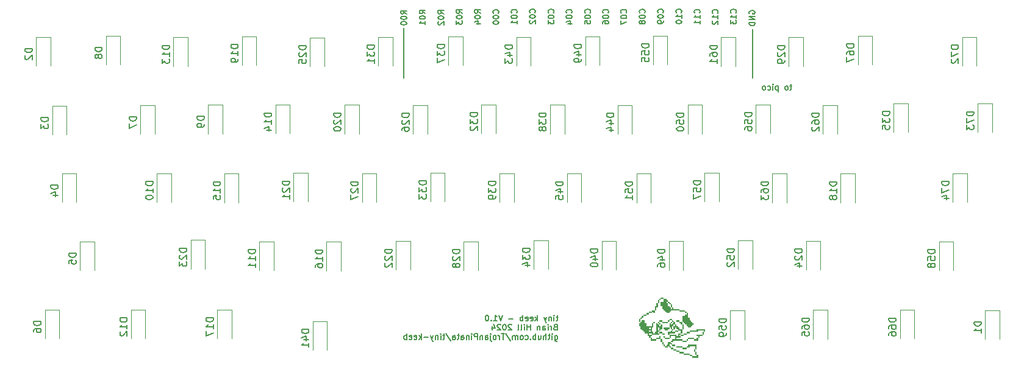
<source format=gbr>
%TF.GenerationSoftware,KiCad,Pcbnew,7.0.9*%
%TF.CreationDate,2024-12-06T21:36:11-05:00*%
%TF.ProjectId,panel,70616e65-6c2e-46b6-9963-61645f706362,rev?*%
%TF.SameCoordinates,Original*%
%TF.FileFunction,Legend,Bot*%
%TF.FilePolarity,Positive*%
%FSLAX46Y46*%
G04 Gerber Fmt 4.6, Leading zero omitted, Abs format (unit mm)*
G04 Created by KiCad (PCBNEW 7.0.9) date 2024-12-06 21:36:11*
%MOMM*%
%LPD*%
G01*
G04 APERTURE LIST*
%ADD10C,0.150000*%
%ADD11C,0.120000*%
G04 APERTURE END LIST*
D10*
X172280104Y-26020303D02*
X172318200Y-25982207D01*
X172318200Y-25982207D02*
X172356295Y-25867922D01*
X172356295Y-25867922D02*
X172356295Y-25791731D01*
X172356295Y-25791731D02*
X172318200Y-25677445D01*
X172318200Y-25677445D02*
X172242009Y-25601255D01*
X172242009Y-25601255D02*
X172165819Y-25563160D01*
X172165819Y-25563160D02*
X172013438Y-25525064D01*
X172013438Y-25525064D02*
X171899152Y-25525064D01*
X171899152Y-25525064D02*
X171746771Y-25563160D01*
X171746771Y-25563160D02*
X171670580Y-25601255D01*
X171670580Y-25601255D02*
X171594390Y-25677445D01*
X171594390Y-25677445D02*
X171556295Y-25791731D01*
X171556295Y-25791731D02*
X171556295Y-25867922D01*
X171556295Y-25867922D02*
X171594390Y-25982207D01*
X171594390Y-25982207D02*
X171632485Y-26020303D01*
X172356295Y-26782207D02*
X172356295Y-26325064D01*
X172356295Y-26553636D02*
X171556295Y-26553636D01*
X171556295Y-26553636D02*
X171670580Y-26477445D01*
X171670580Y-26477445D02*
X171746771Y-26401255D01*
X171746771Y-26401255D02*
X171784866Y-26325064D01*
X172356295Y-27544112D02*
X172356295Y-27086969D01*
X172356295Y-27315541D02*
X171556295Y-27315541D01*
X171556295Y-27315541D02*
X171670580Y-27239350D01*
X171670580Y-27239350D02*
X171746771Y-27163160D01*
X171746771Y-27163160D02*
X171784866Y-27086969D01*
X152003104Y-25984303D02*
X152041200Y-25946207D01*
X152041200Y-25946207D02*
X152079295Y-25831922D01*
X152079295Y-25831922D02*
X152079295Y-25755731D01*
X152079295Y-25755731D02*
X152041200Y-25641445D01*
X152041200Y-25641445D02*
X151965009Y-25565255D01*
X151965009Y-25565255D02*
X151888819Y-25527160D01*
X151888819Y-25527160D02*
X151736438Y-25489064D01*
X151736438Y-25489064D02*
X151622152Y-25489064D01*
X151622152Y-25489064D02*
X151469771Y-25527160D01*
X151469771Y-25527160D02*
X151393580Y-25565255D01*
X151393580Y-25565255D02*
X151317390Y-25641445D01*
X151317390Y-25641445D02*
X151279295Y-25755731D01*
X151279295Y-25755731D02*
X151279295Y-25831922D01*
X151279295Y-25831922D02*
X151317390Y-25946207D01*
X151317390Y-25946207D02*
X151355485Y-25984303D01*
X151279295Y-26479541D02*
X151279295Y-26555731D01*
X151279295Y-26555731D02*
X151317390Y-26631922D01*
X151317390Y-26631922D02*
X151355485Y-26670017D01*
X151355485Y-26670017D02*
X151431676Y-26708112D01*
X151431676Y-26708112D02*
X151584057Y-26746207D01*
X151584057Y-26746207D02*
X151774533Y-26746207D01*
X151774533Y-26746207D02*
X151926914Y-26708112D01*
X151926914Y-26708112D02*
X152003104Y-26670017D01*
X152003104Y-26670017D02*
X152041200Y-26631922D01*
X152041200Y-26631922D02*
X152079295Y-26555731D01*
X152079295Y-26555731D02*
X152079295Y-26479541D01*
X152079295Y-26479541D02*
X152041200Y-26403350D01*
X152041200Y-26403350D02*
X152003104Y-26365255D01*
X152003104Y-26365255D02*
X151926914Y-26327160D01*
X151926914Y-26327160D02*
X151774533Y-26289064D01*
X151774533Y-26289064D02*
X151584057Y-26289064D01*
X151584057Y-26289064D02*
X151431676Y-26327160D01*
X151431676Y-26327160D02*
X151355485Y-26365255D01*
X151355485Y-26365255D02*
X151317390Y-26403350D01*
X151317390Y-26403350D02*
X151279295Y-26479541D01*
X151279295Y-27012874D02*
X151279295Y-27508112D01*
X151279295Y-27508112D02*
X151584057Y-27241446D01*
X151584057Y-27241446D02*
X151584057Y-27355731D01*
X151584057Y-27355731D02*
X151622152Y-27431922D01*
X151622152Y-27431922D02*
X151660247Y-27470017D01*
X151660247Y-27470017D02*
X151736438Y-27508112D01*
X151736438Y-27508112D02*
X151926914Y-27508112D01*
X151926914Y-27508112D02*
X152003104Y-27470017D01*
X152003104Y-27470017D02*
X152041200Y-27431922D01*
X152041200Y-27431922D02*
X152079295Y-27355731D01*
X152079295Y-27355731D02*
X152079295Y-27127160D01*
X152079295Y-27127160D02*
X152041200Y-27050969D01*
X152041200Y-27050969D02*
X152003104Y-27012874D01*
X177340104Y-26002303D02*
X177378200Y-25964207D01*
X177378200Y-25964207D02*
X177416295Y-25849922D01*
X177416295Y-25849922D02*
X177416295Y-25773731D01*
X177416295Y-25773731D02*
X177378200Y-25659445D01*
X177378200Y-25659445D02*
X177302009Y-25583255D01*
X177302009Y-25583255D02*
X177225819Y-25545160D01*
X177225819Y-25545160D02*
X177073438Y-25507064D01*
X177073438Y-25507064D02*
X176959152Y-25507064D01*
X176959152Y-25507064D02*
X176806771Y-25545160D01*
X176806771Y-25545160D02*
X176730580Y-25583255D01*
X176730580Y-25583255D02*
X176654390Y-25659445D01*
X176654390Y-25659445D02*
X176616295Y-25773731D01*
X176616295Y-25773731D02*
X176616295Y-25849922D01*
X176616295Y-25849922D02*
X176654390Y-25964207D01*
X176654390Y-25964207D02*
X176692485Y-26002303D01*
X177416295Y-26764207D02*
X177416295Y-26307064D01*
X177416295Y-26535636D02*
X176616295Y-26535636D01*
X176616295Y-26535636D02*
X176730580Y-26459445D01*
X176730580Y-26459445D02*
X176806771Y-26383255D01*
X176806771Y-26383255D02*
X176844866Y-26307064D01*
X176616295Y-27030874D02*
X176616295Y-27526112D01*
X176616295Y-27526112D02*
X176921057Y-27259446D01*
X176921057Y-27259446D02*
X176921057Y-27373731D01*
X176921057Y-27373731D02*
X176959152Y-27449922D01*
X176959152Y-27449922D02*
X176997247Y-27488017D01*
X176997247Y-27488017D02*
X177073438Y-27526112D01*
X177073438Y-27526112D02*
X177263914Y-27526112D01*
X177263914Y-27526112D02*
X177340104Y-27488017D01*
X177340104Y-27488017D02*
X177378200Y-27449922D01*
X177378200Y-27449922D02*
X177416295Y-27373731D01*
X177416295Y-27373731D02*
X177416295Y-27145160D01*
X177416295Y-27145160D02*
X177378200Y-27068969D01*
X177378200Y-27068969D02*
X177340104Y-27030874D01*
X149438104Y-25948303D02*
X149476200Y-25910207D01*
X149476200Y-25910207D02*
X149514295Y-25795922D01*
X149514295Y-25795922D02*
X149514295Y-25719731D01*
X149514295Y-25719731D02*
X149476200Y-25605445D01*
X149476200Y-25605445D02*
X149400009Y-25529255D01*
X149400009Y-25529255D02*
X149323819Y-25491160D01*
X149323819Y-25491160D02*
X149171438Y-25453064D01*
X149171438Y-25453064D02*
X149057152Y-25453064D01*
X149057152Y-25453064D02*
X148904771Y-25491160D01*
X148904771Y-25491160D02*
X148828580Y-25529255D01*
X148828580Y-25529255D02*
X148752390Y-25605445D01*
X148752390Y-25605445D02*
X148714295Y-25719731D01*
X148714295Y-25719731D02*
X148714295Y-25795922D01*
X148714295Y-25795922D02*
X148752390Y-25910207D01*
X148752390Y-25910207D02*
X148790485Y-25948303D01*
X148714295Y-26443541D02*
X148714295Y-26519731D01*
X148714295Y-26519731D02*
X148752390Y-26595922D01*
X148752390Y-26595922D02*
X148790485Y-26634017D01*
X148790485Y-26634017D02*
X148866676Y-26672112D01*
X148866676Y-26672112D02*
X149019057Y-26710207D01*
X149019057Y-26710207D02*
X149209533Y-26710207D01*
X149209533Y-26710207D02*
X149361914Y-26672112D01*
X149361914Y-26672112D02*
X149438104Y-26634017D01*
X149438104Y-26634017D02*
X149476200Y-26595922D01*
X149476200Y-26595922D02*
X149514295Y-26519731D01*
X149514295Y-26519731D02*
X149514295Y-26443541D01*
X149514295Y-26443541D02*
X149476200Y-26367350D01*
X149476200Y-26367350D02*
X149438104Y-26329255D01*
X149438104Y-26329255D02*
X149361914Y-26291160D01*
X149361914Y-26291160D02*
X149209533Y-26253064D01*
X149209533Y-26253064D02*
X149019057Y-26253064D01*
X149019057Y-26253064D02*
X148866676Y-26291160D01*
X148866676Y-26291160D02*
X148790485Y-26329255D01*
X148790485Y-26329255D02*
X148752390Y-26367350D01*
X148752390Y-26367350D02*
X148714295Y-26443541D01*
X148790485Y-27014969D02*
X148752390Y-27053065D01*
X148752390Y-27053065D02*
X148714295Y-27129255D01*
X148714295Y-27129255D02*
X148714295Y-27319731D01*
X148714295Y-27319731D02*
X148752390Y-27395922D01*
X148752390Y-27395922D02*
X148790485Y-27434017D01*
X148790485Y-27434017D02*
X148866676Y-27472112D01*
X148866676Y-27472112D02*
X148942866Y-27472112D01*
X148942866Y-27472112D02*
X149057152Y-27434017D01*
X149057152Y-27434017D02*
X149514295Y-26976874D01*
X149514295Y-26976874D02*
X149514295Y-27472112D01*
X139358295Y-26038303D02*
X138977342Y-25771636D01*
X139358295Y-25581160D02*
X138558295Y-25581160D01*
X138558295Y-25581160D02*
X138558295Y-25885922D01*
X138558295Y-25885922D02*
X138596390Y-25962112D01*
X138596390Y-25962112D02*
X138634485Y-26000207D01*
X138634485Y-26000207D02*
X138710676Y-26038303D01*
X138710676Y-26038303D02*
X138824961Y-26038303D01*
X138824961Y-26038303D02*
X138901152Y-26000207D01*
X138901152Y-26000207D02*
X138939247Y-25962112D01*
X138939247Y-25962112D02*
X138977342Y-25885922D01*
X138977342Y-25885922D02*
X138977342Y-25581160D01*
X138558295Y-26533541D02*
X138558295Y-26609731D01*
X138558295Y-26609731D02*
X138596390Y-26685922D01*
X138596390Y-26685922D02*
X138634485Y-26724017D01*
X138634485Y-26724017D02*
X138710676Y-26762112D01*
X138710676Y-26762112D02*
X138863057Y-26800207D01*
X138863057Y-26800207D02*
X139053533Y-26800207D01*
X139053533Y-26800207D02*
X139205914Y-26762112D01*
X139205914Y-26762112D02*
X139282104Y-26724017D01*
X139282104Y-26724017D02*
X139320200Y-26685922D01*
X139320200Y-26685922D02*
X139358295Y-26609731D01*
X139358295Y-26609731D02*
X139358295Y-26533541D01*
X139358295Y-26533541D02*
X139320200Y-26457350D01*
X139320200Y-26457350D02*
X139282104Y-26419255D01*
X139282104Y-26419255D02*
X139205914Y-26381160D01*
X139205914Y-26381160D02*
X139053533Y-26343064D01*
X139053533Y-26343064D02*
X138863057Y-26343064D01*
X138863057Y-26343064D02*
X138710676Y-26381160D01*
X138710676Y-26381160D02*
X138634485Y-26419255D01*
X138634485Y-26419255D02*
X138596390Y-26457350D01*
X138596390Y-26457350D02*
X138558295Y-26533541D01*
X138558295Y-27066874D02*
X138558295Y-27562112D01*
X138558295Y-27562112D02*
X138863057Y-27295446D01*
X138863057Y-27295446D02*
X138863057Y-27409731D01*
X138863057Y-27409731D02*
X138901152Y-27485922D01*
X138901152Y-27485922D02*
X138939247Y-27524017D01*
X138939247Y-27524017D02*
X139015438Y-27562112D01*
X139015438Y-27562112D02*
X139205914Y-27562112D01*
X139205914Y-27562112D02*
X139282104Y-27524017D01*
X139282104Y-27524017D02*
X139320200Y-27485922D01*
X139320200Y-27485922D02*
X139358295Y-27409731D01*
X139358295Y-27409731D02*
X139358295Y-27181160D01*
X139358295Y-27181160D02*
X139320200Y-27104969D01*
X139320200Y-27104969D02*
X139282104Y-27066874D01*
X154516104Y-26020303D02*
X154554200Y-25982207D01*
X154554200Y-25982207D02*
X154592295Y-25867922D01*
X154592295Y-25867922D02*
X154592295Y-25791731D01*
X154592295Y-25791731D02*
X154554200Y-25677445D01*
X154554200Y-25677445D02*
X154478009Y-25601255D01*
X154478009Y-25601255D02*
X154401819Y-25563160D01*
X154401819Y-25563160D02*
X154249438Y-25525064D01*
X154249438Y-25525064D02*
X154135152Y-25525064D01*
X154135152Y-25525064D02*
X153982771Y-25563160D01*
X153982771Y-25563160D02*
X153906580Y-25601255D01*
X153906580Y-25601255D02*
X153830390Y-25677445D01*
X153830390Y-25677445D02*
X153792295Y-25791731D01*
X153792295Y-25791731D02*
X153792295Y-25867922D01*
X153792295Y-25867922D02*
X153830390Y-25982207D01*
X153830390Y-25982207D02*
X153868485Y-26020303D01*
X153792295Y-26515541D02*
X153792295Y-26591731D01*
X153792295Y-26591731D02*
X153830390Y-26667922D01*
X153830390Y-26667922D02*
X153868485Y-26706017D01*
X153868485Y-26706017D02*
X153944676Y-26744112D01*
X153944676Y-26744112D02*
X154097057Y-26782207D01*
X154097057Y-26782207D02*
X154287533Y-26782207D01*
X154287533Y-26782207D02*
X154439914Y-26744112D01*
X154439914Y-26744112D02*
X154516104Y-26706017D01*
X154516104Y-26706017D02*
X154554200Y-26667922D01*
X154554200Y-26667922D02*
X154592295Y-26591731D01*
X154592295Y-26591731D02*
X154592295Y-26515541D01*
X154592295Y-26515541D02*
X154554200Y-26439350D01*
X154554200Y-26439350D02*
X154516104Y-26401255D01*
X154516104Y-26401255D02*
X154439914Y-26363160D01*
X154439914Y-26363160D02*
X154287533Y-26325064D01*
X154287533Y-26325064D02*
X154097057Y-26325064D01*
X154097057Y-26325064D02*
X153944676Y-26363160D01*
X153944676Y-26363160D02*
X153868485Y-26401255D01*
X153868485Y-26401255D02*
X153830390Y-26439350D01*
X153830390Y-26439350D02*
X153792295Y-26515541D01*
X154058961Y-27467922D02*
X154592295Y-27467922D01*
X153754200Y-27277446D02*
X154325628Y-27086969D01*
X154325628Y-27086969D02*
X154325628Y-27582208D01*
X136810295Y-26127303D02*
X136429342Y-25860636D01*
X136810295Y-25670160D02*
X136010295Y-25670160D01*
X136010295Y-25670160D02*
X136010295Y-25974922D01*
X136010295Y-25974922D02*
X136048390Y-26051112D01*
X136048390Y-26051112D02*
X136086485Y-26089207D01*
X136086485Y-26089207D02*
X136162676Y-26127303D01*
X136162676Y-26127303D02*
X136276961Y-26127303D01*
X136276961Y-26127303D02*
X136353152Y-26089207D01*
X136353152Y-26089207D02*
X136391247Y-26051112D01*
X136391247Y-26051112D02*
X136429342Y-25974922D01*
X136429342Y-25974922D02*
X136429342Y-25670160D01*
X136010295Y-26622541D02*
X136010295Y-26698731D01*
X136010295Y-26698731D02*
X136048390Y-26774922D01*
X136048390Y-26774922D02*
X136086485Y-26813017D01*
X136086485Y-26813017D02*
X136162676Y-26851112D01*
X136162676Y-26851112D02*
X136315057Y-26889207D01*
X136315057Y-26889207D02*
X136505533Y-26889207D01*
X136505533Y-26889207D02*
X136657914Y-26851112D01*
X136657914Y-26851112D02*
X136734104Y-26813017D01*
X136734104Y-26813017D02*
X136772200Y-26774922D01*
X136772200Y-26774922D02*
X136810295Y-26698731D01*
X136810295Y-26698731D02*
X136810295Y-26622541D01*
X136810295Y-26622541D02*
X136772200Y-26546350D01*
X136772200Y-26546350D02*
X136734104Y-26508255D01*
X136734104Y-26508255D02*
X136657914Y-26470160D01*
X136657914Y-26470160D02*
X136505533Y-26432064D01*
X136505533Y-26432064D02*
X136315057Y-26432064D01*
X136315057Y-26432064D02*
X136162676Y-26470160D01*
X136162676Y-26470160D02*
X136086485Y-26508255D01*
X136086485Y-26508255D02*
X136048390Y-26546350D01*
X136048390Y-26546350D02*
X136010295Y-26622541D01*
X136086485Y-27193969D02*
X136048390Y-27232065D01*
X136048390Y-27232065D02*
X136010295Y-27308255D01*
X136010295Y-27308255D02*
X136010295Y-27498731D01*
X136010295Y-27498731D02*
X136048390Y-27574922D01*
X136048390Y-27574922D02*
X136086485Y-27613017D01*
X136086485Y-27613017D02*
X136162676Y-27651112D01*
X136162676Y-27651112D02*
X136238866Y-27651112D01*
X136238866Y-27651112D02*
X136353152Y-27613017D01*
X136353152Y-27613017D02*
X136810295Y-27155874D01*
X136810295Y-27155874D02*
X136810295Y-27651112D01*
X167219104Y-25948303D02*
X167257200Y-25910207D01*
X167257200Y-25910207D02*
X167295295Y-25795922D01*
X167295295Y-25795922D02*
X167295295Y-25719731D01*
X167295295Y-25719731D02*
X167257200Y-25605445D01*
X167257200Y-25605445D02*
X167181009Y-25529255D01*
X167181009Y-25529255D02*
X167104819Y-25491160D01*
X167104819Y-25491160D02*
X166952438Y-25453064D01*
X166952438Y-25453064D02*
X166838152Y-25453064D01*
X166838152Y-25453064D02*
X166685771Y-25491160D01*
X166685771Y-25491160D02*
X166609580Y-25529255D01*
X166609580Y-25529255D02*
X166533390Y-25605445D01*
X166533390Y-25605445D02*
X166495295Y-25719731D01*
X166495295Y-25719731D02*
X166495295Y-25795922D01*
X166495295Y-25795922D02*
X166533390Y-25910207D01*
X166533390Y-25910207D02*
X166571485Y-25948303D01*
X166495295Y-26443541D02*
X166495295Y-26519731D01*
X166495295Y-26519731D02*
X166533390Y-26595922D01*
X166533390Y-26595922D02*
X166571485Y-26634017D01*
X166571485Y-26634017D02*
X166647676Y-26672112D01*
X166647676Y-26672112D02*
X166800057Y-26710207D01*
X166800057Y-26710207D02*
X166990533Y-26710207D01*
X166990533Y-26710207D02*
X167142914Y-26672112D01*
X167142914Y-26672112D02*
X167219104Y-26634017D01*
X167219104Y-26634017D02*
X167257200Y-26595922D01*
X167257200Y-26595922D02*
X167295295Y-26519731D01*
X167295295Y-26519731D02*
X167295295Y-26443541D01*
X167295295Y-26443541D02*
X167257200Y-26367350D01*
X167257200Y-26367350D02*
X167219104Y-26329255D01*
X167219104Y-26329255D02*
X167142914Y-26291160D01*
X167142914Y-26291160D02*
X166990533Y-26253064D01*
X166990533Y-26253064D02*
X166800057Y-26253064D01*
X166800057Y-26253064D02*
X166647676Y-26291160D01*
X166647676Y-26291160D02*
X166571485Y-26329255D01*
X166571485Y-26329255D02*
X166533390Y-26367350D01*
X166533390Y-26367350D02*
X166495295Y-26443541D01*
X167295295Y-27091160D02*
X167295295Y-27243541D01*
X167295295Y-27243541D02*
X167257200Y-27319731D01*
X167257200Y-27319731D02*
X167219104Y-27357827D01*
X167219104Y-27357827D02*
X167104819Y-27434017D01*
X167104819Y-27434017D02*
X166952438Y-27472112D01*
X166952438Y-27472112D02*
X166647676Y-27472112D01*
X166647676Y-27472112D02*
X166571485Y-27434017D01*
X166571485Y-27434017D02*
X166533390Y-27395922D01*
X166533390Y-27395922D02*
X166495295Y-27319731D01*
X166495295Y-27319731D02*
X166495295Y-27167350D01*
X166495295Y-27167350D02*
X166533390Y-27091160D01*
X166533390Y-27091160D02*
X166571485Y-27053065D01*
X166571485Y-27053065D02*
X166647676Y-27014969D01*
X166647676Y-27014969D02*
X166838152Y-27014969D01*
X166838152Y-27014969D02*
X166914342Y-27053065D01*
X166914342Y-27053065D02*
X166952438Y-27091160D01*
X166952438Y-27091160D02*
X166990533Y-27167350D01*
X166990533Y-27167350D02*
X166990533Y-27319731D01*
X166990533Y-27319731D02*
X166952438Y-27395922D01*
X166952438Y-27395922D02*
X166914342Y-27434017D01*
X166914342Y-27434017D02*
X166838152Y-27472112D01*
X174810104Y-26038303D02*
X174848200Y-26000207D01*
X174848200Y-26000207D02*
X174886295Y-25885922D01*
X174886295Y-25885922D02*
X174886295Y-25809731D01*
X174886295Y-25809731D02*
X174848200Y-25695445D01*
X174848200Y-25695445D02*
X174772009Y-25619255D01*
X174772009Y-25619255D02*
X174695819Y-25581160D01*
X174695819Y-25581160D02*
X174543438Y-25543064D01*
X174543438Y-25543064D02*
X174429152Y-25543064D01*
X174429152Y-25543064D02*
X174276771Y-25581160D01*
X174276771Y-25581160D02*
X174200580Y-25619255D01*
X174200580Y-25619255D02*
X174124390Y-25695445D01*
X174124390Y-25695445D02*
X174086295Y-25809731D01*
X174086295Y-25809731D02*
X174086295Y-25885922D01*
X174086295Y-25885922D02*
X174124390Y-26000207D01*
X174124390Y-26000207D02*
X174162485Y-26038303D01*
X174886295Y-26800207D02*
X174886295Y-26343064D01*
X174886295Y-26571636D02*
X174086295Y-26571636D01*
X174086295Y-26571636D02*
X174200580Y-26495445D01*
X174200580Y-26495445D02*
X174276771Y-26419255D01*
X174276771Y-26419255D02*
X174314866Y-26343064D01*
X174162485Y-27104969D02*
X174124390Y-27143065D01*
X174124390Y-27143065D02*
X174086295Y-27219255D01*
X174086295Y-27219255D02*
X174086295Y-27409731D01*
X174086295Y-27409731D02*
X174124390Y-27485922D01*
X174124390Y-27485922D02*
X174162485Y-27524017D01*
X174162485Y-27524017D02*
X174238676Y-27562112D01*
X174238676Y-27562112D02*
X174314866Y-27562112D01*
X174314866Y-27562112D02*
X174429152Y-27524017D01*
X174429152Y-27524017D02*
X174886295Y-27066874D01*
X174886295Y-27066874D02*
X174886295Y-27562112D01*
X162106104Y-26020303D02*
X162144200Y-25982207D01*
X162144200Y-25982207D02*
X162182295Y-25867922D01*
X162182295Y-25867922D02*
X162182295Y-25791731D01*
X162182295Y-25791731D02*
X162144200Y-25677445D01*
X162144200Y-25677445D02*
X162068009Y-25601255D01*
X162068009Y-25601255D02*
X161991819Y-25563160D01*
X161991819Y-25563160D02*
X161839438Y-25525064D01*
X161839438Y-25525064D02*
X161725152Y-25525064D01*
X161725152Y-25525064D02*
X161572771Y-25563160D01*
X161572771Y-25563160D02*
X161496580Y-25601255D01*
X161496580Y-25601255D02*
X161420390Y-25677445D01*
X161420390Y-25677445D02*
X161382295Y-25791731D01*
X161382295Y-25791731D02*
X161382295Y-25867922D01*
X161382295Y-25867922D02*
X161420390Y-25982207D01*
X161420390Y-25982207D02*
X161458485Y-26020303D01*
X161382295Y-26515541D02*
X161382295Y-26591731D01*
X161382295Y-26591731D02*
X161420390Y-26667922D01*
X161420390Y-26667922D02*
X161458485Y-26706017D01*
X161458485Y-26706017D02*
X161534676Y-26744112D01*
X161534676Y-26744112D02*
X161687057Y-26782207D01*
X161687057Y-26782207D02*
X161877533Y-26782207D01*
X161877533Y-26782207D02*
X162029914Y-26744112D01*
X162029914Y-26744112D02*
X162106104Y-26706017D01*
X162106104Y-26706017D02*
X162144200Y-26667922D01*
X162144200Y-26667922D02*
X162182295Y-26591731D01*
X162182295Y-26591731D02*
X162182295Y-26515541D01*
X162182295Y-26515541D02*
X162144200Y-26439350D01*
X162144200Y-26439350D02*
X162106104Y-26401255D01*
X162106104Y-26401255D02*
X162029914Y-26363160D01*
X162029914Y-26363160D02*
X161877533Y-26325064D01*
X161877533Y-26325064D02*
X161687057Y-26325064D01*
X161687057Y-26325064D02*
X161534676Y-26363160D01*
X161534676Y-26363160D02*
X161458485Y-26401255D01*
X161458485Y-26401255D02*
X161420390Y-26439350D01*
X161420390Y-26439350D02*
X161382295Y-26515541D01*
X161382295Y-27048874D02*
X161382295Y-27582208D01*
X161382295Y-27582208D02*
X162182295Y-27239350D01*
X157081104Y-26002303D02*
X157119200Y-25964207D01*
X157119200Y-25964207D02*
X157157295Y-25849922D01*
X157157295Y-25849922D02*
X157157295Y-25773731D01*
X157157295Y-25773731D02*
X157119200Y-25659445D01*
X157119200Y-25659445D02*
X157043009Y-25583255D01*
X157043009Y-25583255D02*
X156966819Y-25545160D01*
X156966819Y-25545160D02*
X156814438Y-25507064D01*
X156814438Y-25507064D02*
X156700152Y-25507064D01*
X156700152Y-25507064D02*
X156547771Y-25545160D01*
X156547771Y-25545160D02*
X156471580Y-25583255D01*
X156471580Y-25583255D02*
X156395390Y-25659445D01*
X156395390Y-25659445D02*
X156357295Y-25773731D01*
X156357295Y-25773731D02*
X156357295Y-25849922D01*
X156357295Y-25849922D02*
X156395390Y-25964207D01*
X156395390Y-25964207D02*
X156433485Y-26002303D01*
X156357295Y-26497541D02*
X156357295Y-26573731D01*
X156357295Y-26573731D02*
X156395390Y-26649922D01*
X156395390Y-26649922D02*
X156433485Y-26688017D01*
X156433485Y-26688017D02*
X156509676Y-26726112D01*
X156509676Y-26726112D02*
X156662057Y-26764207D01*
X156662057Y-26764207D02*
X156852533Y-26764207D01*
X156852533Y-26764207D02*
X157004914Y-26726112D01*
X157004914Y-26726112D02*
X157081104Y-26688017D01*
X157081104Y-26688017D02*
X157119200Y-26649922D01*
X157119200Y-26649922D02*
X157157295Y-26573731D01*
X157157295Y-26573731D02*
X157157295Y-26497541D01*
X157157295Y-26497541D02*
X157119200Y-26421350D01*
X157119200Y-26421350D02*
X157081104Y-26383255D01*
X157081104Y-26383255D02*
X157004914Y-26345160D01*
X157004914Y-26345160D02*
X156852533Y-26307064D01*
X156852533Y-26307064D02*
X156662057Y-26307064D01*
X156662057Y-26307064D02*
X156509676Y-26345160D01*
X156509676Y-26345160D02*
X156433485Y-26383255D01*
X156433485Y-26383255D02*
X156395390Y-26421350D01*
X156395390Y-26421350D02*
X156357295Y-26497541D01*
X156357295Y-27488017D02*
X156357295Y-27107065D01*
X156357295Y-27107065D02*
X156738247Y-27068969D01*
X156738247Y-27068969D02*
X156700152Y-27107065D01*
X156700152Y-27107065D02*
X156662057Y-27183255D01*
X156662057Y-27183255D02*
X156662057Y-27373731D01*
X156662057Y-27373731D02*
X156700152Y-27449922D01*
X156700152Y-27449922D02*
X156738247Y-27488017D01*
X156738247Y-27488017D02*
X156814438Y-27526112D01*
X156814438Y-27526112D02*
X157004914Y-27526112D01*
X157004914Y-27526112D02*
X157081104Y-27488017D01*
X157081104Y-27488017D02*
X157119200Y-27449922D01*
X157119200Y-27449922D02*
X157157295Y-27373731D01*
X157157295Y-27373731D02*
X157157295Y-27183255D01*
X157157295Y-27183255D02*
X157119200Y-27107065D01*
X157119200Y-27107065D02*
X157081104Y-27068969D01*
X169749104Y-25948303D02*
X169787200Y-25910207D01*
X169787200Y-25910207D02*
X169825295Y-25795922D01*
X169825295Y-25795922D02*
X169825295Y-25719731D01*
X169825295Y-25719731D02*
X169787200Y-25605445D01*
X169787200Y-25605445D02*
X169711009Y-25529255D01*
X169711009Y-25529255D02*
X169634819Y-25491160D01*
X169634819Y-25491160D02*
X169482438Y-25453064D01*
X169482438Y-25453064D02*
X169368152Y-25453064D01*
X169368152Y-25453064D02*
X169215771Y-25491160D01*
X169215771Y-25491160D02*
X169139580Y-25529255D01*
X169139580Y-25529255D02*
X169063390Y-25605445D01*
X169063390Y-25605445D02*
X169025295Y-25719731D01*
X169025295Y-25719731D02*
X169025295Y-25795922D01*
X169025295Y-25795922D02*
X169063390Y-25910207D01*
X169063390Y-25910207D02*
X169101485Y-25948303D01*
X169825295Y-26710207D02*
X169825295Y-26253064D01*
X169825295Y-26481636D02*
X169025295Y-26481636D01*
X169025295Y-26481636D02*
X169139580Y-26405445D01*
X169139580Y-26405445D02*
X169215771Y-26329255D01*
X169215771Y-26329255D02*
X169253866Y-26253064D01*
X169025295Y-27205446D02*
X169025295Y-27281636D01*
X169025295Y-27281636D02*
X169063390Y-27357827D01*
X169063390Y-27357827D02*
X169101485Y-27395922D01*
X169101485Y-27395922D02*
X169177676Y-27434017D01*
X169177676Y-27434017D02*
X169330057Y-27472112D01*
X169330057Y-27472112D02*
X169520533Y-27472112D01*
X169520533Y-27472112D02*
X169672914Y-27434017D01*
X169672914Y-27434017D02*
X169749104Y-27395922D01*
X169749104Y-27395922D02*
X169787200Y-27357827D01*
X169787200Y-27357827D02*
X169825295Y-27281636D01*
X169825295Y-27281636D02*
X169825295Y-27205446D01*
X169825295Y-27205446D02*
X169787200Y-27129255D01*
X169787200Y-27129255D02*
X169749104Y-27091160D01*
X169749104Y-27091160D02*
X169672914Y-27053065D01*
X169672914Y-27053065D02*
X169520533Y-27014969D01*
X169520533Y-27014969D02*
X169330057Y-27014969D01*
X169330057Y-27014969D02*
X169177676Y-27053065D01*
X169177676Y-27053065D02*
X169101485Y-27091160D01*
X169101485Y-27091160D02*
X169063390Y-27129255D01*
X169063390Y-27129255D02*
X169025295Y-27205446D01*
X164671104Y-26002303D02*
X164709200Y-25964207D01*
X164709200Y-25964207D02*
X164747295Y-25849922D01*
X164747295Y-25849922D02*
X164747295Y-25773731D01*
X164747295Y-25773731D02*
X164709200Y-25659445D01*
X164709200Y-25659445D02*
X164633009Y-25583255D01*
X164633009Y-25583255D02*
X164556819Y-25545160D01*
X164556819Y-25545160D02*
X164404438Y-25507064D01*
X164404438Y-25507064D02*
X164290152Y-25507064D01*
X164290152Y-25507064D02*
X164137771Y-25545160D01*
X164137771Y-25545160D02*
X164061580Y-25583255D01*
X164061580Y-25583255D02*
X163985390Y-25659445D01*
X163985390Y-25659445D02*
X163947295Y-25773731D01*
X163947295Y-25773731D02*
X163947295Y-25849922D01*
X163947295Y-25849922D02*
X163985390Y-25964207D01*
X163985390Y-25964207D02*
X164023485Y-26002303D01*
X163947295Y-26497541D02*
X163947295Y-26573731D01*
X163947295Y-26573731D02*
X163985390Y-26649922D01*
X163985390Y-26649922D02*
X164023485Y-26688017D01*
X164023485Y-26688017D02*
X164099676Y-26726112D01*
X164099676Y-26726112D02*
X164252057Y-26764207D01*
X164252057Y-26764207D02*
X164442533Y-26764207D01*
X164442533Y-26764207D02*
X164594914Y-26726112D01*
X164594914Y-26726112D02*
X164671104Y-26688017D01*
X164671104Y-26688017D02*
X164709200Y-26649922D01*
X164709200Y-26649922D02*
X164747295Y-26573731D01*
X164747295Y-26573731D02*
X164747295Y-26497541D01*
X164747295Y-26497541D02*
X164709200Y-26421350D01*
X164709200Y-26421350D02*
X164671104Y-26383255D01*
X164671104Y-26383255D02*
X164594914Y-26345160D01*
X164594914Y-26345160D02*
X164442533Y-26307064D01*
X164442533Y-26307064D02*
X164252057Y-26307064D01*
X164252057Y-26307064D02*
X164099676Y-26345160D01*
X164099676Y-26345160D02*
X164023485Y-26383255D01*
X164023485Y-26383255D02*
X163985390Y-26421350D01*
X163985390Y-26421350D02*
X163947295Y-26497541D01*
X164290152Y-27221350D02*
X164252057Y-27145160D01*
X164252057Y-27145160D02*
X164213961Y-27107065D01*
X164213961Y-27107065D02*
X164137771Y-27068969D01*
X164137771Y-27068969D02*
X164099676Y-27068969D01*
X164099676Y-27068969D02*
X164023485Y-27107065D01*
X164023485Y-27107065D02*
X163985390Y-27145160D01*
X163985390Y-27145160D02*
X163947295Y-27221350D01*
X163947295Y-27221350D02*
X163947295Y-27373731D01*
X163947295Y-27373731D02*
X163985390Y-27449922D01*
X163985390Y-27449922D02*
X164023485Y-27488017D01*
X164023485Y-27488017D02*
X164099676Y-27526112D01*
X164099676Y-27526112D02*
X164137771Y-27526112D01*
X164137771Y-27526112D02*
X164213961Y-27488017D01*
X164213961Y-27488017D02*
X164252057Y-27449922D01*
X164252057Y-27449922D02*
X164290152Y-27373731D01*
X164290152Y-27373731D02*
X164290152Y-27221350D01*
X164290152Y-27221350D02*
X164328247Y-27145160D01*
X164328247Y-27145160D02*
X164366342Y-27107065D01*
X164366342Y-27107065D02*
X164442533Y-27068969D01*
X164442533Y-27068969D02*
X164594914Y-27068969D01*
X164594914Y-27068969D02*
X164671104Y-27107065D01*
X164671104Y-27107065D02*
X164709200Y-27145160D01*
X164709200Y-27145160D02*
X164747295Y-27221350D01*
X164747295Y-27221350D02*
X164747295Y-27373731D01*
X164747295Y-27373731D02*
X164709200Y-27449922D01*
X164709200Y-27449922D02*
X164671104Y-27488017D01*
X164671104Y-27488017D02*
X164594914Y-27526112D01*
X164594914Y-27526112D02*
X164442533Y-27526112D01*
X164442533Y-27526112D02*
X164366342Y-27488017D01*
X164366342Y-27488017D02*
X164328247Y-27449922D01*
X164328247Y-27449922D02*
X164290152Y-27373731D01*
X144360104Y-26038303D02*
X144398200Y-26000207D01*
X144398200Y-26000207D02*
X144436295Y-25885922D01*
X144436295Y-25885922D02*
X144436295Y-25809731D01*
X144436295Y-25809731D02*
X144398200Y-25695445D01*
X144398200Y-25695445D02*
X144322009Y-25619255D01*
X144322009Y-25619255D02*
X144245819Y-25581160D01*
X144245819Y-25581160D02*
X144093438Y-25543064D01*
X144093438Y-25543064D02*
X143979152Y-25543064D01*
X143979152Y-25543064D02*
X143826771Y-25581160D01*
X143826771Y-25581160D02*
X143750580Y-25619255D01*
X143750580Y-25619255D02*
X143674390Y-25695445D01*
X143674390Y-25695445D02*
X143636295Y-25809731D01*
X143636295Y-25809731D02*
X143636295Y-25885922D01*
X143636295Y-25885922D02*
X143674390Y-26000207D01*
X143674390Y-26000207D02*
X143712485Y-26038303D01*
X143636295Y-26533541D02*
X143636295Y-26609731D01*
X143636295Y-26609731D02*
X143674390Y-26685922D01*
X143674390Y-26685922D02*
X143712485Y-26724017D01*
X143712485Y-26724017D02*
X143788676Y-26762112D01*
X143788676Y-26762112D02*
X143941057Y-26800207D01*
X143941057Y-26800207D02*
X144131533Y-26800207D01*
X144131533Y-26800207D02*
X144283914Y-26762112D01*
X144283914Y-26762112D02*
X144360104Y-26724017D01*
X144360104Y-26724017D02*
X144398200Y-26685922D01*
X144398200Y-26685922D02*
X144436295Y-26609731D01*
X144436295Y-26609731D02*
X144436295Y-26533541D01*
X144436295Y-26533541D02*
X144398200Y-26457350D01*
X144398200Y-26457350D02*
X144360104Y-26419255D01*
X144360104Y-26419255D02*
X144283914Y-26381160D01*
X144283914Y-26381160D02*
X144131533Y-26343064D01*
X144131533Y-26343064D02*
X143941057Y-26343064D01*
X143941057Y-26343064D02*
X143788676Y-26381160D01*
X143788676Y-26381160D02*
X143712485Y-26419255D01*
X143712485Y-26419255D02*
X143674390Y-26457350D01*
X143674390Y-26457350D02*
X143636295Y-26533541D01*
X143636295Y-27295446D02*
X143636295Y-27371636D01*
X143636295Y-27371636D02*
X143674390Y-27447827D01*
X143674390Y-27447827D02*
X143712485Y-27485922D01*
X143712485Y-27485922D02*
X143788676Y-27524017D01*
X143788676Y-27524017D02*
X143941057Y-27562112D01*
X143941057Y-27562112D02*
X144131533Y-27562112D01*
X144131533Y-27562112D02*
X144283914Y-27524017D01*
X144283914Y-27524017D02*
X144360104Y-27485922D01*
X144360104Y-27485922D02*
X144398200Y-27447827D01*
X144398200Y-27447827D02*
X144436295Y-27371636D01*
X144436295Y-27371636D02*
X144436295Y-27295446D01*
X144436295Y-27295446D02*
X144398200Y-27219255D01*
X144398200Y-27219255D02*
X144360104Y-27181160D01*
X144360104Y-27181160D02*
X144283914Y-27143065D01*
X144283914Y-27143065D02*
X144131533Y-27104969D01*
X144131533Y-27104969D02*
X143941057Y-27104969D01*
X143941057Y-27104969D02*
X143788676Y-27143065D01*
X143788676Y-27143065D02*
X143712485Y-27181160D01*
X143712485Y-27181160D02*
X143674390Y-27219255D01*
X143674390Y-27219255D02*
X143636295Y-27295446D01*
X141870295Y-26038303D02*
X141489342Y-25771636D01*
X141870295Y-25581160D02*
X141070295Y-25581160D01*
X141070295Y-25581160D02*
X141070295Y-25885922D01*
X141070295Y-25885922D02*
X141108390Y-25962112D01*
X141108390Y-25962112D02*
X141146485Y-26000207D01*
X141146485Y-26000207D02*
X141222676Y-26038303D01*
X141222676Y-26038303D02*
X141336961Y-26038303D01*
X141336961Y-26038303D02*
X141413152Y-26000207D01*
X141413152Y-26000207D02*
X141451247Y-25962112D01*
X141451247Y-25962112D02*
X141489342Y-25885922D01*
X141489342Y-25885922D02*
X141489342Y-25581160D01*
X141070295Y-26533541D02*
X141070295Y-26609731D01*
X141070295Y-26609731D02*
X141108390Y-26685922D01*
X141108390Y-26685922D02*
X141146485Y-26724017D01*
X141146485Y-26724017D02*
X141222676Y-26762112D01*
X141222676Y-26762112D02*
X141375057Y-26800207D01*
X141375057Y-26800207D02*
X141565533Y-26800207D01*
X141565533Y-26800207D02*
X141717914Y-26762112D01*
X141717914Y-26762112D02*
X141794104Y-26724017D01*
X141794104Y-26724017D02*
X141832200Y-26685922D01*
X141832200Y-26685922D02*
X141870295Y-26609731D01*
X141870295Y-26609731D02*
X141870295Y-26533541D01*
X141870295Y-26533541D02*
X141832200Y-26457350D01*
X141832200Y-26457350D02*
X141794104Y-26419255D01*
X141794104Y-26419255D02*
X141717914Y-26381160D01*
X141717914Y-26381160D02*
X141565533Y-26343064D01*
X141565533Y-26343064D02*
X141375057Y-26343064D01*
X141375057Y-26343064D02*
X141222676Y-26381160D01*
X141222676Y-26381160D02*
X141146485Y-26419255D01*
X141146485Y-26419255D02*
X141108390Y-26457350D01*
X141108390Y-26457350D02*
X141070295Y-26533541D01*
X141336961Y-27485922D02*
X141870295Y-27485922D01*
X141032200Y-27295446D02*
X141603628Y-27104969D01*
X141603628Y-27104969D02*
X141603628Y-27600208D01*
X159576104Y-26020303D02*
X159614200Y-25982207D01*
X159614200Y-25982207D02*
X159652295Y-25867922D01*
X159652295Y-25867922D02*
X159652295Y-25791731D01*
X159652295Y-25791731D02*
X159614200Y-25677445D01*
X159614200Y-25677445D02*
X159538009Y-25601255D01*
X159538009Y-25601255D02*
X159461819Y-25563160D01*
X159461819Y-25563160D02*
X159309438Y-25525064D01*
X159309438Y-25525064D02*
X159195152Y-25525064D01*
X159195152Y-25525064D02*
X159042771Y-25563160D01*
X159042771Y-25563160D02*
X158966580Y-25601255D01*
X158966580Y-25601255D02*
X158890390Y-25677445D01*
X158890390Y-25677445D02*
X158852295Y-25791731D01*
X158852295Y-25791731D02*
X158852295Y-25867922D01*
X158852295Y-25867922D02*
X158890390Y-25982207D01*
X158890390Y-25982207D02*
X158928485Y-26020303D01*
X158852295Y-26515541D02*
X158852295Y-26591731D01*
X158852295Y-26591731D02*
X158890390Y-26667922D01*
X158890390Y-26667922D02*
X158928485Y-26706017D01*
X158928485Y-26706017D02*
X159004676Y-26744112D01*
X159004676Y-26744112D02*
X159157057Y-26782207D01*
X159157057Y-26782207D02*
X159347533Y-26782207D01*
X159347533Y-26782207D02*
X159499914Y-26744112D01*
X159499914Y-26744112D02*
X159576104Y-26706017D01*
X159576104Y-26706017D02*
X159614200Y-26667922D01*
X159614200Y-26667922D02*
X159652295Y-26591731D01*
X159652295Y-26591731D02*
X159652295Y-26515541D01*
X159652295Y-26515541D02*
X159614200Y-26439350D01*
X159614200Y-26439350D02*
X159576104Y-26401255D01*
X159576104Y-26401255D02*
X159499914Y-26363160D01*
X159499914Y-26363160D02*
X159347533Y-26325064D01*
X159347533Y-26325064D02*
X159157057Y-26325064D01*
X159157057Y-26325064D02*
X159004676Y-26363160D01*
X159004676Y-26363160D02*
X158928485Y-26401255D01*
X158928485Y-26401255D02*
X158890390Y-26439350D01*
X158890390Y-26439350D02*
X158852295Y-26515541D01*
X158852295Y-27467922D02*
X158852295Y-27315541D01*
X158852295Y-27315541D02*
X158890390Y-27239350D01*
X158890390Y-27239350D02*
X158928485Y-27201255D01*
X158928485Y-27201255D02*
X159042771Y-27125065D01*
X159042771Y-27125065D02*
X159195152Y-27086969D01*
X159195152Y-27086969D02*
X159499914Y-27086969D01*
X159499914Y-27086969D02*
X159576104Y-27125065D01*
X159576104Y-27125065D02*
X159614200Y-27163160D01*
X159614200Y-27163160D02*
X159652295Y-27239350D01*
X159652295Y-27239350D02*
X159652295Y-27391731D01*
X159652295Y-27391731D02*
X159614200Y-27467922D01*
X159614200Y-27467922D02*
X159576104Y-27506017D01*
X159576104Y-27506017D02*
X159499914Y-27544112D01*
X159499914Y-27544112D02*
X159309438Y-27544112D01*
X159309438Y-27544112D02*
X159233247Y-27506017D01*
X159233247Y-27506017D02*
X159195152Y-27467922D01*
X159195152Y-27467922D02*
X159157057Y-27391731D01*
X159157057Y-27391731D02*
X159157057Y-27239350D01*
X159157057Y-27239350D02*
X159195152Y-27163160D01*
X159195152Y-27163160D02*
X159233247Y-27125065D01*
X159233247Y-27125065D02*
X159309438Y-27086969D01*
X134226295Y-26109303D02*
X133845342Y-25842636D01*
X134226295Y-25652160D02*
X133426295Y-25652160D01*
X133426295Y-25652160D02*
X133426295Y-25956922D01*
X133426295Y-25956922D02*
X133464390Y-26033112D01*
X133464390Y-26033112D02*
X133502485Y-26071207D01*
X133502485Y-26071207D02*
X133578676Y-26109303D01*
X133578676Y-26109303D02*
X133692961Y-26109303D01*
X133692961Y-26109303D02*
X133769152Y-26071207D01*
X133769152Y-26071207D02*
X133807247Y-26033112D01*
X133807247Y-26033112D02*
X133845342Y-25956922D01*
X133845342Y-25956922D02*
X133845342Y-25652160D01*
X133426295Y-26604541D02*
X133426295Y-26680731D01*
X133426295Y-26680731D02*
X133464390Y-26756922D01*
X133464390Y-26756922D02*
X133502485Y-26795017D01*
X133502485Y-26795017D02*
X133578676Y-26833112D01*
X133578676Y-26833112D02*
X133731057Y-26871207D01*
X133731057Y-26871207D02*
X133921533Y-26871207D01*
X133921533Y-26871207D02*
X134073914Y-26833112D01*
X134073914Y-26833112D02*
X134150104Y-26795017D01*
X134150104Y-26795017D02*
X134188200Y-26756922D01*
X134188200Y-26756922D02*
X134226295Y-26680731D01*
X134226295Y-26680731D02*
X134226295Y-26604541D01*
X134226295Y-26604541D02*
X134188200Y-26528350D01*
X134188200Y-26528350D02*
X134150104Y-26490255D01*
X134150104Y-26490255D02*
X134073914Y-26452160D01*
X134073914Y-26452160D02*
X133921533Y-26414064D01*
X133921533Y-26414064D02*
X133731057Y-26414064D01*
X133731057Y-26414064D02*
X133578676Y-26452160D01*
X133578676Y-26452160D02*
X133502485Y-26490255D01*
X133502485Y-26490255D02*
X133464390Y-26528350D01*
X133464390Y-26528350D02*
X133426295Y-26604541D01*
X134226295Y-27633112D02*
X134226295Y-27175969D01*
X134226295Y-27404541D02*
X133426295Y-27404541D01*
X133426295Y-27404541D02*
X133540580Y-27328350D01*
X133540580Y-27328350D02*
X133616771Y-27252160D01*
X133616771Y-27252160D02*
X133654866Y-27175969D01*
X146872104Y-26020303D02*
X146910200Y-25982207D01*
X146910200Y-25982207D02*
X146948295Y-25867922D01*
X146948295Y-25867922D02*
X146948295Y-25791731D01*
X146948295Y-25791731D02*
X146910200Y-25677445D01*
X146910200Y-25677445D02*
X146834009Y-25601255D01*
X146834009Y-25601255D02*
X146757819Y-25563160D01*
X146757819Y-25563160D02*
X146605438Y-25525064D01*
X146605438Y-25525064D02*
X146491152Y-25525064D01*
X146491152Y-25525064D02*
X146338771Y-25563160D01*
X146338771Y-25563160D02*
X146262580Y-25601255D01*
X146262580Y-25601255D02*
X146186390Y-25677445D01*
X146186390Y-25677445D02*
X146148295Y-25791731D01*
X146148295Y-25791731D02*
X146148295Y-25867922D01*
X146148295Y-25867922D02*
X146186390Y-25982207D01*
X146186390Y-25982207D02*
X146224485Y-26020303D01*
X146148295Y-26515541D02*
X146148295Y-26591731D01*
X146148295Y-26591731D02*
X146186390Y-26667922D01*
X146186390Y-26667922D02*
X146224485Y-26706017D01*
X146224485Y-26706017D02*
X146300676Y-26744112D01*
X146300676Y-26744112D02*
X146453057Y-26782207D01*
X146453057Y-26782207D02*
X146643533Y-26782207D01*
X146643533Y-26782207D02*
X146795914Y-26744112D01*
X146795914Y-26744112D02*
X146872104Y-26706017D01*
X146872104Y-26706017D02*
X146910200Y-26667922D01*
X146910200Y-26667922D02*
X146948295Y-26591731D01*
X146948295Y-26591731D02*
X146948295Y-26515541D01*
X146948295Y-26515541D02*
X146910200Y-26439350D01*
X146910200Y-26439350D02*
X146872104Y-26401255D01*
X146872104Y-26401255D02*
X146795914Y-26363160D01*
X146795914Y-26363160D02*
X146643533Y-26325064D01*
X146643533Y-26325064D02*
X146453057Y-26325064D01*
X146453057Y-26325064D02*
X146300676Y-26363160D01*
X146300676Y-26363160D02*
X146224485Y-26401255D01*
X146224485Y-26401255D02*
X146186390Y-26439350D01*
X146186390Y-26439350D02*
X146148295Y-26515541D01*
X146948295Y-27544112D02*
X146948295Y-27086969D01*
X146948295Y-27315541D02*
X146148295Y-27315541D01*
X146148295Y-27315541D02*
X146262580Y-27239350D01*
X146262580Y-27239350D02*
X146338771Y-27163160D01*
X146338771Y-27163160D02*
X146376866Y-27086969D01*
X179237390Y-26106207D02*
X179199295Y-26030017D01*
X179199295Y-26030017D02*
X179199295Y-25915731D01*
X179199295Y-25915731D02*
X179237390Y-25801445D01*
X179237390Y-25801445D02*
X179313580Y-25725255D01*
X179313580Y-25725255D02*
X179389771Y-25687160D01*
X179389771Y-25687160D02*
X179542152Y-25649064D01*
X179542152Y-25649064D02*
X179656438Y-25649064D01*
X179656438Y-25649064D02*
X179808819Y-25687160D01*
X179808819Y-25687160D02*
X179885009Y-25725255D01*
X179885009Y-25725255D02*
X179961200Y-25801445D01*
X179961200Y-25801445D02*
X179999295Y-25915731D01*
X179999295Y-25915731D02*
X179999295Y-25991922D01*
X179999295Y-25991922D02*
X179961200Y-26106207D01*
X179961200Y-26106207D02*
X179923104Y-26144303D01*
X179923104Y-26144303D02*
X179656438Y-26144303D01*
X179656438Y-26144303D02*
X179656438Y-25991922D01*
X179999295Y-26487160D02*
X179199295Y-26487160D01*
X179199295Y-26487160D02*
X179999295Y-26944303D01*
X179999295Y-26944303D02*
X179199295Y-26944303D01*
X179999295Y-27325255D02*
X179199295Y-27325255D01*
X179199295Y-27325255D02*
X179199295Y-27515731D01*
X179199295Y-27515731D02*
X179237390Y-27630017D01*
X179237390Y-27630017D02*
X179313580Y-27706207D01*
X179313580Y-27706207D02*
X179389771Y-27744302D01*
X179389771Y-27744302D02*
X179542152Y-27782398D01*
X179542152Y-27782398D02*
X179656438Y-27782398D01*
X179656438Y-27782398D02*
X179808819Y-27744302D01*
X179808819Y-27744302D02*
X179885009Y-27706207D01*
X179885009Y-27706207D02*
X179961200Y-27630017D01*
X179961200Y-27630017D02*
X179999295Y-27515731D01*
X179999295Y-27515731D02*
X179999295Y-27325255D01*
X152677125Y-68300961D02*
X152372363Y-68300961D01*
X152562839Y-68034295D02*
X152562839Y-68720009D01*
X152562839Y-68720009D02*
X152524744Y-68796200D01*
X152524744Y-68796200D02*
X152448554Y-68834295D01*
X152448554Y-68834295D02*
X152372363Y-68834295D01*
X152105696Y-68834295D02*
X152105696Y-68300961D01*
X152105696Y-68034295D02*
X152143792Y-68072390D01*
X152143792Y-68072390D02*
X152105696Y-68110485D01*
X152105696Y-68110485D02*
X152067601Y-68072390D01*
X152067601Y-68072390D02*
X152105696Y-68034295D01*
X152105696Y-68034295D02*
X152105696Y-68110485D01*
X151724744Y-68300961D02*
X151724744Y-68834295D01*
X151724744Y-68377152D02*
X151686649Y-68339057D01*
X151686649Y-68339057D02*
X151610459Y-68300961D01*
X151610459Y-68300961D02*
X151496173Y-68300961D01*
X151496173Y-68300961D02*
X151419982Y-68339057D01*
X151419982Y-68339057D02*
X151381887Y-68415247D01*
X151381887Y-68415247D02*
X151381887Y-68834295D01*
X151077125Y-68300961D02*
X150886649Y-68834295D01*
X150696172Y-68300961D02*
X150886649Y-68834295D01*
X150886649Y-68834295D02*
X150962839Y-69024771D01*
X150962839Y-69024771D02*
X151000934Y-69062866D01*
X151000934Y-69062866D02*
X151077125Y-69100961D01*
X149781886Y-68834295D02*
X149781886Y-68034295D01*
X149705696Y-68529533D02*
X149477124Y-68834295D01*
X149477124Y-68300961D02*
X149781886Y-68605723D01*
X148829505Y-68796200D02*
X148905696Y-68834295D01*
X148905696Y-68834295D02*
X149058077Y-68834295D01*
X149058077Y-68834295D02*
X149134267Y-68796200D01*
X149134267Y-68796200D02*
X149172363Y-68720009D01*
X149172363Y-68720009D02*
X149172363Y-68415247D01*
X149172363Y-68415247D02*
X149134267Y-68339057D01*
X149134267Y-68339057D02*
X149058077Y-68300961D01*
X149058077Y-68300961D02*
X148905696Y-68300961D01*
X148905696Y-68300961D02*
X148829505Y-68339057D01*
X148829505Y-68339057D02*
X148791410Y-68415247D01*
X148791410Y-68415247D02*
X148791410Y-68491438D01*
X148791410Y-68491438D02*
X149172363Y-68567628D01*
X148143791Y-68796200D02*
X148219982Y-68834295D01*
X148219982Y-68834295D02*
X148372363Y-68834295D01*
X148372363Y-68834295D02*
X148448553Y-68796200D01*
X148448553Y-68796200D02*
X148486649Y-68720009D01*
X148486649Y-68720009D02*
X148486649Y-68415247D01*
X148486649Y-68415247D02*
X148448553Y-68339057D01*
X148448553Y-68339057D02*
X148372363Y-68300961D01*
X148372363Y-68300961D02*
X148219982Y-68300961D01*
X148219982Y-68300961D02*
X148143791Y-68339057D01*
X148143791Y-68339057D02*
X148105696Y-68415247D01*
X148105696Y-68415247D02*
X148105696Y-68491438D01*
X148105696Y-68491438D02*
X148486649Y-68567628D01*
X147762839Y-68834295D02*
X147762839Y-68034295D01*
X147762839Y-68339057D02*
X147686649Y-68300961D01*
X147686649Y-68300961D02*
X147534268Y-68300961D01*
X147534268Y-68300961D02*
X147458077Y-68339057D01*
X147458077Y-68339057D02*
X147419982Y-68377152D01*
X147419982Y-68377152D02*
X147381887Y-68453342D01*
X147381887Y-68453342D02*
X147381887Y-68681914D01*
X147381887Y-68681914D02*
X147419982Y-68758104D01*
X147419982Y-68758104D02*
X147458077Y-68796200D01*
X147458077Y-68796200D02*
X147534268Y-68834295D01*
X147534268Y-68834295D02*
X147686649Y-68834295D01*
X147686649Y-68834295D02*
X147762839Y-68796200D01*
X146429505Y-68529533D02*
X145819982Y-68529533D01*
X144943791Y-68034295D02*
X144677124Y-68834295D01*
X144677124Y-68834295D02*
X144410458Y-68034295D01*
X143724744Y-68834295D02*
X144181887Y-68834295D01*
X143953315Y-68834295D02*
X143953315Y-68034295D01*
X143953315Y-68034295D02*
X144029506Y-68148580D01*
X144029506Y-68148580D02*
X144105696Y-68224771D01*
X144105696Y-68224771D02*
X144181887Y-68262866D01*
X143381886Y-68758104D02*
X143343791Y-68796200D01*
X143343791Y-68796200D02*
X143381886Y-68834295D01*
X143381886Y-68834295D02*
X143419982Y-68796200D01*
X143419982Y-68796200D02*
X143381886Y-68758104D01*
X143381886Y-68758104D02*
X143381886Y-68834295D01*
X142848553Y-68034295D02*
X142772363Y-68034295D01*
X142772363Y-68034295D02*
X142696172Y-68072390D01*
X142696172Y-68072390D02*
X142658077Y-68110485D01*
X142658077Y-68110485D02*
X142619982Y-68186676D01*
X142619982Y-68186676D02*
X142581887Y-68339057D01*
X142581887Y-68339057D02*
X142581887Y-68529533D01*
X142581887Y-68529533D02*
X142619982Y-68681914D01*
X142619982Y-68681914D02*
X142658077Y-68758104D01*
X142658077Y-68758104D02*
X142696172Y-68796200D01*
X142696172Y-68796200D02*
X142772363Y-68834295D01*
X142772363Y-68834295D02*
X142848553Y-68834295D01*
X142848553Y-68834295D02*
X142924744Y-68796200D01*
X142924744Y-68796200D02*
X142962839Y-68758104D01*
X142962839Y-68758104D02*
X143000934Y-68681914D01*
X143000934Y-68681914D02*
X143039030Y-68529533D01*
X143039030Y-68529533D02*
X143039030Y-68339057D01*
X143039030Y-68339057D02*
X143000934Y-68186676D01*
X143000934Y-68186676D02*
X142962839Y-68110485D01*
X142962839Y-68110485D02*
X142924744Y-68072390D01*
X142924744Y-68072390D02*
X142848553Y-68034295D01*
X152296173Y-69703247D02*
X152181887Y-69741342D01*
X152181887Y-69741342D02*
X152143792Y-69779438D01*
X152143792Y-69779438D02*
X152105696Y-69855628D01*
X152105696Y-69855628D02*
X152105696Y-69969914D01*
X152105696Y-69969914D02*
X152143792Y-70046104D01*
X152143792Y-70046104D02*
X152181887Y-70084200D01*
X152181887Y-70084200D02*
X152258077Y-70122295D01*
X152258077Y-70122295D02*
X152562839Y-70122295D01*
X152562839Y-70122295D02*
X152562839Y-69322295D01*
X152562839Y-69322295D02*
X152296173Y-69322295D01*
X152296173Y-69322295D02*
X152219982Y-69360390D01*
X152219982Y-69360390D02*
X152181887Y-69398485D01*
X152181887Y-69398485D02*
X152143792Y-69474676D01*
X152143792Y-69474676D02*
X152143792Y-69550866D01*
X152143792Y-69550866D02*
X152181887Y-69627057D01*
X152181887Y-69627057D02*
X152219982Y-69665152D01*
X152219982Y-69665152D02*
X152296173Y-69703247D01*
X152296173Y-69703247D02*
X152562839Y-69703247D01*
X151762839Y-70122295D02*
X151762839Y-69588961D01*
X151762839Y-69741342D02*
X151724744Y-69665152D01*
X151724744Y-69665152D02*
X151686649Y-69627057D01*
X151686649Y-69627057D02*
X151610458Y-69588961D01*
X151610458Y-69588961D02*
X151534268Y-69588961D01*
X151267601Y-70122295D02*
X151267601Y-69588961D01*
X151267601Y-69322295D02*
X151305697Y-69360390D01*
X151305697Y-69360390D02*
X151267601Y-69398485D01*
X151267601Y-69398485D02*
X151229506Y-69360390D01*
X151229506Y-69360390D02*
X151267601Y-69322295D01*
X151267601Y-69322295D02*
X151267601Y-69398485D01*
X150543792Y-70122295D02*
X150543792Y-69703247D01*
X150543792Y-69703247D02*
X150581887Y-69627057D01*
X150581887Y-69627057D02*
X150658078Y-69588961D01*
X150658078Y-69588961D02*
X150810459Y-69588961D01*
X150810459Y-69588961D02*
X150886649Y-69627057D01*
X150543792Y-70084200D02*
X150619983Y-70122295D01*
X150619983Y-70122295D02*
X150810459Y-70122295D01*
X150810459Y-70122295D02*
X150886649Y-70084200D01*
X150886649Y-70084200D02*
X150924745Y-70008009D01*
X150924745Y-70008009D02*
X150924745Y-69931819D01*
X150924745Y-69931819D02*
X150886649Y-69855628D01*
X150886649Y-69855628D02*
X150810459Y-69817533D01*
X150810459Y-69817533D02*
X150619983Y-69817533D01*
X150619983Y-69817533D02*
X150543792Y-69779438D01*
X150162839Y-69588961D02*
X150162839Y-70122295D01*
X150162839Y-69665152D02*
X150124744Y-69627057D01*
X150124744Y-69627057D02*
X150048554Y-69588961D01*
X150048554Y-69588961D02*
X149934268Y-69588961D01*
X149934268Y-69588961D02*
X149858077Y-69627057D01*
X149858077Y-69627057D02*
X149819982Y-69703247D01*
X149819982Y-69703247D02*
X149819982Y-70122295D01*
X148829505Y-70122295D02*
X148829505Y-69322295D01*
X148829505Y-69703247D02*
X148372362Y-69703247D01*
X148372362Y-70122295D02*
X148372362Y-69322295D01*
X147991410Y-70122295D02*
X147991410Y-69588961D01*
X147991410Y-69322295D02*
X148029506Y-69360390D01*
X148029506Y-69360390D02*
X147991410Y-69398485D01*
X147991410Y-69398485D02*
X147953315Y-69360390D01*
X147953315Y-69360390D02*
X147991410Y-69322295D01*
X147991410Y-69322295D02*
X147991410Y-69398485D01*
X147496173Y-70122295D02*
X147572363Y-70084200D01*
X147572363Y-70084200D02*
X147610458Y-70008009D01*
X147610458Y-70008009D02*
X147610458Y-69322295D01*
X147077125Y-70122295D02*
X147153315Y-70084200D01*
X147153315Y-70084200D02*
X147191410Y-70008009D01*
X147191410Y-70008009D02*
X147191410Y-69322295D01*
X146200934Y-69398485D02*
X146162838Y-69360390D01*
X146162838Y-69360390D02*
X146086648Y-69322295D01*
X146086648Y-69322295D02*
X145896172Y-69322295D01*
X145896172Y-69322295D02*
X145819981Y-69360390D01*
X145819981Y-69360390D02*
X145781886Y-69398485D01*
X145781886Y-69398485D02*
X145743791Y-69474676D01*
X145743791Y-69474676D02*
X145743791Y-69550866D01*
X145743791Y-69550866D02*
X145781886Y-69665152D01*
X145781886Y-69665152D02*
X146239029Y-70122295D01*
X146239029Y-70122295D02*
X145743791Y-70122295D01*
X145248552Y-69322295D02*
X145172362Y-69322295D01*
X145172362Y-69322295D02*
X145096171Y-69360390D01*
X145096171Y-69360390D02*
X145058076Y-69398485D01*
X145058076Y-69398485D02*
X145019981Y-69474676D01*
X145019981Y-69474676D02*
X144981886Y-69627057D01*
X144981886Y-69627057D02*
X144981886Y-69817533D01*
X144981886Y-69817533D02*
X145019981Y-69969914D01*
X145019981Y-69969914D02*
X145058076Y-70046104D01*
X145058076Y-70046104D02*
X145096171Y-70084200D01*
X145096171Y-70084200D02*
X145172362Y-70122295D01*
X145172362Y-70122295D02*
X145248552Y-70122295D01*
X145248552Y-70122295D02*
X145324743Y-70084200D01*
X145324743Y-70084200D02*
X145362838Y-70046104D01*
X145362838Y-70046104D02*
X145400933Y-69969914D01*
X145400933Y-69969914D02*
X145439029Y-69817533D01*
X145439029Y-69817533D02*
X145439029Y-69627057D01*
X145439029Y-69627057D02*
X145400933Y-69474676D01*
X145400933Y-69474676D02*
X145362838Y-69398485D01*
X145362838Y-69398485D02*
X145324743Y-69360390D01*
X145324743Y-69360390D02*
X145248552Y-69322295D01*
X144677124Y-69398485D02*
X144639028Y-69360390D01*
X144639028Y-69360390D02*
X144562838Y-69322295D01*
X144562838Y-69322295D02*
X144372362Y-69322295D01*
X144372362Y-69322295D02*
X144296171Y-69360390D01*
X144296171Y-69360390D02*
X144258076Y-69398485D01*
X144258076Y-69398485D02*
X144219981Y-69474676D01*
X144219981Y-69474676D02*
X144219981Y-69550866D01*
X144219981Y-69550866D02*
X144258076Y-69665152D01*
X144258076Y-69665152D02*
X144715219Y-70122295D01*
X144715219Y-70122295D02*
X144219981Y-70122295D01*
X143534266Y-69588961D02*
X143534266Y-70122295D01*
X143724742Y-69284200D02*
X143915219Y-69855628D01*
X143915219Y-69855628D02*
X143419980Y-69855628D01*
X152219982Y-70876961D02*
X152219982Y-71524580D01*
X152219982Y-71524580D02*
X152258077Y-71600771D01*
X152258077Y-71600771D02*
X152296173Y-71638866D01*
X152296173Y-71638866D02*
X152372363Y-71676961D01*
X152372363Y-71676961D02*
X152486649Y-71676961D01*
X152486649Y-71676961D02*
X152562839Y-71638866D01*
X152219982Y-71372200D02*
X152296173Y-71410295D01*
X152296173Y-71410295D02*
X152448554Y-71410295D01*
X152448554Y-71410295D02*
X152524744Y-71372200D01*
X152524744Y-71372200D02*
X152562839Y-71334104D01*
X152562839Y-71334104D02*
X152600935Y-71257914D01*
X152600935Y-71257914D02*
X152600935Y-71029342D01*
X152600935Y-71029342D02*
X152562839Y-70953152D01*
X152562839Y-70953152D02*
X152524744Y-70915057D01*
X152524744Y-70915057D02*
X152448554Y-70876961D01*
X152448554Y-70876961D02*
X152296173Y-70876961D01*
X152296173Y-70876961D02*
X152219982Y-70915057D01*
X151839029Y-71410295D02*
X151839029Y-70876961D01*
X151839029Y-70610295D02*
X151877125Y-70648390D01*
X151877125Y-70648390D02*
X151839029Y-70686485D01*
X151839029Y-70686485D02*
X151800934Y-70648390D01*
X151800934Y-70648390D02*
X151839029Y-70610295D01*
X151839029Y-70610295D02*
X151839029Y-70686485D01*
X151572363Y-70876961D02*
X151267601Y-70876961D01*
X151458077Y-70610295D02*
X151458077Y-71296009D01*
X151458077Y-71296009D02*
X151419982Y-71372200D01*
X151419982Y-71372200D02*
X151343792Y-71410295D01*
X151343792Y-71410295D02*
X151267601Y-71410295D01*
X151000934Y-71410295D02*
X151000934Y-70610295D01*
X150658077Y-71410295D02*
X150658077Y-70991247D01*
X150658077Y-70991247D02*
X150696172Y-70915057D01*
X150696172Y-70915057D02*
X150772363Y-70876961D01*
X150772363Y-70876961D02*
X150886649Y-70876961D01*
X150886649Y-70876961D02*
X150962839Y-70915057D01*
X150962839Y-70915057D02*
X151000934Y-70953152D01*
X149934267Y-70876961D02*
X149934267Y-71410295D01*
X150277124Y-70876961D02*
X150277124Y-71296009D01*
X150277124Y-71296009D02*
X150239029Y-71372200D01*
X150239029Y-71372200D02*
X150162839Y-71410295D01*
X150162839Y-71410295D02*
X150048553Y-71410295D01*
X150048553Y-71410295D02*
X149972362Y-71372200D01*
X149972362Y-71372200D02*
X149934267Y-71334104D01*
X149553314Y-71410295D02*
X149553314Y-70610295D01*
X149553314Y-70915057D02*
X149477124Y-70876961D01*
X149477124Y-70876961D02*
X149324743Y-70876961D01*
X149324743Y-70876961D02*
X149248552Y-70915057D01*
X149248552Y-70915057D02*
X149210457Y-70953152D01*
X149210457Y-70953152D02*
X149172362Y-71029342D01*
X149172362Y-71029342D02*
X149172362Y-71257914D01*
X149172362Y-71257914D02*
X149210457Y-71334104D01*
X149210457Y-71334104D02*
X149248552Y-71372200D01*
X149248552Y-71372200D02*
X149324743Y-71410295D01*
X149324743Y-71410295D02*
X149477124Y-71410295D01*
X149477124Y-71410295D02*
X149553314Y-71372200D01*
X148829504Y-71334104D02*
X148791409Y-71372200D01*
X148791409Y-71372200D02*
X148829504Y-71410295D01*
X148829504Y-71410295D02*
X148867600Y-71372200D01*
X148867600Y-71372200D02*
X148829504Y-71334104D01*
X148829504Y-71334104D02*
X148829504Y-71410295D01*
X148105695Y-71372200D02*
X148181886Y-71410295D01*
X148181886Y-71410295D02*
X148334267Y-71410295D01*
X148334267Y-71410295D02*
X148410457Y-71372200D01*
X148410457Y-71372200D02*
X148448552Y-71334104D01*
X148448552Y-71334104D02*
X148486648Y-71257914D01*
X148486648Y-71257914D02*
X148486648Y-71029342D01*
X148486648Y-71029342D02*
X148448552Y-70953152D01*
X148448552Y-70953152D02*
X148410457Y-70915057D01*
X148410457Y-70915057D02*
X148334267Y-70876961D01*
X148334267Y-70876961D02*
X148181886Y-70876961D01*
X148181886Y-70876961D02*
X148105695Y-70915057D01*
X147648553Y-71410295D02*
X147724743Y-71372200D01*
X147724743Y-71372200D02*
X147762838Y-71334104D01*
X147762838Y-71334104D02*
X147800934Y-71257914D01*
X147800934Y-71257914D02*
X147800934Y-71029342D01*
X147800934Y-71029342D02*
X147762838Y-70953152D01*
X147762838Y-70953152D02*
X147724743Y-70915057D01*
X147724743Y-70915057D02*
X147648553Y-70876961D01*
X147648553Y-70876961D02*
X147534267Y-70876961D01*
X147534267Y-70876961D02*
X147458076Y-70915057D01*
X147458076Y-70915057D02*
X147419981Y-70953152D01*
X147419981Y-70953152D02*
X147381886Y-71029342D01*
X147381886Y-71029342D02*
X147381886Y-71257914D01*
X147381886Y-71257914D02*
X147419981Y-71334104D01*
X147419981Y-71334104D02*
X147458076Y-71372200D01*
X147458076Y-71372200D02*
X147534267Y-71410295D01*
X147534267Y-71410295D02*
X147648553Y-71410295D01*
X147039028Y-71410295D02*
X147039028Y-70876961D01*
X147039028Y-70953152D02*
X147000933Y-70915057D01*
X147000933Y-70915057D02*
X146924743Y-70876961D01*
X146924743Y-70876961D02*
X146810457Y-70876961D01*
X146810457Y-70876961D02*
X146734266Y-70915057D01*
X146734266Y-70915057D02*
X146696171Y-70991247D01*
X146696171Y-70991247D02*
X146696171Y-71410295D01*
X146696171Y-70991247D02*
X146658076Y-70915057D01*
X146658076Y-70915057D02*
X146581885Y-70876961D01*
X146581885Y-70876961D02*
X146467600Y-70876961D01*
X146467600Y-70876961D02*
X146391409Y-70915057D01*
X146391409Y-70915057D02*
X146353314Y-70991247D01*
X146353314Y-70991247D02*
X146353314Y-71410295D01*
X145400933Y-70572200D02*
X146086647Y-71600771D01*
X145248552Y-70610295D02*
X144791409Y-70610295D01*
X145019981Y-71410295D02*
X145019981Y-70610295D01*
X144524742Y-71410295D02*
X144524742Y-70876961D01*
X144524742Y-71029342D02*
X144486647Y-70953152D01*
X144486647Y-70953152D02*
X144448552Y-70915057D01*
X144448552Y-70915057D02*
X144372361Y-70876961D01*
X144372361Y-70876961D02*
X144296171Y-70876961D01*
X143915219Y-71410295D02*
X143991409Y-71372200D01*
X143991409Y-71372200D02*
X144029504Y-71334104D01*
X144029504Y-71334104D02*
X144067600Y-71257914D01*
X144067600Y-71257914D02*
X144067600Y-71029342D01*
X144067600Y-71029342D02*
X144029504Y-70953152D01*
X144029504Y-70953152D02*
X143991409Y-70915057D01*
X143991409Y-70915057D02*
X143915219Y-70876961D01*
X143915219Y-70876961D02*
X143800933Y-70876961D01*
X143800933Y-70876961D02*
X143724742Y-70915057D01*
X143724742Y-70915057D02*
X143686647Y-70953152D01*
X143686647Y-70953152D02*
X143648552Y-71029342D01*
X143648552Y-71029342D02*
X143648552Y-71257914D01*
X143648552Y-71257914D02*
X143686647Y-71334104D01*
X143686647Y-71334104D02*
X143724742Y-71372200D01*
X143724742Y-71372200D02*
X143800933Y-71410295D01*
X143800933Y-71410295D02*
X143915219Y-71410295D01*
X143305694Y-70876961D02*
X143305694Y-71562676D01*
X143305694Y-71562676D02*
X143343790Y-71638866D01*
X143343790Y-71638866D02*
X143419980Y-71676961D01*
X143419980Y-71676961D02*
X143458075Y-71676961D01*
X143305694Y-70610295D02*
X143343790Y-70648390D01*
X143343790Y-70648390D02*
X143305694Y-70686485D01*
X143305694Y-70686485D02*
X143267599Y-70648390D01*
X143267599Y-70648390D02*
X143305694Y-70610295D01*
X143305694Y-70610295D02*
X143305694Y-70686485D01*
X142581885Y-71410295D02*
X142581885Y-70991247D01*
X142581885Y-70991247D02*
X142619980Y-70915057D01*
X142619980Y-70915057D02*
X142696171Y-70876961D01*
X142696171Y-70876961D02*
X142848552Y-70876961D01*
X142848552Y-70876961D02*
X142924742Y-70915057D01*
X142581885Y-71372200D02*
X142658076Y-71410295D01*
X142658076Y-71410295D02*
X142848552Y-71410295D01*
X142848552Y-71410295D02*
X142924742Y-71372200D01*
X142924742Y-71372200D02*
X142962838Y-71296009D01*
X142962838Y-71296009D02*
X142962838Y-71219819D01*
X142962838Y-71219819D02*
X142924742Y-71143628D01*
X142924742Y-71143628D02*
X142848552Y-71105533D01*
X142848552Y-71105533D02*
X142658076Y-71105533D01*
X142658076Y-71105533D02*
X142581885Y-71067438D01*
X142200932Y-70876961D02*
X142200932Y-71410295D01*
X142200932Y-70953152D02*
X142162837Y-70915057D01*
X142162837Y-70915057D02*
X142086647Y-70876961D01*
X142086647Y-70876961D02*
X141972361Y-70876961D01*
X141972361Y-70876961D02*
X141896170Y-70915057D01*
X141896170Y-70915057D02*
X141858075Y-70991247D01*
X141858075Y-70991247D02*
X141858075Y-71410295D01*
X141477122Y-71410295D02*
X141477122Y-70610295D01*
X141477122Y-70610295D02*
X141172360Y-70610295D01*
X141172360Y-70610295D02*
X141096170Y-70648390D01*
X141096170Y-70648390D02*
X141058075Y-70686485D01*
X141058075Y-70686485D02*
X141019979Y-70762676D01*
X141019979Y-70762676D02*
X141019979Y-70876961D01*
X141019979Y-70876961D02*
X141058075Y-70953152D01*
X141058075Y-70953152D02*
X141096170Y-70991247D01*
X141096170Y-70991247D02*
X141172360Y-71029342D01*
X141172360Y-71029342D02*
X141477122Y-71029342D01*
X140677122Y-71410295D02*
X140677122Y-70876961D01*
X140677122Y-70610295D02*
X140715218Y-70648390D01*
X140715218Y-70648390D02*
X140677122Y-70686485D01*
X140677122Y-70686485D02*
X140639027Y-70648390D01*
X140639027Y-70648390D02*
X140677122Y-70610295D01*
X140677122Y-70610295D02*
X140677122Y-70686485D01*
X140296170Y-70876961D02*
X140296170Y-71410295D01*
X140296170Y-70953152D02*
X140258075Y-70915057D01*
X140258075Y-70915057D02*
X140181885Y-70876961D01*
X140181885Y-70876961D02*
X140067599Y-70876961D01*
X140067599Y-70876961D02*
X139991408Y-70915057D01*
X139991408Y-70915057D02*
X139953313Y-70991247D01*
X139953313Y-70991247D02*
X139953313Y-71410295D01*
X139229503Y-71410295D02*
X139229503Y-70991247D01*
X139229503Y-70991247D02*
X139267598Y-70915057D01*
X139267598Y-70915057D02*
X139343789Y-70876961D01*
X139343789Y-70876961D02*
X139496170Y-70876961D01*
X139496170Y-70876961D02*
X139572360Y-70915057D01*
X139229503Y-71372200D02*
X139305694Y-71410295D01*
X139305694Y-71410295D02*
X139496170Y-71410295D01*
X139496170Y-71410295D02*
X139572360Y-71372200D01*
X139572360Y-71372200D02*
X139610456Y-71296009D01*
X139610456Y-71296009D02*
X139610456Y-71219819D01*
X139610456Y-71219819D02*
X139572360Y-71143628D01*
X139572360Y-71143628D02*
X139496170Y-71105533D01*
X139496170Y-71105533D02*
X139305694Y-71105533D01*
X139305694Y-71105533D02*
X139229503Y-71067438D01*
X138962836Y-70876961D02*
X138658074Y-70876961D01*
X138848550Y-70610295D02*
X138848550Y-71296009D01*
X138848550Y-71296009D02*
X138810455Y-71372200D01*
X138810455Y-71372200D02*
X138734265Y-71410295D01*
X138734265Y-71410295D02*
X138658074Y-71410295D01*
X138048550Y-71410295D02*
X138048550Y-70991247D01*
X138048550Y-70991247D02*
X138086645Y-70915057D01*
X138086645Y-70915057D02*
X138162836Y-70876961D01*
X138162836Y-70876961D02*
X138315217Y-70876961D01*
X138315217Y-70876961D02*
X138391407Y-70915057D01*
X138048550Y-71372200D02*
X138124741Y-71410295D01*
X138124741Y-71410295D02*
X138315217Y-71410295D01*
X138315217Y-71410295D02*
X138391407Y-71372200D01*
X138391407Y-71372200D02*
X138429503Y-71296009D01*
X138429503Y-71296009D02*
X138429503Y-71219819D01*
X138429503Y-71219819D02*
X138391407Y-71143628D01*
X138391407Y-71143628D02*
X138315217Y-71105533D01*
X138315217Y-71105533D02*
X138124741Y-71105533D01*
X138124741Y-71105533D02*
X138048550Y-71067438D01*
X137096169Y-70572200D02*
X137781883Y-71600771D01*
X136943788Y-70876961D02*
X136639026Y-70876961D01*
X136829502Y-70610295D02*
X136829502Y-71296009D01*
X136829502Y-71296009D02*
X136791407Y-71372200D01*
X136791407Y-71372200D02*
X136715217Y-71410295D01*
X136715217Y-71410295D02*
X136639026Y-71410295D01*
X136372359Y-71410295D02*
X136372359Y-70876961D01*
X136372359Y-70610295D02*
X136410455Y-70648390D01*
X136410455Y-70648390D02*
X136372359Y-70686485D01*
X136372359Y-70686485D02*
X136334264Y-70648390D01*
X136334264Y-70648390D02*
X136372359Y-70610295D01*
X136372359Y-70610295D02*
X136372359Y-70686485D01*
X135991407Y-70876961D02*
X135991407Y-71410295D01*
X135991407Y-70953152D02*
X135953312Y-70915057D01*
X135953312Y-70915057D02*
X135877122Y-70876961D01*
X135877122Y-70876961D02*
X135762836Y-70876961D01*
X135762836Y-70876961D02*
X135686645Y-70915057D01*
X135686645Y-70915057D02*
X135648550Y-70991247D01*
X135648550Y-70991247D02*
X135648550Y-71410295D01*
X135343788Y-70876961D02*
X135153312Y-71410295D01*
X134962835Y-70876961D02*
X135153312Y-71410295D01*
X135153312Y-71410295D02*
X135229502Y-71600771D01*
X135229502Y-71600771D02*
X135267597Y-71638866D01*
X135267597Y-71638866D02*
X135343788Y-71676961D01*
X134658073Y-71105533D02*
X134048550Y-71105533D01*
X133667597Y-71410295D02*
X133667597Y-70610295D01*
X133591407Y-71105533D02*
X133362835Y-71410295D01*
X133362835Y-70876961D02*
X133667597Y-71181723D01*
X132715216Y-71372200D02*
X132791407Y-71410295D01*
X132791407Y-71410295D02*
X132943788Y-71410295D01*
X132943788Y-71410295D02*
X133019978Y-71372200D01*
X133019978Y-71372200D02*
X133058074Y-71296009D01*
X133058074Y-71296009D02*
X133058074Y-70991247D01*
X133058074Y-70991247D02*
X133019978Y-70915057D01*
X133019978Y-70915057D02*
X132943788Y-70876961D01*
X132943788Y-70876961D02*
X132791407Y-70876961D01*
X132791407Y-70876961D02*
X132715216Y-70915057D01*
X132715216Y-70915057D02*
X132677121Y-70991247D01*
X132677121Y-70991247D02*
X132677121Y-71067438D01*
X132677121Y-71067438D02*
X133058074Y-71143628D01*
X132029502Y-71372200D02*
X132105693Y-71410295D01*
X132105693Y-71410295D02*
X132258074Y-71410295D01*
X132258074Y-71410295D02*
X132334264Y-71372200D01*
X132334264Y-71372200D02*
X132372360Y-71296009D01*
X132372360Y-71296009D02*
X132372360Y-70991247D01*
X132372360Y-70991247D02*
X132334264Y-70915057D01*
X132334264Y-70915057D02*
X132258074Y-70876961D01*
X132258074Y-70876961D02*
X132105693Y-70876961D01*
X132105693Y-70876961D02*
X132029502Y-70915057D01*
X132029502Y-70915057D02*
X131991407Y-70991247D01*
X131991407Y-70991247D02*
X131991407Y-71067438D01*
X131991407Y-71067438D02*
X132372360Y-71143628D01*
X131648550Y-71410295D02*
X131648550Y-70610295D01*
X131648550Y-70915057D02*
X131572360Y-70876961D01*
X131572360Y-70876961D02*
X131419979Y-70876961D01*
X131419979Y-70876961D02*
X131343788Y-70915057D01*
X131343788Y-70915057D02*
X131305693Y-70953152D01*
X131305693Y-70953152D02*
X131267598Y-71029342D01*
X131267598Y-71029342D02*
X131267598Y-71257914D01*
X131267598Y-71257914D02*
X131305693Y-71334104D01*
X131305693Y-71334104D02*
X131343788Y-71372200D01*
X131343788Y-71372200D02*
X131419979Y-71410295D01*
X131419979Y-71410295D02*
X131572360Y-71410295D01*
X131572360Y-71410295D02*
X131648550Y-71372200D01*
X131625295Y-26144303D02*
X131244342Y-25877636D01*
X131625295Y-25687160D02*
X130825295Y-25687160D01*
X130825295Y-25687160D02*
X130825295Y-25991922D01*
X130825295Y-25991922D02*
X130863390Y-26068112D01*
X130863390Y-26068112D02*
X130901485Y-26106207D01*
X130901485Y-26106207D02*
X130977676Y-26144303D01*
X130977676Y-26144303D02*
X131091961Y-26144303D01*
X131091961Y-26144303D02*
X131168152Y-26106207D01*
X131168152Y-26106207D02*
X131206247Y-26068112D01*
X131206247Y-26068112D02*
X131244342Y-25991922D01*
X131244342Y-25991922D02*
X131244342Y-25687160D01*
X130825295Y-26639541D02*
X130825295Y-26715731D01*
X130825295Y-26715731D02*
X130863390Y-26791922D01*
X130863390Y-26791922D02*
X130901485Y-26830017D01*
X130901485Y-26830017D02*
X130977676Y-26868112D01*
X130977676Y-26868112D02*
X131130057Y-26906207D01*
X131130057Y-26906207D02*
X131320533Y-26906207D01*
X131320533Y-26906207D02*
X131472914Y-26868112D01*
X131472914Y-26868112D02*
X131549104Y-26830017D01*
X131549104Y-26830017D02*
X131587200Y-26791922D01*
X131587200Y-26791922D02*
X131625295Y-26715731D01*
X131625295Y-26715731D02*
X131625295Y-26639541D01*
X131625295Y-26639541D02*
X131587200Y-26563350D01*
X131587200Y-26563350D02*
X131549104Y-26525255D01*
X131549104Y-26525255D02*
X131472914Y-26487160D01*
X131472914Y-26487160D02*
X131320533Y-26449064D01*
X131320533Y-26449064D02*
X131130057Y-26449064D01*
X131130057Y-26449064D02*
X130977676Y-26487160D01*
X130977676Y-26487160D02*
X130901485Y-26525255D01*
X130901485Y-26525255D02*
X130863390Y-26563350D01*
X130863390Y-26563350D02*
X130825295Y-26639541D01*
X130825295Y-27401446D02*
X130825295Y-27477636D01*
X130825295Y-27477636D02*
X130863390Y-27553827D01*
X130863390Y-27553827D02*
X130901485Y-27591922D01*
X130901485Y-27591922D02*
X130977676Y-27630017D01*
X130977676Y-27630017D02*
X131130057Y-27668112D01*
X131130057Y-27668112D02*
X131320533Y-27668112D01*
X131320533Y-27668112D02*
X131472914Y-27630017D01*
X131472914Y-27630017D02*
X131549104Y-27591922D01*
X131549104Y-27591922D02*
X131587200Y-27553827D01*
X131587200Y-27553827D02*
X131625295Y-27477636D01*
X131625295Y-27477636D02*
X131625295Y-27401446D01*
X131625295Y-27401446D02*
X131587200Y-27325255D01*
X131587200Y-27325255D02*
X131549104Y-27287160D01*
X131549104Y-27287160D02*
X131472914Y-27249065D01*
X131472914Y-27249065D02*
X131320533Y-27210969D01*
X131320533Y-27210969D02*
X131130057Y-27210969D01*
X131130057Y-27210969D02*
X130977676Y-27249065D01*
X130977676Y-27249065D02*
X130901485Y-27287160D01*
X130901485Y-27287160D02*
X130863390Y-27325255D01*
X130863390Y-27325255D02*
X130825295Y-27401446D01*
X185124125Y-36176961D02*
X184819363Y-36176961D01*
X185009839Y-35910295D02*
X185009839Y-36596009D01*
X185009839Y-36596009D02*
X184971744Y-36672200D01*
X184971744Y-36672200D02*
X184895554Y-36710295D01*
X184895554Y-36710295D02*
X184819363Y-36710295D01*
X184438411Y-36710295D02*
X184514601Y-36672200D01*
X184514601Y-36672200D02*
X184552696Y-36634104D01*
X184552696Y-36634104D02*
X184590792Y-36557914D01*
X184590792Y-36557914D02*
X184590792Y-36329342D01*
X184590792Y-36329342D02*
X184552696Y-36253152D01*
X184552696Y-36253152D02*
X184514601Y-36215057D01*
X184514601Y-36215057D02*
X184438411Y-36176961D01*
X184438411Y-36176961D02*
X184324125Y-36176961D01*
X184324125Y-36176961D02*
X184247934Y-36215057D01*
X184247934Y-36215057D02*
X184209839Y-36253152D01*
X184209839Y-36253152D02*
X184171744Y-36329342D01*
X184171744Y-36329342D02*
X184171744Y-36557914D01*
X184171744Y-36557914D02*
X184209839Y-36634104D01*
X184209839Y-36634104D02*
X184247934Y-36672200D01*
X184247934Y-36672200D02*
X184324125Y-36710295D01*
X184324125Y-36710295D02*
X184438411Y-36710295D01*
X183219362Y-36176961D02*
X183219362Y-36976961D01*
X183219362Y-36215057D02*
X183143172Y-36176961D01*
X183143172Y-36176961D02*
X182990791Y-36176961D01*
X182990791Y-36176961D02*
X182914600Y-36215057D01*
X182914600Y-36215057D02*
X182876505Y-36253152D01*
X182876505Y-36253152D02*
X182838410Y-36329342D01*
X182838410Y-36329342D02*
X182838410Y-36557914D01*
X182838410Y-36557914D02*
X182876505Y-36634104D01*
X182876505Y-36634104D02*
X182914600Y-36672200D01*
X182914600Y-36672200D02*
X182990791Y-36710295D01*
X182990791Y-36710295D02*
X183143172Y-36710295D01*
X183143172Y-36710295D02*
X183219362Y-36672200D01*
X182495552Y-36710295D02*
X182495552Y-36176961D01*
X182495552Y-35910295D02*
X182533648Y-35948390D01*
X182533648Y-35948390D02*
X182495552Y-35986485D01*
X182495552Y-35986485D02*
X182457457Y-35948390D01*
X182457457Y-35948390D02*
X182495552Y-35910295D01*
X182495552Y-35910295D02*
X182495552Y-35986485D01*
X181771743Y-36672200D02*
X181847934Y-36710295D01*
X181847934Y-36710295D02*
X182000315Y-36710295D01*
X182000315Y-36710295D02*
X182076505Y-36672200D01*
X182076505Y-36672200D02*
X182114600Y-36634104D01*
X182114600Y-36634104D02*
X182152696Y-36557914D01*
X182152696Y-36557914D02*
X182152696Y-36329342D01*
X182152696Y-36329342D02*
X182114600Y-36253152D01*
X182114600Y-36253152D02*
X182076505Y-36215057D01*
X182076505Y-36215057D02*
X182000315Y-36176961D01*
X182000315Y-36176961D02*
X181847934Y-36176961D01*
X181847934Y-36176961D02*
X181771743Y-36215057D01*
X181314601Y-36710295D02*
X181390791Y-36672200D01*
X181390791Y-36672200D02*
X181428886Y-36634104D01*
X181428886Y-36634104D02*
X181466982Y-36557914D01*
X181466982Y-36557914D02*
X181466982Y-36329342D01*
X181466982Y-36329342D02*
X181428886Y-36253152D01*
X181428886Y-36253152D02*
X181390791Y-36215057D01*
X181390791Y-36215057D02*
X181314601Y-36176961D01*
X181314601Y-36176961D02*
X181200315Y-36176961D01*
X181200315Y-36176961D02*
X181124124Y-36215057D01*
X181124124Y-36215057D02*
X181086029Y-36253152D01*
X181086029Y-36253152D02*
X181047934Y-36329342D01*
X181047934Y-36329342D02*
X181047934Y-36557914D01*
X181047934Y-36557914D02*
X181086029Y-36634104D01*
X181086029Y-36634104D02*
X181124124Y-36672200D01*
X181124124Y-36672200D02*
X181200315Y-36710295D01*
X181200315Y-36710295D02*
X181314601Y-36710295D01*
X179649000Y-28234000D02*
X179649000Y-35019000D01*
X131253000Y-28110000D02*
X131253000Y-35019000D01*
X186553819Y-58860214D02*
X185553819Y-58860214D01*
X185553819Y-58860214D02*
X185553819Y-59098309D01*
X185553819Y-59098309D02*
X185601438Y-59241166D01*
X185601438Y-59241166D02*
X185696676Y-59336404D01*
X185696676Y-59336404D02*
X185791914Y-59384023D01*
X185791914Y-59384023D02*
X185982390Y-59431642D01*
X185982390Y-59431642D02*
X186125247Y-59431642D01*
X186125247Y-59431642D02*
X186315723Y-59384023D01*
X186315723Y-59384023D02*
X186410961Y-59336404D01*
X186410961Y-59336404D02*
X186506200Y-59241166D01*
X186506200Y-59241166D02*
X186553819Y-59098309D01*
X186553819Y-59098309D02*
X186553819Y-58860214D01*
X185649057Y-59812595D02*
X185601438Y-59860214D01*
X185601438Y-59860214D02*
X185553819Y-59955452D01*
X185553819Y-59955452D02*
X185553819Y-60193547D01*
X185553819Y-60193547D02*
X185601438Y-60288785D01*
X185601438Y-60288785D02*
X185649057Y-60336404D01*
X185649057Y-60336404D02*
X185744295Y-60384023D01*
X185744295Y-60384023D02*
X185839533Y-60384023D01*
X185839533Y-60384023D02*
X185982390Y-60336404D01*
X185982390Y-60336404D02*
X186553819Y-59764976D01*
X186553819Y-59764976D02*
X186553819Y-60384023D01*
X185887152Y-61241166D02*
X186553819Y-61241166D01*
X185506200Y-61003071D02*
X186220485Y-60764976D01*
X186220485Y-60764976D02*
X186220485Y-61384023D01*
X187512819Y-68464214D02*
X186512819Y-68464214D01*
X186512819Y-68464214D02*
X186512819Y-68702309D01*
X186512819Y-68702309D02*
X186560438Y-68845166D01*
X186560438Y-68845166D02*
X186655676Y-68940404D01*
X186655676Y-68940404D02*
X186750914Y-68988023D01*
X186750914Y-68988023D02*
X186941390Y-69035642D01*
X186941390Y-69035642D02*
X187084247Y-69035642D01*
X187084247Y-69035642D02*
X187274723Y-68988023D01*
X187274723Y-68988023D02*
X187369961Y-68940404D01*
X187369961Y-68940404D02*
X187465200Y-68845166D01*
X187465200Y-68845166D02*
X187512819Y-68702309D01*
X187512819Y-68702309D02*
X187512819Y-68464214D01*
X186512819Y-69892785D02*
X186512819Y-69702309D01*
X186512819Y-69702309D02*
X186560438Y-69607071D01*
X186560438Y-69607071D02*
X186608057Y-69559452D01*
X186608057Y-69559452D02*
X186750914Y-69464214D01*
X186750914Y-69464214D02*
X186941390Y-69416595D01*
X186941390Y-69416595D02*
X187322342Y-69416595D01*
X187322342Y-69416595D02*
X187417580Y-69464214D01*
X187417580Y-69464214D02*
X187465200Y-69511833D01*
X187465200Y-69511833D02*
X187512819Y-69607071D01*
X187512819Y-69607071D02*
X187512819Y-69797547D01*
X187512819Y-69797547D02*
X187465200Y-69892785D01*
X187465200Y-69892785D02*
X187417580Y-69940404D01*
X187417580Y-69940404D02*
X187322342Y-69988023D01*
X187322342Y-69988023D02*
X187084247Y-69988023D01*
X187084247Y-69988023D02*
X186989009Y-69940404D01*
X186989009Y-69940404D02*
X186941390Y-69892785D01*
X186941390Y-69892785D02*
X186893771Y-69797547D01*
X186893771Y-69797547D02*
X186893771Y-69607071D01*
X186893771Y-69607071D02*
X186941390Y-69511833D01*
X186941390Y-69511833D02*
X186989009Y-69464214D01*
X186989009Y-69464214D02*
X187084247Y-69416595D01*
X186512819Y-70892785D02*
X186512819Y-70416595D01*
X186512819Y-70416595D02*
X186989009Y-70368976D01*
X186989009Y-70368976D02*
X186941390Y-70416595D01*
X186941390Y-70416595D02*
X186893771Y-70511833D01*
X186893771Y-70511833D02*
X186893771Y-70749928D01*
X186893771Y-70749928D02*
X186941390Y-70845166D01*
X186941390Y-70845166D02*
X186989009Y-70892785D01*
X186989009Y-70892785D02*
X187084247Y-70940404D01*
X187084247Y-70940404D02*
X187322342Y-70940404D01*
X187322342Y-70940404D02*
X187417580Y-70892785D01*
X187417580Y-70892785D02*
X187465200Y-70845166D01*
X187465200Y-70845166D02*
X187512819Y-70749928D01*
X187512819Y-70749928D02*
X187512819Y-70511833D01*
X187512819Y-70511833D02*
X187465200Y-70416595D01*
X187465200Y-70416595D02*
X187417580Y-70368976D01*
X124913819Y-49482214D02*
X123913819Y-49482214D01*
X123913819Y-49482214D02*
X123913819Y-49720309D01*
X123913819Y-49720309D02*
X123961438Y-49863166D01*
X123961438Y-49863166D02*
X124056676Y-49958404D01*
X124056676Y-49958404D02*
X124151914Y-50006023D01*
X124151914Y-50006023D02*
X124342390Y-50053642D01*
X124342390Y-50053642D02*
X124485247Y-50053642D01*
X124485247Y-50053642D02*
X124675723Y-50006023D01*
X124675723Y-50006023D02*
X124770961Y-49958404D01*
X124770961Y-49958404D02*
X124866200Y-49863166D01*
X124866200Y-49863166D02*
X124913819Y-49720309D01*
X124913819Y-49720309D02*
X124913819Y-49482214D01*
X124009057Y-50434595D02*
X123961438Y-50482214D01*
X123961438Y-50482214D02*
X123913819Y-50577452D01*
X123913819Y-50577452D02*
X123913819Y-50815547D01*
X123913819Y-50815547D02*
X123961438Y-50910785D01*
X123961438Y-50910785D02*
X124009057Y-50958404D01*
X124009057Y-50958404D02*
X124104295Y-51006023D01*
X124104295Y-51006023D02*
X124199533Y-51006023D01*
X124199533Y-51006023D02*
X124342390Y-50958404D01*
X124342390Y-50958404D02*
X124913819Y-50386976D01*
X124913819Y-50386976D02*
X124913819Y-51006023D01*
X123913819Y-51339357D02*
X123913819Y-52006023D01*
X123913819Y-52006023D02*
X124913819Y-51577452D01*
X174741819Y-30529714D02*
X173741819Y-30529714D01*
X173741819Y-30529714D02*
X173741819Y-30767809D01*
X173741819Y-30767809D02*
X173789438Y-30910666D01*
X173789438Y-30910666D02*
X173884676Y-31005904D01*
X173884676Y-31005904D02*
X173979914Y-31053523D01*
X173979914Y-31053523D02*
X174170390Y-31101142D01*
X174170390Y-31101142D02*
X174313247Y-31101142D01*
X174313247Y-31101142D02*
X174503723Y-31053523D01*
X174503723Y-31053523D02*
X174598961Y-31005904D01*
X174598961Y-31005904D02*
X174694200Y-30910666D01*
X174694200Y-30910666D02*
X174741819Y-30767809D01*
X174741819Y-30767809D02*
X174741819Y-30529714D01*
X173741819Y-31958285D02*
X173741819Y-31767809D01*
X173741819Y-31767809D02*
X173789438Y-31672571D01*
X173789438Y-31672571D02*
X173837057Y-31624952D01*
X173837057Y-31624952D02*
X173979914Y-31529714D01*
X173979914Y-31529714D02*
X174170390Y-31482095D01*
X174170390Y-31482095D02*
X174551342Y-31482095D01*
X174551342Y-31482095D02*
X174646580Y-31529714D01*
X174646580Y-31529714D02*
X174694200Y-31577333D01*
X174694200Y-31577333D02*
X174741819Y-31672571D01*
X174741819Y-31672571D02*
X174741819Y-31863047D01*
X174741819Y-31863047D02*
X174694200Y-31958285D01*
X174694200Y-31958285D02*
X174646580Y-32005904D01*
X174646580Y-32005904D02*
X174551342Y-32053523D01*
X174551342Y-32053523D02*
X174313247Y-32053523D01*
X174313247Y-32053523D02*
X174218009Y-32005904D01*
X174218009Y-32005904D02*
X174170390Y-31958285D01*
X174170390Y-31958285D02*
X174122771Y-31863047D01*
X174122771Y-31863047D02*
X174122771Y-31672571D01*
X174122771Y-31672571D02*
X174170390Y-31577333D01*
X174170390Y-31577333D02*
X174218009Y-31529714D01*
X174218009Y-31529714D02*
X174313247Y-31482095D01*
X174741819Y-33005904D02*
X174741819Y-32434476D01*
X174741819Y-32720190D02*
X173741819Y-32720190D01*
X173741819Y-32720190D02*
X173884676Y-32624952D01*
X173884676Y-32624952D02*
X173979914Y-32529714D01*
X173979914Y-32529714D02*
X174027533Y-32434476D01*
X117696819Y-30567714D02*
X116696819Y-30567714D01*
X116696819Y-30567714D02*
X116696819Y-30805809D01*
X116696819Y-30805809D02*
X116744438Y-30948666D01*
X116744438Y-30948666D02*
X116839676Y-31043904D01*
X116839676Y-31043904D02*
X116934914Y-31091523D01*
X116934914Y-31091523D02*
X117125390Y-31139142D01*
X117125390Y-31139142D02*
X117268247Y-31139142D01*
X117268247Y-31139142D02*
X117458723Y-31091523D01*
X117458723Y-31091523D02*
X117553961Y-31043904D01*
X117553961Y-31043904D02*
X117649200Y-30948666D01*
X117649200Y-30948666D02*
X117696819Y-30805809D01*
X117696819Y-30805809D02*
X117696819Y-30567714D01*
X116792057Y-31520095D02*
X116744438Y-31567714D01*
X116744438Y-31567714D02*
X116696819Y-31662952D01*
X116696819Y-31662952D02*
X116696819Y-31901047D01*
X116696819Y-31901047D02*
X116744438Y-31996285D01*
X116744438Y-31996285D02*
X116792057Y-32043904D01*
X116792057Y-32043904D02*
X116887295Y-32091523D01*
X116887295Y-32091523D02*
X116982533Y-32091523D01*
X116982533Y-32091523D02*
X117125390Y-32043904D01*
X117125390Y-32043904D02*
X117696819Y-31472476D01*
X117696819Y-31472476D02*
X117696819Y-32091523D01*
X116696819Y-32996285D02*
X116696819Y-32520095D01*
X116696819Y-32520095D02*
X117173009Y-32472476D01*
X117173009Y-32472476D02*
X117125390Y-32520095D01*
X117125390Y-32520095D02*
X117077771Y-32615333D01*
X117077771Y-32615333D02*
X117077771Y-32853428D01*
X117077771Y-32853428D02*
X117125390Y-32948666D01*
X117125390Y-32948666D02*
X117173009Y-32996285D01*
X117173009Y-32996285D02*
X117268247Y-33043904D01*
X117268247Y-33043904D02*
X117506342Y-33043904D01*
X117506342Y-33043904D02*
X117601580Y-32996285D01*
X117601580Y-32996285D02*
X117649200Y-32948666D01*
X117649200Y-32948666D02*
X117696819Y-32853428D01*
X117696819Y-32853428D02*
X117696819Y-32615333D01*
X117696819Y-32615333D02*
X117649200Y-32520095D01*
X117649200Y-32520095D02*
X117601580Y-32472476D01*
X108245819Y-30402714D02*
X107245819Y-30402714D01*
X107245819Y-30402714D02*
X107245819Y-30640809D01*
X107245819Y-30640809D02*
X107293438Y-30783666D01*
X107293438Y-30783666D02*
X107388676Y-30878904D01*
X107388676Y-30878904D02*
X107483914Y-30926523D01*
X107483914Y-30926523D02*
X107674390Y-30974142D01*
X107674390Y-30974142D02*
X107817247Y-30974142D01*
X107817247Y-30974142D02*
X108007723Y-30926523D01*
X108007723Y-30926523D02*
X108102961Y-30878904D01*
X108102961Y-30878904D02*
X108198200Y-30783666D01*
X108198200Y-30783666D02*
X108245819Y-30640809D01*
X108245819Y-30640809D02*
X108245819Y-30402714D01*
X108245819Y-31926523D02*
X108245819Y-31355095D01*
X108245819Y-31640809D02*
X107245819Y-31640809D01*
X107245819Y-31640809D02*
X107388676Y-31545571D01*
X107388676Y-31545571D02*
X107483914Y-31450333D01*
X107483914Y-31450333D02*
X107531533Y-31355095D01*
X108245819Y-32402714D02*
X108245819Y-32593190D01*
X108245819Y-32593190D02*
X108198200Y-32688428D01*
X108198200Y-32688428D02*
X108150580Y-32736047D01*
X108150580Y-32736047D02*
X108007723Y-32831285D01*
X108007723Y-32831285D02*
X107817247Y-32878904D01*
X107817247Y-32878904D02*
X107436295Y-32878904D01*
X107436295Y-32878904D02*
X107341057Y-32831285D01*
X107341057Y-32831285D02*
X107293438Y-32783666D01*
X107293438Y-32783666D02*
X107245819Y-32688428D01*
X107245819Y-32688428D02*
X107245819Y-32497952D01*
X107245819Y-32497952D02*
X107293438Y-32402714D01*
X107293438Y-32402714D02*
X107341057Y-32355095D01*
X107341057Y-32355095D02*
X107436295Y-32307476D01*
X107436295Y-32307476D02*
X107674390Y-32307476D01*
X107674390Y-32307476D02*
X107769628Y-32355095D01*
X107769628Y-32355095D02*
X107817247Y-32402714D01*
X107817247Y-32402714D02*
X107864866Y-32497952D01*
X107864866Y-32497952D02*
X107864866Y-32688428D01*
X107864866Y-32688428D02*
X107817247Y-32783666D01*
X107817247Y-32783666D02*
X107769628Y-32831285D01*
X107769628Y-32831285D02*
X107674390Y-32878904D01*
X155895819Y-30389214D02*
X154895819Y-30389214D01*
X154895819Y-30389214D02*
X154895819Y-30627309D01*
X154895819Y-30627309D02*
X154943438Y-30770166D01*
X154943438Y-30770166D02*
X155038676Y-30865404D01*
X155038676Y-30865404D02*
X155133914Y-30913023D01*
X155133914Y-30913023D02*
X155324390Y-30960642D01*
X155324390Y-30960642D02*
X155467247Y-30960642D01*
X155467247Y-30960642D02*
X155657723Y-30913023D01*
X155657723Y-30913023D02*
X155752961Y-30865404D01*
X155752961Y-30865404D02*
X155848200Y-30770166D01*
X155848200Y-30770166D02*
X155895819Y-30627309D01*
X155895819Y-30627309D02*
X155895819Y-30389214D01*
X155229152Y-31817785D02*
X155895819Y-31817785D01*
X154848200Y-31579690D02*
X155562485Y-31341595D01*
X155562485Y-31341595D02*
X155562485Y-31960642D01*
X155895819Y-32389214D02*
X155895819Y-32579690D01*
X155895819Y-32579690D02*
X155848200Y-32674928D01*
X155848200Y-32674928D02*
X155800580Y-32722547D01*
X155800580Y-32722547D02*
X155657723Y-32817785D01*
X155657723Y-32817785D02*
X155467247Y-32865404D01*
X155467247Y-32865404D02*
X155086295Y-32865404D01*
X155086295Y-32865404D02*
X154991057Y-32817785D01*
X154991057Y-32817785D02*
X154943438Y-32770166D01*
X154943438Y-32770166D02*
X154895819Y-32674928D01*
X154895819Y-32674928D02*
X154895819Y-32484452D01*
X154895819Y-32484452D02*
X154943438Y-32389214D01*
X154943438Y-32389214D02*
X154991057Y-32341595D01*
X154991057Y-32341595D02*
X155086295Y-32293976D01*
X155086295Y-32293976D02*
X155324390Y-32293976D01*
X155324390Y-32293976D02*
X155419628Y-32341595D01*
X155419628Y-32341595D02*
X155467247Y-32389214D01*
X155467247Y-32389214D02*
X155514866Y-32484452D01*
X155514866Y-32484452D02*
X155514866Y-32674928D01*
X155514866Y-32674928D02*
X155467247Y-32770166D01*
X155467247Y-32770166D02*
X155419628Y-32817785D01*
X155419628Y-32817785D02*
X155324390Y-32865404D01*
X92835819Y-68438714D02*
X91835819Y-68438714D01*
X91835819Y-68438714D02*
X91835819Y-68676809D01*
X91835819Y-68676809D02*
X91883438Y-68819666D01*
X91883438Y-68819666D02*
X91978676Y-68914904D01*
X91978676Y-68914904D02*
X92073914Y-68962523D01*
X92073914Y-68962523D02*
X92264390Y-69010142D01*
X92264390Y-69010142D02*
X92407247Y-69010142D01*
X92407247Y-69010142D02*
X92597723Y-68962523D01*
X92597723Y-68962523D02*
X92692961Y-68914904D01*
X92692961Y-68914904D02*
X92788200Y-68819666D01*
X92788200Y-68819666D02*
X92835819Y-68676809D01*
X92835819Y-68676809D02*
X92835819Y-68438714D01*
X92835819Y-69962523D02*
X92835819Y-69391095D01*
X92835819Y-69676809D02*
X91835819Y-69676809D01*
X91835819Y-69676809D02*
X91978676Y-69581571D01*
X91978676Y-69581571D02*
X92073914Y-69486333D01*
X92073914Y-69486333D02*
X92121533Y-69391095D01*
X91931057Y-70343476D02*
X91883438Y-70391095D01*
X91883438Y-70391095D02*
X91835819Y-70486333D01*
X91835819Y-70486333D02*
X91835819Y-70724428D01*
X91835819Y-70724428D02*
X91883438Y-70819666D01*
X91883438Y-70819666D02*
X91931057Y-70867285D01*
X91931057Y-70867285D02*
X92026295Y-70914904D01*
X92026295Y-70914904D02*
X92121533Y-70914904D01*
X92121533Y-70914904D02*
X92264390Y-70867285D01*
X92264390Y-70867285D02*
X92835819Y-70295857D01*
X92835819Y-70295857D02*
X92835819Y-70914904D01*
X115378819Y-49395714D02*
X114378819Y-49395714D01*
X114378819Y-49395714D02*
X114378819Y-49633809D01*
X114378819Y-49633809D02*
X114426438Y-49776666D01*
X114426438Y-49776666D02*
X114521676Y-49871904D01*
X114521676Y-49871904D02*
X114616914Y-49919523D01*
X114616914Y-49919523D02*
X114807390Y-49967142D01*
X114807390Y-49967142D02*
X114950247Y-49967142D01*
X114950247Y-49967142D02*
X115140723Y-49919523D01*
X115140723Y-49919523D02*
X115235961Y-49871904D01*
X115235961Y-49871904D02*
X115331200Y-49776666D01*
X115331200Y-49776666D02*
X115378819Y-49633809D01*
X115378819Y-49633809D02*
X115378819Y-49395714D01*
X114474057Y-50348095D02*
X114426438Y-50395714D01*
X114426438Y-50395714D02*
X114378819Y-50490952D01*
X114378819Y-50490952D02*
X114378819Y-50729047D01*
X114378819Y-50729047D02*
X114426438Y-50824285D01*
X114426438Y-50824285D02*
X114474057Y-50871904D01*
X114474057Y-50871904D02*
X114569295Y-50919523D01*
X114569295Y-50919523D02*
X114664533Y-50919523D01*
X114664533Y-50919523D02*
X114807390Y-50871904D01*
X114807390Y-50871904D02*
X115378819Y-50300476D01*
X115378819Y-50300476D02*
X115378819Y-50919523D01*
X115378819Y-51871904D02*
X115378819Y-51300476D01*
X115378819Y-51586190D02*
X114378819Y-51586190D01*
X114378819Y-51586190D02*
X114521676Y-51490952D01*
X114521676Y-51490952D02*
X114616914Y-51395714D01*
X114616914Y-51395714D02*
X114664533Y-51300476D01*
X158176819Y-58848214D02*
X157176819Y-58848214D01*
X157176819Y-58848214D02*
X157176819Y-59086309D01*
X157176819Y-59086309D02*
X157224438Y-59229166D01*
X157224438Y-59229166D02*
X157319676Y-59324404D01*
X157319676Y-59324404D02*
X157414914Y-59372023D01*
X157414914Y-59372023D02*
X157605390Y-59419642D01*
X157605390Y-59419642D02*
X157748247Y-59419642D01*
X157748247Y-59419642D02*
X157938723Y-59372023D01*
X157938723Y-59372023D02*
X158033961Y-59324404D01*
X158033961Y-59324404D02*
X158129200Y-59229166D01*
X158129200Y-59229166D02*
X158176819Y-59086309D01*
X158176819Y-59086309D02*
X158176819Y-58848214D01*
X157510152Y-60276785D02*
X158176819Y-60276785D01*
X157129200Y-60038690D02*
X157843485Y-59800595D01*
X157843485Y-59800595D02*
X157843485Y-60419642D01*
X157176819Y-60991071D02*
X157176819Y-61086309D01*
X157176819Y-61086309D02*
X157224438Y-61181547D01*
X157224438Y-61181547D02*
X157272057Y-61229166D01*
X157272057Y-61229166D02*
X157367295Y-61276785D01*
X157367295Y-61276785D02*
X157557771Y-61324404D01*
X157557771Y-61324404D02*
X157795866Y-61324404D01*
X157795866Y-61324404D02*
X157986342Y-61276785D01*
X157986342Y-61276785D02*
X158081580Y-61229166D01*
X158081580Y-61229166D02*
X158129200Y-61181547D01*
X158129200Y-61181547D02*
X158176819Y-61086309D01*
X158176819Y-61086309D02*
X158176819Y-60991071D01*
X158176819Y-60991071D02*
X158129200Y-60895833D01*
X158129200Y-60895833D02*
X158081580Y-60848214D01*
X158081580Y-60848214D02*
X157986342Y-60800595D01*
X157986342Y-60800595D02*
X157795866Y-60752976D01*
X157795866Y-60752976D02*
X157557771Y-60752976D01*
X157557771Y-60752976D02*
X157367295Y-60800595D01*
X157367295Y-60800595D02*
X157272057Y-60848214D01*
X157272057Y-60848214D02*
X157224438Y-60895833D01*
X157224438Y-60895833D02*
X157176819Y-60991071D01*
X211403819Y-68974405D02*
X210403819Y-68974405D01*
X210403819Y-68974405D02*
X210403819Y-69212500D01*
X210403819Y-69212500D02*
X210451438Y-69355357D01*
X210451438Y-69355357D02*
X210546676Y-69450595D01*
X210546676Y-69450595D02*
X210641914Y-69498214D01*
X210641914Y-69498214D02*
X210832390Y-69545833D01*
X210832390Y-69545833D02*
X210975247Y-69545833D01*
X210975247Y-69545833D02*
X211165723Y-69498214D01*
X211165723Y-69498214D02*
X211260961Y-69450595D01*
X211260961Y-69450595D02*
X211356200Y-69355357D01*
X211356200Y-69355357D02*
X211403819Y-69212500D01*
X211403819Y-69212500D02*
X211403819Y-68974405D01*
X211403819Y-70498214D02*
X211403819Y-69926786D01*
X211403819Y-70212500D02*
X210403819Y-70212500D01*
X210403819Y-70212500D02*
X210546676Y-70117262D01*
X210546676Y-70117262D02*
X210641914Y-70022024D01*
X210641914Y-70022024D02*
X210689533Y-69926786D01*
X204993819Y-58934714D02*
X203993819Y-58934714D01*
X203993819Y-58934714D02*
X203993819Y-59172809D01*
X203993819Y-59172809D02*
X204041438Y-59315666D01*
X204041438Y-59315666D02*
X204136676Y-59410904D01*
X204136676Y-59410904D02*
X204231914Y-59458523D01*
X204231914Y-59458523D02*
X204422390Y-59506142D01*
X204422390Y-59506142D02*
X204565247Y-59506142D01*
X204565247Y-59506142D02*
X204755723Y-59458523D01*
X204755723Y-59458523D02*
X204850961Y-59410904D01*
X204850961Y-59410904D02*
X204946200Y-59315666D01*
X204946200Y-59315666D02*
X204993819Y-59172809D01*
X204993819Y-59172809D02*
X204993819Y-58934714D01*
X203993819Y-60410904D02*
X203993819Y-59934714D01*
X203993819Y-59934714D02*
X204470009Y-59887095D01*
X204470009Y-59887095D02*
X204422390Y-59934714D01*
X204422390Y-59934714D02*
X204374771Y-60029952D01*
X204374771Y-60029952D02*
X204374771Y-60268047D01*
X204374771Y-60268047D02*
X204422390Y-60363285D01*
X204422390Y-60363285D02*
X204470009Y-60410904D01*
X204470009Y-60410904D02*
X204565247Y-60458523D01*
X204565247Y-60458523D02*
X204803342Y-60458523D01*
X204803342Y-60458523D02*
X204898580Y-60410904D01*
X204898580Y-60410904D02*
X204946200Y-60363285D01*
X204946200Y-60363285D02*
X204993819Y-60268047D01*
X204993819Y-60268047D02*
X204993819Y-60029952D01*
X204993819Y-60029952D02*
X204946200Y-59934714D01*
X204946200Y-59934714D02*
X204898580Y-59887095D01*
X204422390Y-61029952D02*
X204374771Y-60934714D01*
X204374771Y-60934714D02*
X204327152Y-60887095D01*
X204327152Y-60887095D02*
X204231914Y-60839476D01*
X204231914Y-60839476D02*
X204184295Y-60839476D01*
X204184295Y-60839476D02*
X204089057Y-60887095D01*
X204089057Y-60887095D02*
X204041438Y-60934714D01*
X204041438Y-60934714D02*
X203993819Y-61029952D01*
X203993819Y-61029952D02*
X203993819Y-61220428D01*
X203993819Y-61220428D02*
X204041438Y-61315666D01*
X204041438Y-61315666D02*
X204089057Y-61363285D01*
X204089057Y-61363285D02*
X204184295Y-61410904D01*
X204184295Y-61410904D02*
X204231914Y-61410904D01*
X204231914Y-61410904D02*
X204327152Y-61363285D01*
X204327152Y-61363285D02*
X204374771Y-61315666D01*
X204374771Y-61315666D02*
X204422390Y-61220428D01*
X204422390Y-61220428D02*
X204422390Y-61029952D01*
X204422390Y-61029952D02*
X204470009Y-60934714D01*
X204470009Y-60934714D02*
X204517628Y-60887095D01*
X204517628Y-60887095D02*
X204612866Y-60839476D01*
X204612866Y-60839476D02*
X204803342Y-60839476D01*
X204803342Y-60839476D02*
X204898580Y-60887095D01*
X204898580Y-60887095D02*
X204946200Y-60934714D01*
X204946200Y-60934714D02*
X204993819Y-61029952D01*
X204993819Y-61029952D02*
X204993819Y-61220428D01*
X204993819Y-61220428D02*
X204946200Y-61315666D01*
X204946200Y-61315666D02*
X204898580Y-61363285D01*
X204898580Y-61363285D02*
X204803342Y-61410904D01*
X204803342Y-61410904D02*
X204612866Y-61410904D01*
X204612866Y-61410904D02*
X204517628Y-61363285D01*
X204517628Y-61363285D02*
X204470009Y-61315666D01*
X204470009Y-61315666D02*
X204422390Y-61220428D01*
X122511819Y-39947214D02*
X121511819Y-39947214D01*
X121511819Y-39947214D02*
X121511819Y-40185309D01*
X121511819Y-40185309D02*
X121559438Y-40328166D01*
X121559438Y-40328166D02*
X121654676Y-40423404D01*
X121654676Y-40423404D02*
X121749914Y-40471023D01*
X121749914Y-40471023D02*
X121940390Y-40518642D01*
X121940390Y-40518642D02*
X122083247Y-40518642D01*
X122083247Y-40518642D02*
X122273723Y-40471023D01*
X122273723Y-40471023D02*
X122368961Y-40423404D01*
X122368961Y-40423404D02*
X122464200Y-40328166D01*
X122464200Y-40328166D02*
X122511819Y-40185309D01*
X122511819Y-40185309D02*
X122511819Y-39947214D01*
X121607057Y-40899595D02*
X121559438Y-40947214D01*
X121559438Y-40947214D02*
X121511819Y-41042452D01*
X121511819Y-41042452D02*
X121511819Y-41280547D01*
X121511819Y-41280547D02*
X121559438Y-41375785D01*
X121559438Y-41375785D02*
X121607057Y-41423404D01*
X121607057Y-41423404D02*
X121702295Y-41471023D01*
X121702295Y-41471023D02*
X121797533Y-41471023D01*
X121797533Y-41471023D02*
X121940390Y-41423404D01*
X121940390Y-41423404D02*
X122511819Y-40851976D01*
X122511819Y-40851976D02*
X122511819Y-41471023D01*
X121511819Y-42090071D02*
X121511819Y-42185309D01*
X121511819Y-42185309D02*
X121559438Y-42280547D01*
X121559438Y-42280547D02*
X121607057Y-42328166D01*
X121607057Y-42328166D02*
X121702295Y-42375785D01*
X121702295Y-42375785D02*
X121892771Y-42423404D01*
X121892771Y-42423404D02*
X122130866Y-42423404D01*
X122130866Y-42423404D02*
X122321342Y-42375785D01*
X122321342Y-42375785D02*
X122416580Y-42328166D01*
X122416580Y-42328166D02*
X122464200Y-42280547D01*
X122464200Y-42280547D02*
X122511819Y-42185309D01*
X122511819Y-42185309D02*
X122511819Y-42090071D01*
X122511819Y-42090071D02*
X122464200Y-41994833D01*
X122464200Y-41994833D02*
X122416580Y-41947214D01*
X122416580Y-41947214D02*
X122321342Y-41899595D01*
X122321342Y-41899595D02*
X122130866Y-41851976D01*
X122130866Y-41851976D02*
X121892771Y-41851976D01*
X121892771Y-41851976D02*
X121702295Y-41899595D01*
X121702295Y-41899595D02*
X121607057Y-41947214D01*
X121607057Y-41947214D02*
X121559438Y-41994833D01*
X121559438Y-41994833D02*
X121511819Y-42090071D01*
X199579819Y-68456714D02*
X198579819Y-68456714D01*
X198579819Y-68456714D02*
X198579819Y-68694809D01*
X198579819Y-68694809D02*
X198627438Y-68837666D01*
X198627438Y-68837666D02*
X198722676Y-68932904D01*
X198722676Y-68932904D02*
X198817914Y-68980523D01*
X198817914Y-68980523D02*
X199008390Y-69028142D01*
X199008390Y-69028142D02*
X199151247Y-69028142D01*
X199151247Y-69028142D02*
X199341723Y-68980523D01*
X199341723Y-68980523D02*
X199436961Y-68932904D01*
X199436961Y-68932904D02*
X199532200Y-68837666D01*
X199532200Y-68837666D02*
X199579819Y-68694809D01*
X199579819Y-68694809D02*
X199579819Y-68456714D01*
X198579819Y-69885285D02*
X198579819Y-69694809D01*
X198579819Y-69694809D02*
X198627438Y-69599571D01*
X198627438Y-69599571D02*
X198675057Y-69551952D01*
X198675057Y-69551952D02*
X198817914Y-69456714D01*
X198817914Y-69456714D02*
X199008390Y-69409095D01*
X199008390Y-69409095D02*
X199389342Y-69409095D01*
X199389342Y-69409095D02*
X199484580Y-69456714D01*
X199484580Y-69456714D02*
X199532200Y-69504333D01*
X199532200Y-69504333D02*
X199579819Y-69599571D01*
X199579819Y-69599571D02*
X199579819Y-69790047D01*
X199579819Y-69790047D02*
X199532200Y-69885285D01*
X199532200Y-69885285D02*
X199484580Y-69932904D01*
X199484580Y-69932904D02*
X199389342Y-69980523D01*
X199389342Y-69980523D02*
X199151247Y-69980523D01*
X199151247Y-69980523D02*
X199056009Y-69932904D01*
X199056009Y-69932904D02*
X199008390Y-69885285D01*
X199008390Y-69885285D02*
X198960771Y-69790047D01*
X198960771Y-69790047D02*
X198960771Y-69599571D01*
X198960771Y-69599571D02*
X199008390Y-69504333D01*
X199008390Y-69504333D02*
X199056009Y-69456714D01*
X199056009Y-69456714D02*
X199151247Y-69409095D01*
X198579819Y-70837666D02*
X198579819Y-70647190D01*
X198579819Y-70647190D02*
X198627438Y-70551952D01*
X198627438Y-70551952D02*
X198675057Y-70504333D01*
X198675057Y-70504333D02*
X198817914Y-70409095D01*
X198817914Y-70409095D02*
X199008390Y-70361476D01*
X199008390Y-70361476D02*
X199389342Y-70361476D01*
X199389342Y-70361476D02*
X199484580Y-70409095D01*
X199484580Y-70409095D02*
X199532200Y-70456714D01*
X199532200Y-70456714D02*
X199579819Y-70551952D01*
X199579819Y-70551952D02*
X199579819Y-70742428D01*
X199579819Y-70742428D02*
X199532200Y-70837666D01*
X199532200Y-70837666D02*
X199484580Y-70885285D01*
X199484580Y-70885285D02*
X199389342Y-70932904D01*
X199389342Y-70932904D02*
X199151247Y-70932904D01*
X199151247Y-70932904D02*
X199056009Y-70885285D01*
X199056009Y-70885285D02*
X199008390Y-70837666D01*
X199008390Y-70837666D02*
X198960771Y-70742428D01*
X198960771Y-70742428D02*
X198960771Y-70551952D01*
X198960771Y-70551952D02*
X199008390Y-70456714D01*
X199008390Y-70456714D02*
X199056009Y-70409095D01*
X199056009Y-70409095D02*
X199151247Y-70361476D01*
X96419819Y-49462714D02*
X95419819Y-49462714D01*
X95419819Y-49462714D02*
X95419819Y-49700809D01*
X95419819Y-49700809D02*
X95467438Y-49843666D01*
X95467438Y-49843666D02*
X95562676Y-49938904D01*
X95562676Y-49938904D02*
X95657914Y-49986523D01*
X95657914Y-49986523D02*
X95848390Y-50034142D01*
X95848390Y-50034142D02*
X95991247Y-50034142D01*
X95991247Y-50034142D02*
X96181723Y-49986523D01*
X96181723Y-49986523D02*
X96276961Y-49938904D01*
X96276961Y-49938904D02*
X96372200Y-49843666D01*
X96372200Y-49843666D02*
X96419819Y-49700809D01*
X96419819Y-49700809D02*
X96419819Y-49462714D01*
X96419819Y-50986523D02*
X96419819Y-50415095D01*
X96419819Y-50700809D02*
X95419819Y-50700809D01*
X95419819Y-50700809D02*
X95562676Y-50605571D01*
X95562676Y-50605571D02*
X95657914Y-50510333D01*
X95657914Y-50510333D02*
X95705533Y-50415095D01*
X95419819Y-51605571D02*
X95419819Y-51700809D01*
X95419819Y-51700809D02*
X95467438Y-51796047D01*
X95467438Y-51796047D02*
X95515057Y-51843666D01*
X95515057Y-51843666D02*
X95610295Y-51891285D01*
X95610295Y-51891285D02*
X95800771Y-51938904D01*
X95800771Y-51938904D02*
X96038866Y-51938904D01*
X96038866Y-51938904D02*
X96229342Y-51891285D01*
X96229342Y-51891285D02*
X96324580Y-51843666D01*
X96324580Y-51843666D02*
X96372200Y-51796047D01*
X96372200Y-51796047D02*
X96419819Y-51700809D01*
X96419819Y-51700809D02*
X96419819Y-51605571D01*
X96419819Y-51605571D02*
X96372200Y-51510333D01*
X96372200Y-51510333D02*
X96324580Y-51462714D01*
X96324580Y-51462714D02*
X96229342Y-51415095D01*
X96229342Y-51415095D02*
X96038866Y-51367476D01*
X96038866Y-51367476D02*
X95800771Y-51367476D01*
X95800771Y-51367476D02*
X95610295Y-51415095D01*
X95610295Y-51415095D02*
X95515057Y-51462714D01*
X95515057Y-51462714D02*
X95467438Y-51510333D01*
X95467438Y-51510333D02*
X95419819Y-51605571D01*
X112892819Y-39914214D02*
X111892819Y-39914214D01*
X111892819Y-39914214D02*
X111892819Y-40152309D01*
X111892819Y-40152309D02*
X111940438Y-40295166D01*
X111940438Y-40295166D02*
X112035676Y-40390404D01*
X112035676Y-40390404D02*
X112130914Y-40438023D01*
X112130914Y-40438023D02*
X112321390Y-40485642D01*
X112321390Y-40485642D02*
X112464247Y-40485642D01*
X112464247Y-40485642D02*
X112654723Y-40438023D01*
X112654723Y-40438023D02*
X112749961Y-40390404D01*
X112749961Y-40390404D02*
X112845200Y-40295166D01*
X112845200Y-40295166D02*
X112892819Y-40152309D01*
X112892819Y-40152309D02*
X112892819Y-39914214D01*
X112892819Y-41438023D02*
X112892819Y-40866595D01*
X112892819Y-41152309D02*
X111892819Y-41152309D01*
X111892819Y-41152309D02*
X112035676Y-41057071D01*
X112035676Y-41057071D02*
X112130914Y-40961833D01*
X112130914Y-40961833D02*
X112178533Y-40866595D01*
X112226152Y-42295166D02*
X112892819Y-42295166D01*
X111845200Y-42057071D02*
X112559485Y-41818976D01*
X112559485Y-41818976D02*
X112559485Y-42438023D01*
X127148819Y-30510714D02*
X126148819Y-30510714D01*
X126148819Y-30510714D02*
X126148819Y-30748809D01*
X126148819Y-30748809D02*
X126196438Y-30891666D01*
X126196438Y-30891666D02*
X126291676Y-30986904D01*
X126291676Y-30986904D02*
X126386914Y-31034523D01*
X126386914Y-31034523D02*
X126577390Y-31082142D01*
X126577390Y-31082142D02*
X126720247Y-31082142D01*
X126720247Y-31082142D02*
X126910723Y-31034523D01*
X126910723Y-31034523D02*
X127005961Y-30986904D01*
X127005961Y-30986904D02*
X127101200Y-30891666D01*
X127101200Y-30891666D02*
X127148819Y-30748809D01*
X127148819Y-30748809D02*
X127148819Y-30510714D01*
X126148819Y-31415476D02*
X126148819Y-32034523D01*
X126148819Y-32034523D02*
X126529771Y-31701190D01*
X126529771Y-31701190D02*
X126529771Y-31844047D01*
X126529771Y-31844047D02*
X126577390Y-31939285D01*
X126577390Y-31939285D02*
X126625009Y-31986904D01*
X126625009Y-31986904D02*
X126720247Y-32034523D01*
X126720247Y-32034523D02*
X126958342Y-32034523D01*
X126958342Y-32034523D02*
X127053580Y-31986904D01*
X127053580Y-31986904D02*
X127101200Y-31939285D01*
X127101200Y-31939285D02*
X127148819Y-31844047D01*
X127148819Y-31844047D02*
X127148819Y-31558333D01*
X127148819Y-31558333D02*
X127101200Y-31463095D01*
X127101200Y-31463095D02*
X127053580Y-31415476D01*
X127148819Y-32986904D02*
X127148819Y-32415476D01*
X127148819Y-32701190D02*
X126148819Y-32701190D01*
X126148819Y-32701190D02*
X126291676Y-32605952D01*
X126291676Y-32605952D02*
X126386914Y-32510714D01*
X126386914Y-32510714D02*
X126434533Y-32415476D01*
X177131819Y-58794214D02*
X176131819Y-58794214D01*
X176131819Y-58794214D02*
X176131819Y-59032309D01*
X176131819Y-59032309D02*
X176179438Y-59175166D01*
X176179438Y-59175166D02*
X176274676Y-59270404D01*
X176274676Y-59270404D02*
X176369914Y-59318023D01*
X176369914Y-59318023D02*
X176560390Y-59365642D01*
X176560390Y-59365642D02*
X176703247Y-59365642D01*
X176703247Y-59365642D02*
X176893723Y-59318023D01*
X176893723Y-59318023D02*
X176988961Y-59270404D01*
X176988961Y-59270404D02*
X177084200Y-59175166D01*
X177084200Y-59175166D02*
X177131819Y-59032309D01*
X177131819Y-59032309D02*
X177131819Y-58794214D01*
X176131819Y-60270404D02*
X176131819Y-59794214D01*
X176131819Y-59794214D02*
X176608009Y-59746595D01*
X176608009Y-59746595D02*
X176560390Y-59794214D01*
X176560390Y-59794214D02*
X176512771Y-59889452D01*
X176512771Y-59889452D02*
X176512771Y-60127547D01*
X176512771Y-60127547D02*
X176560390Y-60222785D01*
X176560390Y-60222785D02*
X176608009Y-60270404D01*
X176608009Y-60270404D02*
X176703247Y-60318023D01*
X176703247Y-60318023D02*
X176941342Y-60318023D01*
X176941342Y-60318023D02*
X177036580Y-60270404D01*
X177036580Y-60270404D02*
X177084200Y-60222785D01*
X177084200Y-60222785D02*
X177131819Y-60127547D01*
X177131819Y-60127547D02*
X177131819Y-59889452D01*
X177131819Y-59889452D02*
X177084200Y-59794214D01*
X177084200Y-59794214D02*
X177036580Y-59746595D01*
X176227057Y-60698976D02*
X176179438Y-60746595D01*
X176179438Y-60746595D02*
X176131819Y-60841833D01*
X176131819Y-60841833D02*
X176131819Y-61079928D01*
X176131819Y-61079928D02*
X176179438Y-61175166D01*
X176179438Y-61175166D02*
X176227057Y-61222785D01*
X176227057Y-61222785D02*
X176322295Y-61270404D01*
X176322295Y-61270404D02*
X176417533Y-61270404D01*
X176417533Y-61270404D02*
X176560390Y-61222785D01*
X176560390Y-61222785D02*
X177131819Y-60651357D01*
X177131819Y-60651357D02*
X177131819Y-61270404D01*
X139013819Y-58927714D02*
X138013819Y-58927714D01*
X138013819Y-58927714D02*
X138013819Y-59165809D01*
X138013819Y-59165809D02*
X138061438Y-59308666D01*
X138061438Y-59308666D02*
X138156676Y-59403904D01*
X138156676Y-59403904D02*
X138251914Y-59451523D01*
X138251914Y-59451523D02*
X138442390Y-59499142D01*
X138442390Y-59499142D02*
X138585247Y-59499142D01*
X138585247Y-59499142D02*
X138775723Y-59451523D01*
X138775723Y-59451523D02*
X138870961Y-59403904D01*
X138870961Y-59403904D02*
X138966200Y-59308666D01*
X138966200Y-59308666D02*
X139013819Y-59165809D01*
X139013819Y-59165809D02*
X139013819Y-58927714D01*
X138109057Y-59880095D02*
X138061438Y-59927714D01*
X138061438Y-59927714D02*
X138013819Y-60022952D01*
X138013819Y-60022952D02*
X138013819Y-60261047D01*
X138013819Y-60261047D02*
X138061438Y-60356285D01*
X138061438Y-60356285D02*
X138109057Y-60403904D01*
X138109057Y-60403904D02*
X138204295Y-60451523D01*
X138204295Y-60451523D02*
X138299533Y-60451523D01*
X138299533Y-60451523D02*
X138442390Y-60403904D01*
X138442390Y-60403904D02*
X139013819Y-59832476D01*
X139013819Y-59832476D02*
X139013819Y-60451523D01*
X138442390Y-61022952D02*
X138394771Y-60927714D01*
X138394771Y-60927714D02*
X138347152Y-60880095D01*
X138347152Y-60880095D02*
X138251914Y-60832476D01*
X138251914Y-60832476D02*
X138204295Y-60832476D01*
X138204295Y-60832476D02*
X138109057Y-60880095D01*
X138109057Y-60880095D02*
X138061438Y-60927714D01*
X138061438Y-60927714D02*
X138013819Y-61022952D01*
X138013819Y-61022952D02*
X138013819Y-61213428D01*
X138013819Y-61213428D02*
X138061438Y-61308666D01*
X138061438Y-61308666D02*
X138109057Y-61356285D01*
X138109057Y-61356285D02*
X138204295Y-61403904D01*
X138204295Y-61403904D02*
X138251914Y-61403904D01*
X138251914Y-61403904D02*
X138347152Y-61356285D01*
X138347152Y-61356285D02*
X138394771Y-61308666D01*
X138394771Y-61308666D02*
X138442390Y-61213428D01*
X138442390Y-61213428D02*
X138442390Y-61022952D01*
X138442390Y-61022952D02*
X138490009Y-60927714D01*
X138490009Y-60927714D02*
X138537628Y-60880095D01*
X138537628Y-60880095D02*
X138632866Y-60832476D01*
X138632866Y-60832476D02*
X138823342Y-60832476D01*
X138823342Y-60832476D02*
X138918580Y-60880095D01*
X138918580Y-60880095D02*
X138966200Y-60927714D01*
X138966200Y-60927714D02*
X139013819Y-61022952D01*
X139013819Y-61022952D02*
X139013819Y-61213428D01*
X139013819Y-61213428D02*
X138966200Y-61308666D01*
X138966200Y-61308666D02*
X138918580Y-61356285D01*
X138918580Y-61356285D02*
X138823342Y-61403904D01*
X138823342Y-61403904D02*
X138632866Y-61403904D01*
X138632866Y-61403904D02*
X138537628Y-61356285D01*
X138537628Y-61356285D02*
X138490009Y-61308666D01*
X138490009Y-61308666D02*
X138442390Y-61213428D01*
X118064819Y-70017214D02*
X117064819Y-70017214D01*
X117064819Y-70017214D02*
X117064819Y-70255309D01*
X117064819Y-70255309D02*
X117112438Y-70398166D01*
X117112438Y-70398166D02*
X117207676Y-70493404D01*
X117207676Y-70493404D02*
X117302914Y-70541023D01*
X117302914Y-70541023D02*
X117493390Y-70588642D01*
X117493390Y-70588642D02*
X117636247Y-70588642D01*
X117636247Y-70588642D02*
X117826723Y-70541023D01*
X117826723Y-70541023D02*
X117921961Y-70493404D01*
X117921961Y-70493404D02*
X118017200Y-70398166D01*
X118017200Y-70398166D02*
X118064819Y-70255309D01*
X118064819Y-70255309D02*
X118064819Y-70017214D01*
X117398152Y-71445785D02*
X118064819Y-71445785D01*
X117017200Y-71207690D02*
X117731485Y-70969595D01*
X117731485Y-70969595D02*
X117731485Y-71588642D01*
X118064819Y-72493404D02*
X118064819Y-71921976D01*
X118064819Y-72207690D02*
X117064819Y-72207690D01*
X117064819Y-72207690D02*
X117207676Y-72112452D01*
X117207676Y-72112452D02*
X117302914Y-72017214D01*
X117302914Y-72017214D02*
X117350533Y-71921976D01*
X131961819Y-39981714D02*
X130961819Y-39981714D01*
X130961819Y-39981714D02*
X130961819Y-40219809D01*
X130961819Y-40219809D02*
X131009438Y-40362666D01*
X131009438Y-40362666D02*
X131104676Y-40457904D01*
X131104676Y-40457904D02*
X131199914Y-40505523D01*
X131199914Y-40505523D02*
X131390390Y-40553142D01*
X131390390Y-40553142D02*
X131533247Y-40553142D01*
X131533247Y-40553142D02*
X131723723Y-40505523D01*
X131723723Y-40505523D02*
X131818961Y-40457904D01*
X131818961Y-40457904D02*
X131914200Y-40362666D01*
X131914200Y-40362666D02*
X131961819Y-40219809D01*
X131961819Y-40219809D02*
X131961819Y-39981714D01*
X131057057Y-40934095D02*
X131009438Y-40981714D01*
X131009438Y-40981714D02*
X130961819Y-41076952D01*
X130961819Y-41076952D02*
X130961819Y-41315047D01*
X130961819Y-41315047D02*
X131009438Y-41410285D01*
X131009438Y-41410285D02*
X131057057Y-41457904D01*
X131057057Y-41457904D02*
X131152295Y-41505523D01*
X131152295Y-41505523D02*
X131247533Y-41505523D01*
X131247533Y-41505523D02*
X131390390Y-41457904D01*
X131390390Y-41457904D02*
X131961819Y-40886476D01*
X131961819Y-40886476D02*
X131961819Y-41505523D01*
X130961819Y-42362666D02*
X130961819Y-42172190D01*
X130961819Y-42172190D02*
X131009438Y-42076952D01*
X131009438Y-42076952D02*
X131057057Y-42029333D01*
X131057057Y-42029333D02*
X131199914Y-41934095D01*
X131199914Y-41934095D02*
X131390390Y-41886476D01*
X131390390Y-41886476D02*
X131771342Y-41886476D01*
X131771342Y-41886476D02*
X131866580Y-41934095D01*
X131866580Y-41934095D02*
X131914200Y-41981714D01*
X131914200Y-41981714D02*
X131961819Y-42076952D01*
X131961819Y-42076952D02*
X131961819Y-42267428D01*
X131961819Y-42267428D02*
X131914200Y-42362666D01*
X131914200Y-42362666D02*
X131866580Y-42410285D01*
X131866580Y-42410285D02*
X131771342Y-42457904D01*
X131771342Y-42457904D02*
X131533247Y-42457904D01*
X131533247Y-42457904D02*
X131438009Y-42410285D01*
X131438009Y-42410285D02*
X131390390Y-42362666D01*
X131390390Y-42362666D02*
X131342771Y-42267428D01*
X131342771Y-42267428D02*
X131342771Y-42076952D01*
X131342771Y-42076952D02*
X131390390Y-41981714D01*
X131390390Y-41981714D02*
X131438009Y-41934095D01*
X131438009Y-41934095D02*
X131533247Y-41886476D01*
X210369819Y-39743714D02*
X209369819Y-39743714D01*
X209369819Y-39743714D02*
X209369819Y-39981809D01*
X209369819Y-39981809D02*
X209417438Y-40124666D01*
X209417438Y-40124666D02*
X209512676Y-40219904D01*
X209512676Y-40219904D02*
X209607914Y-40267523D01*
X209607914Y-40267523D02*
X209798390Y-40315142D01*
X209798390Y-40315142D02*
X209941247Y-40315142D01*
X209941247Y-40315142D02*
X210131723Y-40267523D01*
X210131723Y-40267523D02*
X210226961Y-40219904D01*
X210226961Y-40219904D02*
X210322200Y-40124666D01*
X210322200Y-40124666D02*
X210369819Y-39981809D01*
X210369819Y-39981809D02*
X210369819Y-39743714D01*
X209369819Y-40648476D02*
X209369819Y-41315142D01*
X209369819Y-41315142D02*
X210369819Y-40886571D01*
X209369819Y-41600857D02*
X209369819Y-42219904D01*
X209369819Y-42219904D02*
X209750771Y-41886571D01*
X209750771Y-41886571D02*
X209750771Y-42029428D01*
X209750771Y-42029428D02*
X209798390Y-42124666D01*
X209798390Y-42124666D02*
X209846009Y-42172285D01*
X209846009Y-42172285D02*
X209941247Y-42219904D01*
X209941247Y-42219904D02*
X210179342Y-42219904D01*
X210179342Y-42219904D02*
X210274580Y-42172285D01*
X210274580Y-42172285D02*
X210322200Y-42124666D01*
X210322200Y-42124666D02*
X210369819Y-42029428D01*
X210369819Y-42029428D02*
X210369819Y-41743714D01*
X210369819Y-41743714D02*
X210322200Y-41648476D01*
X210322200Y-41648476D02*
X210274580Y-41600857D01*
X179575819Y-39893214D02*
X178575819Y-39893214D01*
X178575819Y-39893214D02*
X178575819Y-40131309D01*
X178575819Y-40131309D02*
X178623438Y-40274166D01*
X178623438Y-40274166D02*
X178718676Y-40369404D01*
X178718676Y-40369404D02*
X178813914Y-40417023D01*
X178813914Y-40417023D02*
X179004390Y-40464642D01*
X179004390Y-40464642D02*
X179147247Y-40464642D01*
X179147247Y-40464642D02*
X179337723Y-40417023D01*
X179337723Y-40417023D02*
X179432961Y-40369404D01*
X179432961Y-40369404D02*
X179528200Y-40274166D01*
X179528200Y-40274166D02*
X179575819Y-40131309D01*
X179575819Y-40131309D02*
X179575819Y-39893214D01*
X178575819Y-41369404D02*
X178575819Y-40893214D01*
X178575819Y-40893214D02*
X179052009Y-40845595D01*
X179052009Y-40845595D02*
X179004390Y-40893214D01*
X179004390Y-40893214D02*
X178956771Y-40988452D01*
X178956771Y-40988452D02*
X178956771Y-41226547D01*
X178956771Y-41226547D02*
X179004390Y-41321785D01*
X179004390Y-41321785D02*
X179052009Y-41369404D01*
X179052009Y-41369404D02*
X179147247Y-41417023D01*
X179147247Y-41417023D02*
X179385342Y-41417023D01*
X179385342Y-41417023D02*
X179480580Y-41369404D01*
X179480580Y-41369404D02*
X179528200Y-41321785D01*
X179528200Y-41321785D02*
X179575819Y-41226547D01*
X179575819Y-41226547D02*
X179575819Y-40988452D01*
X179575819Y-40988452D02*
X179528200Y-40893214D01*
X179528200Y-40893214D02*
X179480580Y-40845595D01*
X178575819Y-42274166D02*
X178575819Y-42083690D01*
X178575819Y-42083690D02*
X178623438Y-41988452D01*
X178623438Y-41988452D02*
X178671057Y-41940833D01*
X178671057Y-41940833D02*
X178813914Y-41845595D01*
X178813914Y-41845595D02*
X179004390Y-41797976D01*
X179004390Y-41797976D02*
X179385342Y-41797976D01*
X179385342Y-41797976D02*
X179480580Y-41845595D01*
X179480580Y-41845595D02*
X179528200Y-41893214D01*
X179528200Y-41893214D02*
X179575819Y-41988452D01*
X179575819Y-41988452D02*
X179575819Y-42178928D01*
X179575819Y-42178928D02*
X179528200Y-42274166D01*
X179528200Y-42274166D02*
X179480580Y-42321785D01*
X179480580Y-42321785D02*
X179385342Y-42369404D01*
X179385342Y-42369404D02*
X179147247Y-42369404D01*
X179147247Y-42369404D02*
X179052009Y-42321785D01*
X179052009Y-42321785D02*
X179004390Y-42274166D01*
X179004390Y-42274166D02*
X178956771Y-42178928D01*
X178956771Y-42178928D02*
X178956771Y-41988452D01*
X178956771Y-41988452D02*
X179004390Y-41893214D01*
X179004390Y-41893214D02*
X179052009Y-41845595D01*
X179052009Y-41845595D02*
X179147247Y-41797976D01*
X83245819Y-49945905D02*
X82245819Y-49945905D01*
X82245819Y-49945905D02*
X82245819Y-50184000D01*
X82245819Y-50184000D02*
X82293438Y-50326857D01*
X82293438Y-50326857D02*
X82388676Y-50422095D01*
X82388676Y-50422095D02*
X82483914Y-50469714D01*
X82483914Y-50469714D02*
X82674390Y-50517333D01*
X82674390Y-50517333D02*
X82817247Y-50517333D01*
X82817247Y-50517333D02*
X83007723Y-50469714D01*
X83007723Y-50469714D02*
X83102961Y-50422095D01*
X83102961Y-50422095D02*
X83198200Y-50326857D01*
X83198200Y-50326857D02*
X83245819Y-50184000D01*
X83245819Y-50184000D02*
X83245819Y-49945905D01*
X82579152Y-51374476D02*
X83245819Y-51374476D01*
X82198200Y-51136381D02*
X82912485Y-50898286D01*
X82912485Y-50898286D02*
X82912485Y-51517333D01*
X206930819Y-49450214D02*
X205930819Y-49450214D01*
X205930819Y-49450214D02*
X205930819Y-49688309D01*
X205930819Y-49688309D02*
X205978438Y-49831166D01*
X205978438Y-49831166D02*
X206073676Y-49926404D01*
X206073676Y-49926404D02*
X206168914Y-49974023D01*
X206168914Y-49974023D02*
X206359390Y-50021642D01*
X206359390Y-50021642D02*
X206502247Y-50021642D01*
X206502247Y-50021642D02*
X206692723Y-49974023D01*
X206692723Y-49974023D02*
X206787961Y-49926404D01*
X206787961Y-49926404D02*
X206883200Y-49831166D01*
X206883200Y-49831166D02*
X206930819Y-49688309D01*
X206930819Y-49688309D02*
X206930819Y-49450214D01*
X205930819Y-50354976D02*
X205930819Y-51021642D01*
X205930819Y-51021642D02*
X206930819Y-50593071D01*
X206264152Y-51831166D02*
X206930819Y-51831166D01*
X205883200Y-51593071D02*
X206597485Y-51354976D01*
X206597485Y-51354976D02*
X206597485Y-51974023D01*
X170124819Y-39948214D02*
X169124819Y-39948214D01*
X169124819Y-39948214D02*
X169124819Y-40186309D01*
X169124819Y-40186309D02*
X169172438Y-40329166D01*
X169172438Y-40329166D02*
X169267676Y-40424404D01*
X169267676Y-40424404D02*
X169362914Y-40472023D01*
X169362914Y-40472023D02*
X169553390Y-40519642D01*
X169553390Y-40519642D02*
X169696247Y-40519642D01*
X169696247Y-40519642D02*
X169886723Y-40472023D01*
X169886723Y-40472023D02*
X169981961Y-40424404D01*
X169981961Y-40424404D02*
X170077200Y-40329166D01*
X170077200Y-40329166D02*
X170124819Y-40186309D01*
X170124819Y-40186309D02*
X170124819Y-39948214D01*
X169124819Y-41424404D02*
X169124819Y-40948214D01*
X169124819Y-40948214D02*
X169601009Y-40900595D01*
X169601009Y-40900595D02*
X169553390Y-40948214D01*
X169553390Y-40948214D02*
X169505771Y-41043452D01*
X169505771Y-41043452D02*
X169505771Y-41281547D01*
X169505771Y-41281547D02*
X169553390Y-41376785D01*
X169553390Y-41376785D02*
X169601009Y-41424404D01*
X169601009Y-41424404D02*
X169696247Y-41472023D01*
X169696247Y-41472023D02*
X169934342Y-41472023D01*
X169934342Y-41472023D02*
X170029580Y-41424404D01*
X170029580Y-41424404D02*
X170077200Y-41376785D01*
X170077200Y-41376785D02*
X170124819Y-41281547D01*
X170124819Y-41281547D02*
X170124819Y-41043452D01*
X170124819Y-41043452D02*
X170077200Y-40948214D01*
X170077200Y-40948214D02*
X170029580Y-40900595D01*
X169124819Y-42091071D02*
X169124819Y-42186309D01*
X169124819Y-42186309D02*
X169172438Y-42281547D01*
X169172438Y-42281547D02*
X169220057Y-42329166D01*
X169220057Y-42329166D02*
X169315295Y-42376785D01*
X169315295Y-42376785D02*
X169505771Y-42424404D01*
X169505771Y-42424404D02*
X169743866Y-42424404D01*
X169743866Y-42424404D02*
X169934342Y-42376785D01*
X169934342Y-42376785D02*
X170029580Y-42329166D01*
X170029580Y-42329166D02*
X170077200Y-42281547D01*
X170077200Y-42281547D02*
X170124819Y-42186309D01*
X170124819Y-42186309D02*
X170124819Y-42091071D01*
X170124819Y-42091071D02*
X170077200Y-41995833D01*
X170077200Y-41995833D02*
X170029580Y-41948214D01*
X170029580Y-41948214D02*
X169934342Y-41900595D01*
X169934342Y-41900595D02*
X169743866Y-41852976D01*
X169743866Y-41852976D02*
X169505771Y-41852976D01*
X169505771Y-41852976D02*
X169315295Y-41900595D01*
X169315295Y-41900595D02*
X169220057Y-41948214D01*
X169220057Y-41948214D02*
X169172438Y-41995833D01*
X169172438Y-41995833D02*
X169124819Y-42091071D01*
X151007819Y-39925714D02*
X150007819Y-39925714D01*
X150007819Y-39925714D02*
X150007819Y-40163809D01*
X150007819Y-40163809D02*
X150055438Y-40306666D01*
X150055438Y-40306666D02*
X150150676Y-40401904D01*
X150150676Y-40401904D02*
X150245914Y-40449523D01*
X150245914Y-40449523D02*
X150436390Y-40497142D01*
X150436390Y-40497142D02*
X150579247Y-40497142D01*
X150579247Y-40497142D02*
X150769723Y-40449523D01*
X150769723Y-40449523D02*
X150864961Y-40401904D01*
X150864961Y-40401904D02*
X150960200Y-40306666D01*
X150960200Y-40306666D02*
X151007819Y-40163809D01*
X151007819Y-40163809D02*
X151007819Y-39925714D01*
X150007819Y-40830476D02*
X150007819Y-41449523D01*
X150007819Y-41449523D02*
X150388771Y-41116190D01*
X150388771Y-41116190D02*
X150388771Y-41259047D01*
X150388771Y-41259047D02*
X150436390Y-41354285D01*
X150436390Y-41354285D02*
X150484009Y-41401904D01*
X150484009Y-41401904D02*
X150579247Y-41449523D01*
X150579247Y-41449523D02*
X150817342Y-41449523D01*
X150817342Y-41449523D02*
X150912580Y-41401904D01*
X150912580Y-41401904D02*
X150960200Y-41354285D01*
X150960200Y-41354285D02*
X151007819Y-41259047D01*
X151007819Y-41259047D02*
X151007819Y-40973333D01*
X151007819Y-40973333D02*
X150960200Y-40878095D01*
X150960200Y-40878095D02*
X150912580Y-40830476D01*
X150436390Y-42020952D02*
X150388771Y-41925714D01*
X150388771Y-41925714D02*
X150341152Y-41878095D01*
X150341152Y-41878095D02*
X150245914Y-41830476D01*
X150245914Y-41830476D02*
X150198295Y-41830476D01*
X150198295Y-41830476D02*
X150103057Y-41878095D01*
X150103057Y-41878095D02*
X150055438Y-41925714D01*
X150055438Y-41925714D02*
X150007819Y-42020952D01*
X150007819Y-42020952D02*
X150007819Y-42211428D01*
X150007819Y-42211428D02*
X150055438Y-42306666D01*
X150055438Y-42306666D02*
X150103057Y-42354285D01*
X150103057Y-42354285D02*
X150198295Y-42401904D01*
X150198295Y-42401904D02*
X150245914Y-42401904D01*
X150245914Y-42401904D02*
X150341152Y-42354285D01*
X150341152Y-42354285D02*
X150388771Y-42306666D01*
X150388771Y-42306666D02*
X150436390Y-42211428D01*
X150436390Y-42211428D02*
X150436390Y-42020952D01*
X150436390Y-42020952D02*
X150484009Y-41925714D01*
X150484009Y-41925714D02*
X150531628Y-41878095D01*
X150531628Y-41878095D02*
X150626866Y-41830476D01*
X150626866Y-41830476D02*
X150817342Y-41830476D01*
X150817342Y-41830476D02*
X150912580Y-41878095D01*
X150912580Y-41878095D02*
X150960200Y-41925714D01*
X150960200Y-41925714D02*
X151007819Y-42020952D01*
X151007819Y-42020952D02*
X151007819Y-42211428D01*
X151007819Y-42211428D02*
X150960200Y-42306666D01*
X150960200Y-42306666D02*
X150912580Y-42354285D01*
X150912580Y-42354285D02*
X150817342Y-42401904D01*
X150817342Y-42401904D02*
X150626866Y-42401904D01*
X150626866Y-42401904D02*
X150531628Y-42354285D01*
X150531628Y-42354285D02*
X150484009Y-42306666D01*
X150484009Y-42306666D02*
X150436390Y-42211428D01*
X208233819Y-30510714D02*
X207233819Y-30510714D01*
X207233819Y-30510714D02*
X207233819Y-30748809D01*
X207233819Y-30748809D02*
X207281438Y-30891666D01*
X207281438Y-30891666D02*
X207376676Y-30986904D01*
X207376676Y-30986904D02*
X207471914Y-31034523D01*
X207471914Y-31034523D02*
X207662390Y-31082142D01*
X207662390Y-31082142D02*
X207805247Y-31082142D01*
X207805247Y-31082142D02*
X207995723Y-31034523D01*
X207995723Y-31034523D02*
X208090961Y-30986904D01*
X208090961Y-30986904D02*
X208186200Y-30891666D01*
X208186200Y-30891666D02*
X208233819Y-30748809D01*
X208233819Y-30748809D02*
X208233819Y-30510714D01*
X207233819Y-31415476D02*
X207233819Y-32082142D01*
X207233819Y-32082142D02*
X208233819Y-31653571D01*
X207329057Y-32415476D02*
X207281438Y-32463095D01*
X207281438Y-32463095D02*
X207233819Y-32558333D01*
X207233819Y-32558333D02*
X207233819Y-32796428D01*
X207233819Y-32796428D02*
X207281438Y-32891666D01*
X207281438Y-32891666D02*
X207329057Y-32939285D01*
X207329057Y-32939285D02*
X207424295Y-32986904D01*
X207424295Y-32986904D02*
X207519533Y-32986904D01*
X207519533Y-32986904D02*
X207662390Y-32939285D01*
X207662390Y-32939285D02*
X208233819Y-32367857D01*
X208233819Y-32367857D02*
X208233819Y-32986904D01*
X89359819Y-30789405D02*
X88359819Y-30789405D01*
X88359819Y-30789405D02*
X88359819Y-31027500D01*
X88359819Y-31027500D02*
X88407438Y-31170357D01*
X88407438Y-31170357D02*
X88502676Y-31265595D01*
X88502676Y-31265595D02*
X88597914Y-31313214D01*
X88597914Y-31313214D02*
X88788390Y-31360833D01*
X88788390Y-31360833D02*
X88931247Y-31360833D01*
X88931247Y-31360833D02*
X89121723Y-31313214D01*
X89121723Y-31313214D02*
X89216961Y-31265595D01*
X89216961Y-31265595D02*
X89312200Y-31170357D01*
X89312200Y-31170357D02*
X89359819Y-31027500D01*
X89359819Y-31027500D02*
X89359819Y-30789405D01*
X88788390Y-31932262D02*
X88740771Y-31837024D01*
X88740771Y-31837024D02*
X88693152Y-31789405D01*
X88693152Y-31789405D02*
X88597914Y-31741786D01*
X88597914Y-31741786D02*
X88550295Y-31741786D01*
X88550295Y-31741786D02*
X88455057Y-31789405D01*
X88455057Y-31789405D02*
X88407438Y-31837024D01*
X88407438Y-31837024D02*
X88359819Y-31932262D01*
X88359819Y-31932262D02*
X88359819Y-32122738D01*
X88359819Y-32122738D02*
X88407438Y-32217976D01*
X88407438Y-32217976D02*
X88455057Y-32265595D01*
X88455057Y-32265595D02*
X88550295Y-32313214D01*
X88550295Y-32313214D02*
X88597914Y-32313214D01*
X88597914Y-32313214D02*
X88693152Y-32265595D01*
X88693152Y-32265595D02*
X88740771Y-32217976D01*
X88740771Y-32217976D02*
X88788390Y-32122738D01*
X88788390Y-32122738D02*
X88788390Y-31932262D01*
X88788390Y-31932262D02*
X88836009Y-31837024D01*
X88836009Y-31837024D02*
X88883628Y-31789405D01*
X88883628Y-31789405D02*
X88978866Y-31741786D01*
X88978866Y-31741786D02*
X89169342Y-31741786D01*
X89169342Y-31741786D02*
X89264580Y-31789405D01*
X89264580Y-31789405D02*
X89312200Y-31837024D01*
X89312200Y-31837024D02*
X89359819Y-31932262D01*
X89359819Y-31932262D02*
X89359819Y-32122738D01*
X89359819Y-32122738D02*
X89312200Y-32217976D01*
X89312200Y-32217976D02*
X89264580Y-32265595D01*
X89264580Y-32265595D02*
X89169342Y-32313214D01*
X89169342Y-32313214D02*
X88978866Y-32313214D01*
X88978866Y-32313214D02*
X88883628Y-32265595D01*
X88883628Y-32265595D02*
X88836009Y-32217976D01*
X88836009Y-32217976D02*
X88788390Y-32122738D01*
X136885819Y-30389214D02*
X135885819Y-30389214D01*
X135885819Y-30389214D02*
X135885819Y-30627309D01*
X135885819Y-30627309D02*
X135933438Y-30770166D01*
X135933438Y-30770166D02*
X136028676Y-30865404D01*
X136028676Y-30865404D02*
X136123914Y-30913023D01*
X136123914Y-30913023D02*
X136314390Y-30960642D01*
X136314390Y-30960642D02*
X136457247Y-30960642D01*
X136457247Y-30960642D02*
X136647723Y-30913023D01*
X136647723Y-30913023D02*
X136742961Y-30865404D01*
X136742961Y-30865404D02*
X136838200Y-30770166D01*
X136838200Y-30770166D02*
X136885819Y-30627309D01*
X136885819Y-30627309D02*
X136885819Y-30389214D01*
X135885819Y-31293976D02*
X135885819Y-31913023D01*
X135885819Y-31913023D02*
X136266771Y-31579690D01*
X136266771Y-31579690D02*
X136266771Y-31722547D01*
X136266771Y-31722547D02*
X136314390Y-31817785D01*
X136314390Y-31817785D02*
X136362009Y-31865404D01*
X136362009Y-31865404D02*
X136457247Y-31913023D01*
X136457247Y-31913023D02*
X136695342Y-31913023D01*
X136695342Y-31913023D02*
X136790580Y-31865404D01*
X136790580Y-31865404D02*
X136838200Y-31817785D01*
X136838200Y-31817785D02*
X136885819Y-31722547D01*
X136885819Y-31722547D02*
X136885819Y-31436833D01*
X136885819Y-31436833D02*
X136838200Y-31341595D01*
X136838200Y-31341595D02*
X136790580Y-31293976D01*
X135885819Y-32246357D02*
X135885819Y-32913023D01*
X135885819Y-32913023D02*
X136885819Y-32484452D01*
X103534819Y-40402405D02*
X102534819Y-40402405D01*
X102534819Y-40402405D02*
X102534819Y-40640500D01*
X102534819Y-40640500D02*
X102582438Y-40783357D01*
X102582438Y-40783357D02*
X102677676Y-40878595D01*
X102677676Y-40878595D02*
X102772914Y-40926214D01*
X102772914Y-40926214D02*
X102963390Y-40973833D01*
X102963390Y-40973833D02*
X103106247Y-40973833D01*
X103106247Y-40973833D02*
X103296723Y-40926214D01*
X103296723Y-40926214D02*
X103391961Y-40878595D01*
X103391961Y-40878595D02*
X103487200Y-40783357D01*
X103487200Y-40783357D02*
X103534819Y-40640500D01*
X103534819Y-40640500D02*
X103534819Y-40402405D01*
X103534819Y-41450024D02*
X103534819Y-41640500D01*
X103534819Y-41640500D02*
X103487200Y-41735738D01*
X103487200Y-41735738D02*
X103439580Y-41783357D01*
X103439580Y-41783357D02*
X103296723Y-41878595D01*
X103296723Y-41878595D02*
X103106247Y-41926214D01*
X103106247Y-41926214D02*
X102725295Y-41926214D01*
X102725295Y-41926214D02*
X102630057Y-41878595D01*
X102630057Y-41878595D02*
X102582438Y-41830976D01*
X102582438Y-41830976D02*
X102534819Y-41735738D01*
X102534819Y-41735738D02*
X102534819Y-41545262D01*
X102534819Y-41545262D02*
X102582438Y-41450024D01*
X102582438Y-41450024D02*
X102630057Y-41402405D01*
X102630057Y-41402405D02*
X102725295Y-41354786D01*
X102725295Y-41354786D02*
X102963390Y-41354786D01*
X102963390Y-41354786D02*
X103058628Y-41402405D01*
X103058628Y-41402405D02*
X103106247Y-41450024D01*
X103106247Y-41450024D02*
X103153866Y-41545262D01*
X103153866Y-41545262D02*
X103153866Y-41735738D01*
X103153866Y-41735738D02*
X103106247Y-41830976D01*
X103106247Y-41830976D02*
X103058628Y-41878595D01*
X103058628Y-41878595D02*
X102963390Y-41926214D01*
X141454819Y-39876714D02*
X140454819Y-39876714D01*
X140454819Y-39876714D02*
X140454819Y-40114809D01*
X140454819Y-40114809D02*
X140502438Y-40257666D01*
X140502438Y-40257666D02*
X140597676Y-40352904D01*
X140597676Y-40352904D02*
X140692914Y-40400523D01*
X140692914Y-40400523D02*
X140883390Y-40448142D01*
X140883390Y-40448142D02*
X141026247Y-40448142D01*
X141026247Y-40448142D02*
X141216723Y-40400523D01*
X141216723Y-40400523D02*
X141311961Y-40352904D01*
X141311961Y-40352904D02*
X141407200Y-40257666D01*
X141407200Y-40257666D02*
X141454819Y-40114809D01*
X141454819Y-40114809D02*
X141454819Y-39876714D01*
X140454819Y-40781476D02*
X140454819Y-41400523D01*
X140454819Y-41400523D02*
X140835771Y-41067190D01*
X140835771Y-41067190D02*
X140835771Y-41210047D01*
X140835771Y-41210047D02*
X140883390Y-41305285D01*
X140883390Y-41305285D02*
X140931009Y-41352904D01*
X140931009Y-41352904D02*
X141026247Y-41400523D01*
X141026247Y-41400523D02*
X141264342Y-41400523D01*
X141264342Y-41400523D02*
X141359580Y-41352904D01*
X141359580Y-41352904D02*
X141407200Y-41305285D01*
X141407200Y-41305285D02*
X141454819Y-41210047D01*
X141454819Y-41210047D02*
X141454819Y-40924333D01*
X141454819Y-40924333D02*
X141407200Y-40829095D01*
X141407200Y-40829095D02*
X141359580Y-40781476D01*
X140550057Y-41781476D02*
X140502438Y-41829095D01*
X140502438Y-41829095D02*
X140454819Y-41924333D01*
X140454819Y-41924333D02*
X140454819Y-42162428D01*
X140454819Y-42162428D02*
X140502438Y-42257666D01*
X140502438Y-42257666D02*
X140550057Y-42305285D01*
X140550057Y-42305285D02*
X140645295Y-42352904D01*
X140645295Y-42352904D02*
X140740533Y-42352904D01*
X140740533Y-42352904D02*
X140883390Y-42305285D01*
X140883390Y-42305285D02*
X141454819Y-41733857D01*
X141454819Y-41733857D02*
X141454819Y-42352904D01*
X172460819Y-49375714D02*
X171460819Y-49375714D01*
X171460819Y-49375714D02*
X171460819Y-49613809D01*
X171460819Y-49613809D02*
X171508438Y-49756666D01*
X171508438Y-49756666D02*
X171603676Y-49851904D01*
X171603676Y-49851904D02*
X171698914Y-49899523D01*
X171698914Y-49899523D02*
X171889390Y-49947142D01*
X171889390Y-49947142D02*
X172032247Y-49947142D01*
X172032247Y-49947142D02*
X172222723Y-49899523D01*
X172222723Y-49899523D02*
X172317961Y-49851904D01*
X172317961Y-49851904D02*
X172413200Y-49756666D01*
X172413200Y-49756666D02*
X172460819Y-49613809D01*
X172460819Y-49613809D02*
X172460819Y-49375714D01*
X171460819Y-50851904D02*
X171460819Y-50375714D01*
X171460819Y-50375714D02*
X171937009Y-50328095D01*
X171937009Y-50328095D02*
X171889390Y-50375714D01*
X171889390Y-50375714D02*
X171841771Y-50470952D01*
X171841771Y-50470952D02*
X171841771Y-50709047D01*
X171841771Y-50709047D02*
X171889390Y-50804285D01*
X171889390Y-50804285D02*
X171937009Y-50851904D01*
X171937009Y-50851904D02*
X172032247Y-50899523D01*
X172032247Y-50899523D02*
X172270342Y-50899523D01*
X172270342Y-50899523D02*
X172365580Y-50851904D01*
X172365580Y-50851904D02*
X172413200Y-50804285D01*
X172413200Y-50804285D02*
X172460819Y-50709047D01*
X172460819Y-50709047D02*
X172460819Y-50470952D01*
X172460819Y-50470952D02*
X172413200Y-50375714D01*
X172413200Y-50375714D02*
X172365580Y-50328095D01*
X171460819Y-51232857D02*
X171460819Y-51899523D01*
X171460819Y-51899523D02*
X172460819Y-51470952D01*
X188894819Y-39960714D02*
X187894819Y-39960714D01*
X187894819Y-39960714D02*
X187894819Y-40198809D01*
X187894819Y-40198809D02*
X187942438Y-40341666D01*
X187942438Y-40341666D02*
X188037676Y-40436904D01*
X188037676Y-40436904D02*
X188132914Y-40484523D01*
X188132914Y-40484523D02*
X188323390Y-40532142D01*
X188323390Y-40532142D02*
X188466247Y-40532142D01*
X188466247Y-40532142D02*
X188656723Y-40484523D01*
X188656723Y-40484523D02*
X188751961Y-40436904D01*
X188751961Y-40436904D02*
X188847200Y-40341666D01*
X188847200Y-40341666D02*
X188894819Y-40198809D01*
X188894819Y-40198809D02*
X188894819Y-39960714D01*
X187894819Y-41389285D02*
X187894819Y-41198809D01*
X187894819Y-41198809D02*
X187942438Y-41103571D01*
X187942438Y-41103571D02*
X187990057Y-41055952D01*
X187990057Y-41055952D02*
X188132914Y-40960714D01*
X188132914Y-40960714D02*
X188323390Y-40913095D01*
X188323390Y-40913095D02*
X188704342Y-40913095D01*
X188704342Y-40913095D02*
X188799580Y-40960714D01*
X188799580Y-40960714D02*
X188847200Y-41008333D01*
X188847200Y-41008333D02*
X188894819Y-41103571D01*
X188894819Y-41103571D02*
X188894819Y-41294047D01*
X188894819Y-41294047D02*
X188847200Y-41389285D01*
X188847200Y-41389285D02*
X188799580Y-41436904D01*
X188799580Y-41436904D02*
X188704342Y-41484523D01*
X188704342Y-41484523D02*
X188466247Y-41484523D01*
X188466247Y-41484523D02*
X188371009Y-41436904D01*
X188371009Y-41436904D02*
X188323390Y-41389285D01*
X188323390Y-41389285D02*
X188275771Y-41294047D01*
X188275771Y-41294047D02*
X188275771Y-41103571D01*
X188275771Y-41103571D02*
X188323390Y-41008333D01*
X188323390Y-41008333D02*
X188371009Y-40960714D01*
X188371009Y-40960714D02*
X188466247Y-40913095D01*
X187990057Y-41865476D02*
X187942438Y-41913095D01*
X187942438Y-41913095D02*
X187894819Y-42008333D01*
X187894819Y-42008333D02*
X187894819Y-42246428D01*
X187894819Y-42246428D02*
X187942438Y-42341666D01*
X187942438Y-42341666D02*
X187990057Y-42389285D01*
X187990057Y-42389285D02*
X188085295Y-42436904D01*
X188085295Y-42436904D02*
X188180533Y-42436904D01*
X188180533Y-42436904D02*
X188323390Y-42389285D01*
X188323390Y-42389285D02*
X188894819Y-41817857D01*
X188894819Y-41817857D02*
X188894819Y-42436904D01*
X198693819Y-39728714D02*
X197693819Y-39728714D01*
X197693819Y-39728714D02*
X197693819Y-39966809D01*
X197693819Y-39966809D02*
X197741438Y-40109666D01*
X197741438Y-40109666D02*
X197836676Y-40204904D01*
X197836676Y-40204904D02*
X197931914Y-40252523D01*
X197931914Y-40252523D02*
X198122390Y-40300142D01*
X198122390Y-40300142D02*
X198265247Y-40300142D01*
X198265247Y-40300142D02*
X198455723Y-40252523D01*
X198455723Y-40252523D02*
X198550961Y-40204904D01*
X198550961Y-40204904D02*
X198646200Y-40109666D01*
X198646200Y-40109666D02*
X198693819Y-39966809D01*
X198693819Y-39966809D02*
X198693819Y-39728714D01*
X197693819Y-40633476D02*
X197693819Y-41252523D01*
X197693819Y-41252523D02*
X198074771Y-40919190D01*
X198074771Y-40919190D02*
X198074771Y-41062047D01*
X198074771Y-41062047D02*
X198122390Y-41157285D01*
X198122390Y-41157285D02*
X198170009Y-41204904D01*
X198170009Y-41204904D02*
X198265247Y-41252523D01*
X198265247Y-41252523D02*
X198503342Y-41252523D01*
X198503342Y-41252523D02*
X198598580Y-41204904D01*
X198598580Y-41204904D02*
X198646200Y-41157285D01*
X198646200Y-41157285D02*
X198693819Y-41062047D01*
X198693819Y-41062047D02*
X198693819Y-40776333D01*
X198693819Y-40776333D02*
X198646200Y-40681095D01*
X198646200Y-40681095D02*
X198598580Y-40633476D01*
X197693819Y-42157285D02*
X197693819Y-41681095D01*
X197693819Y-41681095D02*
X198170009Y-41633476D01*
X198170009Y-41633476D02*
X198122390Y-41681095D01*
X198122390Y-41681095D02*
X198074771Y-41776333D01*
X198074771Y-41776333D02*
X198074771Y-42014428D01*
X198074771Y-42014428D02*
X198122390Y-42109666D01*
X198122390Y-42109666D02*
X198170009Y-42157285D01*
X198170009Y-42157285D02*
X198265247Y-42204904D01*
X198265247Y-42204904D02*
X198503342Y-42204904D01*
X198503342Y-42204904D02*
X198598580Y-42157285D01*
X198598580Y-42157285D02*
X198646200Y-42109666D01*
X198646200Y-42109666D02*
X198693819Y-42014428D01*
X198693819Y-42014428D02*
X198693819Y-41776333D01*
X198693819Y-41776333D02*
X198646200Y-41681095D01*
X198646200Y-41681095D02*
X198598580Y-41633476D01*
X175990819Y-68547714D02*
X174990819Y-68547714D01*
X174990819Y-68547714D02*
X174990819Y-68785809D01*
X174990819Y-68785809D02*
X175038438Y-68928666D01*
X175038438Y-68928666D02*
X175133676Y-69023904D01*
X175133676Y-69023904D02*
X175228914Y-69071523D01*
X175228914Y-69071523D02*
X175419390Y-69119142D01*
X175419390Y-69119142D02*
X175562247Y-69119142D01*
X175562247Y-69119142D02*
X175752723Y-69071523D01*
X175752723Y-69071523D02*
X175847961Y-69023904D01*
X175847961Y-69023904D02*
X175943200Y-68928666D01*
X175943200Y-68928666D02*
X175990819Y-68785809D01*
X175990819Y-68785809D02*
X175990819Y-68547714D01*
X174990819Y-70023904D02*
X174990819Y-69547714D01*
X174990819Y-69547714D02*
X175467009Y-69500095D01*
X175467009Y-69500095D02*
X175419390Y-69547714D01*
X175419390Y-69547714D02*
X175371771Y-69642952D01*
X175371771Y-69642952D02*
X175371771Y-69881047D01*
X175371771Y-69881047D02*
X175419390Y-69976285D01*
X175419390Y-69976285D02*
X175467009Y-70023904D01*
X175467009Y-70023904D02*
X175562247Y-70071523D01*
X175562247Y-70071523D02*
X175800342Y-70071523D01*
X175800342Y-70071523D02*
X175895580Y-70023904D01*
X175895580Y-70023904D02*
X175943200Y-69976285D01*
X175943200Y-69976285D02*
X175990819Y-69881047D01*
X175990819Y-69881047D02*
X175990819Y-69642952D01*
X175990819Y-69642952D02*
X175943200Y-69547714D01*
X175943200Y-69547714D02*
X175895580Y-69500095D01*
X175990819Y-70547714D02*
X175990819Y-70738190D01*
X175990819Y-70738190D02*
X175943200Y-70833428D01*
X175943200Y-70833428D02*
X175895580Y-70881047D01*
X175895580Y-70881047D02*
X175752723Y-70976285D01*
X175752723Y-70976285D02*
X175562247Y-71023904D01*
X175562247Y-71023904D02*
X175181295Y-71023904D01*
X175181295Y-71023904D02*
X175086057Y-70976285D01*
X175086057Y-70976285D02*
X175038438Y-70928666D01*
X175038438Y-70928666D02*
X174990819Y-70833428D01*
X174990819Y-70833428D02*
X174990819Y-70642952D01*
X174990819Y-70642952D02*
X175038438Y-70547714D01*
X175038438Y-70547714D02*
X175086057Y-70500095D01*
X175086057Y-70500095D02*
X175181295Y-70452476D01*
X175181295Y-70452476D02*
X175419390Y-70452476D01*
X175419390Y-70452476D02*
X175514628Y-70500095D01*
X175514628Y-70500095D02*
X175562247Y-70547714D01*
X175562247Y-70547714D02*
X175609866Y-70642952D01*
X175609866Y-70642952D02*
X175609866Y-70833428D01*
X175609866Y-70833428D02*
X175562247Y-70928666D01*
X175562247Y-70928666D02*
X175514628Y-70976285D01*
X175514628Y-70976285D02*
X175419390Y-71023904D01*
X193750819Y-30332214D02*
X192750819Y-30332214D01*
X192750819Y-30332214D02*
X192750819Y-30570309D01*
X192750819Y-30570309D02*
X192798438Y-30713166D01*
X192798438Y-30713166D02*
X192893676Y-30808404D01*
X192893676Y-30808404D02*
X192988914Y-30856023D01*
X192988914Y-30856023D02*
X193179390Y-30903642D01*
X193179390Y-30903642D02*
X193322247Y-30903642D01*
X193322247Y-30903642D02*
X193512723Y-30856023D01*
X193512723Y-30856023D02*
X193607961Y-30808404D01*
X193607961Y-30808404D02*
X193703200Y-30713166D01*
X193703200Y-30713166D02*
X193750819Y-30570309D01*
X193750819Y-30570309D02*
X193750819Y-30332214D01*
X192750819Y-31760785D02*
X192750819Y-31570309D01*
X192750819Y-31570309D02*
X192798438Y-31475071D01*
X192798438Y-31475071D02*
X192846057Y-31427452D01*
X192846057Y-31427452D02*
X192988914Y-31332214D01*
X192988914Y-31332214D02*
X193179390Y-31284595D01*
X193179390Y-31284595D02*
X193560342Y-31284595D01*
X193560342Y-31284595D02*
X193655580Y-31332214D01*
X193655580Y-31332214D02*
X193703200Y-31379833D01*
X193703200Y-31379833D02*
X193750819Y-31475071D01*
X193750819Y-31475071D02*
X193750819Y-31665547D01*
X193750819Y-31665547D02*
X193703200Y-31760785D01*
X193703200Y-31760785D02*
X193655580Y-31808404D01*
X193655580Y-31808404D02*
X193560342Y-31856023D01*
X193560342Y-31856023D02*
X193322247Y-31856023D01*
X193322247Y-31856023D02*
X193227009Y-31808404D01*
X193227009Y-31808404D02*
X193179390Y-31760785D01*
X193179390Y-31760785D02*
X193131771Y-31665547D01*
X193131771Y-31665547D02*
X193131771Y-31475071D01*
X193131771Y-31475071D02*
X193179390Y-31379833D01*
X193179390Y-31379833D02*
X193227009Y-31332214D01*
X193227009Y-31332214D02*
X193322247Y-31284595D01*
X192750819Y-32189357D02*
X192750819Y-32856023D01*
X192750819Y-32856023D02*
X193750819Y-32427452D01*
X134387819Y-49375714D02*
X133387819Y-49375714D01*
X133387819Y-49375714D02*
X133387819Y-49613809D01*
X133387819Y-49613809D02*
X133435438Y-49756666D01*
X133435438Y-49756666D02*
X133530676Y-49851904D01*
X133530676Y-49851904D02*
X133625914Y-49899523D01*
X133625914Y-49899523D02*
X133816390Y-49947142D01*
X133816390Y-49947142D02*
X133959247Y-49947142D01*
X133959247Y-49947142D02*
X134149723Y-49899523D01*
X134149723Y-49899523D02*
X134244961Y-49851904D01*
X134244961Y-49851904D02*
X134340200Y-49756666D01*
X134340200Y-49756666D02*
X134387819Y-49613809D01*
X134387819Y-49613809D02*
X134387819Y-49375714D01*
X133387819Y-50280476D02*
X133387819Y-50899523D01*
X133387819Y-50899523D02*
X133768771Y-50566190D01*
X133768771Y-50566190D02*
X133768771Y-50709047D01*
X133768771Y-50709047D02*
X133816390Y-50804285D01*
X133816390Y-50804285D02*
X133864009Y-50851904D01*
X133864009Y-50851904D02*
X133959247Y-50899523D01*
X133959247Y-50899523D02*
X134197342Y-50899523D01*
X134197342Y-50899523D02*
X134292580Y-50851904D01*
X134292580Y-50851904D02*
X134340200Y-50804285D01*
X134340200Y-50804285D02*
X134387819Y-50709047D01*
X134387819Y-50709047D02*
X134387819Y-50423333D01*
X134387819Y-50423333D02*
X134340200Y-50328095D01*
X134340200Y-50328095D02*
X134292580Y-50280476D01*
X133387819Y-51232857D02*
X133387819Y-51851904D01*
X133387819Y-51851904D02*
X133768771Y-51518571D01*
X133768771Y-51518571D02*
X133768771Y-51661428D01*
X133768771Y-51661428D02*
X133816390Y-51756666D01*
X133816390Y-51756666D02*
X133864009Y-51804285D01*
X133864009Y-51804285D02*
X133959247Y-51851904D01*
X133959247Y-51851904D02*
X134197342Y-51851904D01*
X134197342Y-51851904D02*
X134292580Y-51804285D01*
X134292580Y-51804285D02*
X134340200Y-51756666D01*
X134340200Y-51756666D02*
X134387819Y-51661428D01*
X134387819Y-51661428D02*
X134387819Y-51375714D01*
X134387819Y-51375714D02*
X134340200Y-51280476D01*
X134340200Y-51280476D02*
X134292580Y-51232857D01*
X81891819Y-40569405D02*
X80891819Y-40569405D01*
X80891819Y-40569405D02*
X80891819Y-40807500D01*
X80891819Y-40807500D02*
X80939438Y-40950357D01*
X80939438Y-40950357D02*
X81034676Y-41045595D01*
X81034676Y-41045595D02*
X81129914Y-41093214D01*
X81129914Y-41093214D02*
X81320390Y-41140833D01*
X81320390Y-41140833D02*
X81463247Y-41140833D01*
X81463247Y-41140833D02*
X81653723Y-41093214D01*
X81653723Y-41093214D02*
X81748961Y-41045595D01*
X81748961Y-41045595D02*
X81844200Y-40950357D01*
X81844200Y-40950357D02*
X81891819Y-40807500D01*
X81891819Y-40807500D02*
X81891819Y-40569405D01*
X80891819Y-41474167D02*
X80891819Y-42093214D01*
X80891819Y-42093214D02*
X81272771Y-41759881D01*
X81272771Y-41759881D02*
X81272771Y-41902738D01*
X81272771Y-41902738D02*
X81320390Y-41997976D01*
X81320390Y-41997976D02*
X81368009Y-42045595D01*
X81368009Y-42045595D02*
X81463247Y-42093214D01*
X81463247Y-42093214D02*
X81701342Y-42093214D01*
X81701342Y-42093214D02*
X81796580Y-42045595D01*
X81796580Y-42045595D02*
X81844200Y-41997976D01*
X81844200Y-41997976D02*
X81891819Y-41902738D01*
X81891819Y-41902738D02*
X81891819Y-41617024D01*
X81891819Y-41617024D02*
X81844200Y-41521786D01*
X81844200Y-41521786D02*
X81796580Y-41474167D01*
X146336819Y-30495714D02*
X145336819Y-30495714D01*
X145336819Y-30495714D02*
X145336819Y-30733809D01*
X145336819Y-30733809D02*
X145384438Y-30876666D01*
X145384438Y-30876666D02*
X145479676Y-30971904D01*
X145479676Y-30971904D02*
X145574914Y-31019523D01*
X145574914Y-31019523D02*
X145765390Y-31067142D01*
X145765390Y-31067142D02*
X145908247Y-31067142D01*
X145908247Y-31067142D02*
X146098723Y-31019523D01*
X146098723Y-31019523D02*
X146193961Y-30971904D01*
X146193961Y-30971904D02*
X146289200Y-30876666D01*
X146289200Y-30876666D02*
X146336819Y-30733809D01*
X146336819Y-30733809D02*
X146336819Y-30495714D01*
X145670152Y-31924285D02*
X146336819Y-31924285D01*
X145289200Y-31686190D02*
X146003485Y-31448095D01*
X146003485Y-31448095D02*
X146003485Y-32067142D01*
X145336819Y-32352857D02*
X145336819Y-32971904D01*
X145336819Y-32971904D02*
X145717771Y-32638571D01*
X145717771Y-32638571D02*
X145717771Y-32781428D01*
X145717771Y-32781428D02*
X145765390Y-32876666D01*
X145765390Y-32876666D02*
X145813009Y-32924285D01*
X145813009Y-32924285D02*
X145908247Y-32971904D01*
X145908247Y-32971904D02*
X146146342Y-32971904D01*
X146146342Y-32971904D02*
X146241580Y-32924285D01*
X146241580Y-32924285D02*
X146289200Y-32876666D01*
X146289200Y-32876666D02*
X146336819Y-32781428D01*
X146336819Y-32781428D02*
X146336819Y-32495714D01*
X146336819Y-32495714D02*
X146289200Y-32400476D01*
X146289200Y-32400476D02*
X146241580Y-32352857D01*
X144000819Y-49452214D02*
X143000819Y-49452214D01*
X143000819Y-49452214D02*
X143000819Y-49690309D01*
X143000819Y-49690309D02*
X143048438Y-49833166D01*
X143048438Y-49833166D02*
X143143676Y-49928404D01*
X143143676Y-49928404D02*
X143238914Y-49976023D01*
X143238914Y-49976023D02*
X143429390Y-50023642D01*
X143429390Y-50023642D02*
X143572247Y-50023642D01*
X143572247Y-50023642D02*
X143762723Y-49976023D01*
X143762723Y-49976023D02*
X143857961Y-49928404D01*
X143857961Y-49928404D02*
X143953200Y-49833166D01*
X143953200Y-49833166D02*
X144000819Y-49690309D01*
X144000819Y-49690309D02*
X144000819Y-49452214D01*
X143000819Y-50356976D02*
X143000819Y-50976023D01*
X143000819Y-50976023D02*
X143381771Y-50642690D01*
X143381771Y-50642690D02*
X143381771Y-50785547D01*
X143381771Y-50785547D02*
X143429390Y-50880785D01*
X143429390Y-50880785D02*
X143477009Y-50928404D01*
X143477009Y-50928404D02*
X143572247Y-50976023D01*
X143572247Y-50976023D02*
X143810342Y-50976023D01*
X143810342Y-50976023D02*
X143905580Y-50928404D01*
X143905580Y-50928404D02*
X143953200Y-50880785D01*
X143953200Y-50880785D02*
X144000819Y-50785547D01*
X144000819Y-50785547D02*
X144000819Y-50499833D01*
X144000819Y-50499833D02*
X143953200Y-50404595D01*
X143953200Y-50404595D02*
X143905580Y-50356976D01*
X144000819Y-51452214D02*
X144000819Y-51642690D01*
X144000819Y-51642690D02*
X143953200Y-51737928D01*
X143953200Y-51737928D02*
X143905580Y-51785547D01*
X143905580Y-51785547D02*
X143762723Y-51880785D01*
X143762723Y-51880785D02*
X143572247Y-51928404D01*
X143572247Y-51928404D02*
X143191295Y-51928404D01*
X143191295Y-51928404D02*
X143096057Y-51880785D01*
X143096057Y-51880785D02*
X143048438Y-51833166D01*
X143048438Y-51833166D02*
X143000819Y-51737928D01*
X143000819Y-51737928D02*
X143000819Y-51547452D01*
X143000819Y-51547452D02*
X143048438Y-51452214D01*
X143048438Y-51452214D02*
X143096057Y-51404595D01*
X143096057Y-51404595D02*
X143191295Y-51356976D01*
X143191295Y-51356976D02*
X143429390Y-51356976D01*
X143429390Y-51356976D02*
X143524628Y-51404595D01*
X143524628Y-51404595D02*
X143572247Y-51452214D01*
X143572247Y-51452214D02*
X143619866Y-51547452D01*
X143619866Y-51547452D02*
X143619866Y-51737928D01*
X143619866Y-51737928D02*
X143572247Y-51833166D01*
X143572247Y-51833166D02*
X143524628Y-51880785D01*
X143524628Y-51880785D02*
X143429390Y-51928404D01*
X80870819Y-68933405D02*
X79870819Y-68933405D01*
X79870819Y-68933405D02*
X79870819Y-69171500D01*
X79870819Y-69171500D02*
X79918438Y-69314357D01*
X79918438Y-69314357D02*
X80013676Y-69409595D01*
X80013676Y-69409595D02*
X80108914Y-69457214D01*
X80108914Y-69457214D02*
X80299390Y-69504833D01*
X80299390Y-69504833D02*
X80442247Y-69504833D01*
X80442247Y-69504833D02*
X80632723Y-69457214D01*
X80632723Y-69457214D02*
X80727961Y-69409595D01*
X80727961Y-69409595D02*
X80823200Y-69314357D01*
X80823200Y-69314357D02*
X80870819Y-69171500D01*
X80870819Y-69171500D02*
X80870819Y-68933405D01*
X79870819Y-70361976D02*
X79870819Y-70171500D01*
X79870819Y-70171500D02*
X79918438Y-70076262D01*
X79918438Y-70076262D02*
X79966057Y-70028643D01*
X79966057Y-70028643D02*
X80108914Y-69933405D01*
X80108914Y-69933405D02*
X80299390Y-69885786D01*
X80299390Y-69885786D02*
X80680342Y-69885786D01*
X80680342Y-69885786D02*
X80775580Y-69933405D01*
X80775580Y-69933405D02*
X80823200Y-69981024D01*
X80823200Y-69981024D02*
X80870819Y-70076262D01*
X80870819Y-70076262D02*
X80870819Y-70266738D01*
X80870819Y-70266738D02*
X80823200Y-70361976D01*
X80823200Y-70361976D02*
X80775580Y-70409595D01*
X80775580Y-70409595D02*
X80680342Y-70457214D01*
X80680342Y-70457214D02*
X80442247Y-70457214D01*
X80442247Y-70457214D02*
X80347009Y-70409595D01*
X80347009Y-70409595D02*
X80299390Y-70361976D01*
X80299390Y-70361976D02*
X80251771Y-70266738D01*
X80251771Y-70266738D02*
X80251771Y-70076262D01*
X80251771Y-70076262D02*
X80299390Y-69981024D01*
X80299390Y-69981024D02*
X80347009Y-69933405D01*
X80347009Y-69933405D02*
X80442247Y-69885786D01*
X85753819Y-59421405D02*
X84753819Y-59421405D01*
X84753819Y-59421405D02*
X84753819Y-59659500D01*
X84753819Y-59659500D02*
X84801438Y-59802357D01*
X84801438Y-59802357D02*
X84896676Y-59897595D01*
X84896676Y-59897595D02*
X84991914Y-59945214D01*
X84991914Y-59945214D02*
X85182390Y-59992833D01*
X85182390Y-59992833D02*
X85325247Y-59992833D01*
X85325247Y-59992833D02*
X85515723Y-59945214D01*
X85515723Y-59945214D02*
X85610961Y-59897595D01*
X85610961Y-59897595D02*
X85706200Y-59802357D01*
X85706200Y-59802357D02*
X85753819Y-59659500D01*
X85753819Y-59659500D02*
X85753819Y-59421405D01*
X84753819Y-60897595D02*
X84753819Y-60421405D01*
X84753819Y-60421405D02*
X85230009Y-60373786D01*
X85230009Y-60373786D02*
X85182390Y-60421405D01*
X85182390Y-60421405D02*
X85134771Y-60516643D01*
X85134771Y-60516643D02*
X85134771Y-60754738D01*
X85134771Y-60754738D02*
X85182390Y-60849976D01*
X85182390Y-60849976D02*
X85230009Y-60897595D01*
X85230009Y-60897595D02*
X85325247Y-60945214D01*
X85325247Y-60945214D02*
X85563342Y-60945214D01*
X85563342Y-60945214D02*
X85658580Y-60897595D01*
X85658580Y-60897595D02*
X85706200Y-60849976D01*
X85706200Y-60849976D02*
X85753819Y-60754738D01*
X85753819Y-60754738D02*
X85753819Y-60516643D01*
X85753819Y-60516643D02*
X85706200Y-60421405D01*
X85706200Y-60421405D02*
X85658580Y-60373786D01*
X153358819Y-49479214D02*
X152358819Y-49479214D01*
X152358819Y-49479214D02*
X152358819Y-49717309D01*
X152358819Y-49717309D02*
X152406438Y-49860166D01*
X152406438Y-49860166D02*
X152501676Y-49955404D01*
X152501676Y-49955404D02*
X152596914Y-50003023D01*
X152596914Y-50003023D02*
X152787390Y-50050642D01*
X152787390Y-50050642D02*
X152930247Y-50050642D01*
X152930247Y-50050642D02*
X153120723Y-50003023D01*
X153120723Y-50003023D02*
X153215961Y-49955404D01*
X153215961Y-49955404D02*
X153311200Y-49860166D01*
X153311200Y-49860166D02*
X153358819Y-49717309D01*
X153358819Y-49717309D02*
X153358819Y-49479214D01*
X152692152Y-50907785D02*
X153358819Y-50907785D01*
X152311200Y-50669690D02*
X153025485Y-50431595D01*
X153025485Y-50431595D02*
X153025485Y-51050642D01*
X152358819Y-51907785D02*
X152358819Y-51431595D01*
X152358819Y-51431595D02*
X152835009Y-51383976D01*
X152835009Y-51383976D02*
X152787390Y-51431595D01*
X152787390Y-51431595D02*
X152739771Y-51526833D01*
X152739771Y-51526833D02*
X152739771Y-51764928D01*
X152739771Y-51764928D02*
X152787390Y-51860166D01*
X152787390Y-51860166D02*
X152835009Y-51907785D01*
X152835009Y-51907785D02*
X152930247Y-51955404D01*
X152930247Y-51955404D02*
X153168342Y-51955404D01*
X153168342Y-51955404D02*
X153263580Y-51907785D01*
X153263580Y-51907785D02*
X153311200Y-51860166D01*
X153311200Y-51860166D02*
X153358819Y-51764928D01*
X153358819Y-51764928D02*
X153358819Y-51526833D01*
X153358819Y-51526833D02*
X153311200Y-51431595D01*
X153311200Y-51431595D02*
X153263580Y-51383976D01*
X181842819Y-49497214D02*
X180842819Y-49497214D01*
X180842819Y-49497214D02*
X180842819Y-49735309D01*
X180842819Y-49735309D02*
X180890438Y-49878166D01*
X180890438Y-49878166D02*
X180985676Y-49973404D01*
X180985676Y-49973404D02*
X181080914Y-50021023D01*
X181080914Y-50021023D02*
X181271390Y-50068642D01*
X181271390Y-50068642D02*
X181414247Y-50068642D01*
X181414247Y-50068642D02*
X181604723Y-50021023D01*
X181604723Y-50021023D02*
X181699961Y-49973404D01*
X181699961Y-49973404D02*
X181795200Y-49878166D01*
X181795200Y-49878166D02*
X181842819Y-49735309D01*
X181842819Y-49735309D02*
X181842819Y-49497214D01*
X180842819Y-50925785D02*
X180842819Y-50735309D01*
X180842819Y-50735309D02*
X180890438Y-50640071D01*
X180890438Y-50640071D02*
X180938057Y-50592452D01*
X180938057Y-50592452D02*
X181080914Y-50497214D01*
X181080914Y-50497214D02*
X181271390Y-50449595D01*
X181271390Y-50449595D02*
X181652342Y-50449595D01*
X181652342Y-50449595D02*
X181747580Y-50497214D01*
X181747580Y-50497214D02*
X181795200Y-50544833D01*
X181795200Y-50544833D02*
X181842819Y-50640071D01*
X181842819Y-50640071D02*
X181842819Y-50830547D01*
X181842819Y-50830547D02*
X181795200Y-50925785D01*
X181795200Y-50925785D02*
X181747580Y-50973404D01*
X181747580Y-50973404D02*
X181652342Y-51021023D01*
X181652342Y-51021023D02*
X181414247Y-51021023D01*
X181414247Y-51021023D02*
X181319009Y-50973404D01*
X181319009Y-50973404D02*
X181271390Y-50925785D01*
X181271390Y-50925785D02*
X181223771Y-50830547D01*
X181223771Y-50830547D02*
X181223771Y-50640071D01*
X181223771Y-50640071D02*
X181271390Y-50544833D01*
X181271390Y-50544833D02*
X181319009Y-50497214D01*
X181319009Y-50497214D02*
X181414247Y-50449595D01*
X180842819Y-51354357D02*
X180842819Y-51973404D01*
X180842819Y-51973404D02*
X181223771Y-51640071D01*
X181223771Y-51640071D02*
X181223771Y-51782928D01*
X181223771Y-51782928D02*
X181271390Y-51878166D01*
X181271390Y-51878166D02*
X181319009Y-51925785D01*
X181319009Y-51925785D02*
X181414247Y-51973404D01*
X181414247Y-51973404D02*
X181652342Y-51973404D01*
X181652342Y-51973404D02*
X181747580Y-51925785D01*
X181747580Y-51925785D02*
X181795200Y-51878166D01*
X181795200Y-51878166D02*
X181842819Y-51782928D01*
X181842819Y-51782928D02*
X181842819Y-51497214D01*
X181842819Y-51497214D02*
X181795200Y-51401976D01*
X181795200Y-51401976D02*
X181747580Y-51354357D01*
X148725819Y-58771714D02*
X147725819Y-58771714D01*
X147725819Y-58771714D02*
X147725819Y-59009809D01*
X147725819Y-59009809D02*
X147773438Y-59152666D01*
X147773438Y-59152666D02*
X147868676Y-59247904D01*
X147868676Y-59247904D02*
X147963914Y-59295523D01*
X147963914Y-59295523D02*
X148154390Y-59343142D01*
X148154390Y-59343142D02*
X148297247Y-59343142D01*
X148297247Y-59343142D02*
X148487723Y-59295523D01*
X148487723Y-59295523D02*
X148582961Y-59247904D01*
X148582961Y-59247904D02*
X148678200Y-59152666D01*
X148678200Y-59152666D02*
X148725819Y-59009809D01*
X148725819Y-59009809D02*
X148725819Y-58771714D01*
X147725819Y-59676476D02*
X147725819Y-60295523D01*
X147725819Y-60295523D02*
X148106771Y-59962190D01*
X148106771Y-59962190D02*
X148106771Y-60105047D01*
X148106771Y-60105047D02*
X148154390Y-60200285D01*
X148154390Y-60200285D02*
X148202009Y-60247904D01*
X148202009Y-60247904D02*
X148297247Y-60295523D01*
X148297247Y-60295523D02*
X148535342Y-60295523D01*
X148535342Y-60295523D02*
X148630580Y-60247904D01*
X148630580Y-60247904D02*
X148678200Y-60200285D01*
X148678200Y-60200285D02*
X148725819Y-60105047D01*
X148725819Y-60105047D02*
X148725819Y-59819333D01*
X148725819Y-59819333D02*
X148678200Y-59724095D01*
X148678200Y-59724095D02*
X148630580Y-59676476D01*
X148059152Y-61152666D02*
X148725819Y-61152666D01*
X147678200Y-60914571D02*
X148392485Y-60676476D01*
X148392485Y-60676476D02*
X148392485Y-61295523D01*
X191341819Y-49504214D02*
X190341819Y-49504214D01*
X190341819Y-49504214D02*
X190341819Y-49742309D01*
X190341819Y-49742309D02*
X190389438Y-49885166D01*
X190389438Y-49885166D02*
X190484676Y-49980404D01*
X190484676Y-49980404D02*
X190579914Y-50028023D01*
X190579914Y-50028023D02*
X190770390Y-50075642D01*
X190770390Y-50075642D02*
X190913247Y-50075642D01*
X190913247Y-50075642D02*
X191103723Y-50028023D01*
X191103723Y-50028023D02*
X191198961Y-49980404D01*
X191198961Y-49980404D02*
X191294200Y-49885166D01*
X191294200Y-49885166D02*
X191341819Y-49742309D01*
X191341819Y-49742309D02*
X191341819Y-49504214D01*
X191341819Y-51028023D02*
X191341819Y-50456595D01*
X191341819Y-50742309D02*
X190341819Y-50742309D01*
X190341819Y-50742309D02*
X190484676Y-50647071D01*
X190484676Y-50647071D02*
X190579914Y-50551833D01*
X190579914Y-50551833D02*
X190627533Y-50456595D01*
X190770390Y-51599452D02*
X190722771Y-51504214D01*
X190722771Y-51504214D02*
X190675152Y-51456595D01*
X190675152Y-51456595D02*
X190579914Y-51408976D01*
X190579914Y-51408976D02*
X190532295Y-51408976D01*
X190532295Y-51408976D02*
X190437057Y-51456595D01*
X190437057Y-51456595D02*
X190389438Y-51504214D01*
X190389438Y-51504214D02*
X190341819Y-51599452D01*
X190341819Y-51599452D02*
X190341819Y-51789928D01*
X190341819Y-51789928D02*
X190389438Y-51885166D01*
X190389438Y-51885166D02*
X190437057Y-51932785D01*
X190437057Y-51932785D02*
X190532295Y-51980404D01*
X190532295Y-51980404D02*
X190579914Y-51980404D01*
X190579914Y-51980404D02*
X190675152Y-51932785D01*
X190675152Y-51932785D02*
X190722771Y-51885166D01*
X190722771Y-51885166D02*
X190770390Y-51789928D01*
X190770390Y-51789928D02*
X190770390Y-51599452D01*
X190770390Y-51599452D02*
X190818009Y-51504214D01*
X190818009Y-51504214D02*
X190865628Y-51456595D01*
X190865628Y-51456595D02*
X190960866Y-51408976D01*
X190960866Y-51408976D02*
X191151342Y-51408976D01*
X191151342Y-51408976D02*
X191246580Y-51456595D01*
X191246580Y-51456595D02*
X191294200Y-51504214D01*
X191294200Y-51504214D02*
X191341819Y-51599452D01*
X191341819Y-51599452D02*
X191341819Y-51789928D01*
X191341819Y-51789928D02*
X191294200Y-51885166D01*
X191294200Y-51885166D02*
X191246580Y-51932785D01*
X191246580Y-51932785D02*
X191151342Y-51980404D01*
X191151342Y-51980404D02*
X190960866Y-51980404D01*
X190960866Y-51980404D02*
X190865628Y-51932785D01*
X190865628Y-51932785D02*
X190818009Y-51885166D01*
X190818009Y-51885166D02*
X190770390Y-51789928D01*
X98701819Y-30530214D02*
X97701819Y-30530214D01*
X97701819Y-30530214D02*
X97701819Y-30768309D01*
X97701819Y-30768309D02*
X97749438Y-30911166D01*
X97749438Y-30911166D02*
X97844676Y-31006404D01*
X97844676Y-31006404D02*
X97939914Y-31054023D01*
X97939914Y-31054023D02*
X98130390Y-31101642D01*
X98130390Y-31101642D02*
X98273247Y-31101642D01*
X98273247Y-31101642D02*
X98463723Y-31054023D01*
X98463723Y-31054023D02*
X98558961Y-31006404D01*
X98558961Y-31006404D02*
X98654200Y-30911166D01*
X98654200Y-30911166D02*
X98701819Y-30768309D01*
X98701819Y-30768309D02*
X98701819Y-30530214D01*
X98701819Y-32054023D02*
X98701819Y-31482595D01*
X98701819Y-31768309D02*
X97701819Y-31768309D01*
X97701819Y-31768309D02*
X97844676Y-31673071D01*
X97844676Y-31673071D02*
X97939914Y-31577833D01*
X97939914Y-31577833D02*
X97987533Y-31482595D01*
X97701819Y-32387357D02*
X97701819Y-33006404D01*
X97701819Y-33006404D02*
X98082771Y-32673071D01*
X98082771Y-32673071D02*
X98082771Y-32815928D01*
X98082771Y-32815928D02*
X98130390Y-32911166D01*
X98130390Y-32911166D02*
X98178009Y-32958785D01*
X98178009Y-32958785D02*
X98273247Y-33006404D01*
X98273247Y-33006404D02*
X98511342Y-33006404D01*
X98511342Y-33006404D02*
X98606580Y-32958785D01*
X98606580Y-32958785D02*
X98654200Y-32911166D01*
X98654200Y-32911166D02*
X98701819Y-32815928D01*
X98701819Y-32815928D02*
X98701819Y-32530214D01*
X98701819Y-32530214D02*
X98654200Y-32434976D01*
X98654200Y-32434976D02*
X98606580Y-32387357D01*
X105785819Y-49493214D02*
X104785819Y-49493214D01*
X104785819Y-49493214D02*
X104785819Y-49731309D01*
X104785819Y-49731309D02*
X104833438Y-49874166D01*
X104833438Y-49874166D02*
X104928676Y-49969404D01*
X104928676Y-49969404D02*
X105023914Y-50017023D01*
X105023914Y-50017023D02*
X105214390Y-50064642D01*
X105214390Y-50064642D02*
X105357247Y-50064642D01*
X105357247Y-50064642D02*
X105547723Y-50017023D01*
X105547723Y-50017023D02*
X105642961Y-49969404D01*
X105642961Y-49969404D02*
X105738200Y-49874166D01*
X105738200Y-49874166D02*
X105785819Y-49731309D01*
X105785819Y-49731309D02*
X105785819Y-49493214D01*
X105785819Y-51017023D02*
X105785819Y-50445595D01*
X105785819Y-50731309D02*
X104785819Y-50731309D01*
X104785819Y-50731309D02*
X104928676Y-50636071D01*
X104928676Y-50636071D02*
X105023914Y-50540833D01*
X105023914Y-50540833D02*
X105071533Y-50445595D01*
X104785819Y-51921785D02*
X104785819Y-51445595D01*
X104785819Y-51445595D02*
X105262009Y-51397976D01*
X105262009Y-51397976D02*
X105214390Y-51445595D01*
X105214390Y-51445595D02*
X105166771Y-51540833D01*
X105166771Y-51540833D02*
X105166771Y-51778928D01*
X105166771Y-51778928D02*
X105214390Y-51874166D01*
X105214390Y-51874166D02*
X105262009Y-51921785D01*
X105262009Y-51921785D02*
X105357247Y-51969404D01*
X105357247Y-51969404D02*
X105595342Y-51969404D01*
X105595342Y-51969404D02*
X105690580Y-51921785D01*
X105690580Y-51921785D02*
X105738200Y-51874166D01*
X105738200Y-51874166D02*
X105785819Y-51778928D01*
X105785819Y-51778928D02*
X105785819Y-51540833D01*
X105785819Y-51540833D02*
X105738200Y-51445595D01*
X105738200Y-51445595D02*
X105690580Y-51397976D01*
X167487819Y-58895714D02*
X166487819Y-58895714D01*
X166487819Y-58895714D02*
X166487819Y-59133809D01*
X166487819Y-59133809D02*
X166535438Y-59276666D01*
X166535438Y-59276666D02*
X166630676Y-59371904D01*
X166630676Y-59371904D02*
X166725914Y-59419523D01*
X166725914Y-59419523D02*
X166916390Y-59467142D01*
X166916390Y-59467142D02*
X167059247Y-59467142D01*
X167059247Y-59467142D02*
X167249723Y-59419523D01*
X167249723Y-59419523D02*
X167344961Y-59371904D01*
X167344961Y-59371904D02*
X167440200Y-59276666D01*
X167440200Y-59276666D02*
X167487819Y-59133809D01*
X167487819Y-59133809D02*
X167487819Y-58895714D01*
X166821152Y-60324285D02*
X167487819Y-60324285D01*
X166440200Y-60086190D02*
X167154485Y-59848095D01*
X167154485Y-59848095D02*
X167154485Y-60467142D01*
X166487819Y-61276666D02*
X166487819Y-61086190D01*
X166487819Y-61086190D02*
X166535438Y-60990952D01*
X166535438Y-60990952D02*
X166583057Y-60943333D01*
X166583057Y-60943333D02*
X166725914Y-60848095D01*
X166725914Y-60848095D02*
X166916390Y-60800476D01*
X166916390Y-60800476D02*
X167297342Y-60800476D01*
X167297342Y-60800476D02*
X167392580Y-60848095D01*
X167392580Y-60848095D02*
X167440200Y-60895714D01*
X167440200Y-60895714D02*
X167487819Y-60990952D01*
X167487819Y-60990952D02*
X167487819Y-61181428D01*
X167487819Y-61181428D02*
X167440200Y-61276666D01*
X167440200Y-61276666D02*
X167392580Y-61324285D01*
X167392580Y-61324285D02*
X167297342Y-61371904D01*
X167297342Y-61371904D02*
X167059247Y-61371904D01*
X167059247Y-61371904D02*
X166964009Y-61324285D01*
X166964009Y-61324285D02*
X166916390Y-61276666D01*
X166916390Y-61276666D02*
X166868771Y-61181428D01*
X166868771Y-61181428D02*
X166868771Y-60990952D01*
X166868771Y-60990952D02*
X166916390Y-60895714D01*
X166916390Y-60895714D02*
X166964009Y-60848095D01*
X166964009Y-60848095D02*
X167059247Y-60800476D01*
X110649819Y-58935214D02*
X109649819Y-58935214D01*
X109649819Y-58935214D02*
X109649819Y-59173309D01*
X109649819Y-59173309D02*
X109697438Y-59316166D01*
X109697438Y-59316166D02*
X109792676Y-59411404D01*
X109792676Y-59411404D02*
X109887914Y-59459023D01*
X109887914Y-59459023D02*
X110078390Y-59506642D01*
X110078390Y-59506642D02*
X110221247Y-59506642D01*
X110221247Y-59506642D02*
X110411723Y-59459023D01*
X110411723Y-59459023D02*
X110506961Y-59411404D01*
X110506961Y-59411404D02*
X110602200Y-59316166D01*
X110602200Y-59316166D02*
X110649819Y-59173309D01*
X110649819Y-59173309D02*
X110649819Y-58935214D01*
X110649819Y-60459023D02*
X110649819Y-59887595D01*
X110649819Y-60173309D02*
X109649819Y-60173309D01*
X109649819Y-60173309D02*
X109792676Y-60078071D01*
X109792676Y-60078071D02*
X109887914Y-59982833D01*
X109887914Y-59982833D02*
X109935533Y-59887595D01*
X110649819Y-61411404D02*
X110649819Y-60839976D01*
X110649819Y-61125690D02*
X109649819Y-61125690D01*
X109649819Y-61125690D02*
X109792676Y-61030452D01*
X109792676Y-61030452D02*
X109887914Y-60935214D01*
X109887914Y-60935214D02*
X109935533Y-60839976D01*
X101112819Y-58739214D02*
X100112819Y-58739214D01*
X100112819Y-58739214D02*
X100112819Y-58977309D01*
X100112819Y-58977309D02*
X100160438Y-59120166D01*
X100160438Y-59120166D02*
X100255676Y-59215404D01*
X100255676Y-59215404D02*
X100350914Y-59263023D01*
X100350914Y-59263023D02*
X100541390Y-59310642D01*
X100541390Y-59310642D02*
X100684247Y-59310642D01*
X100684247Y-59310642D02*
X100874723Y-59263023D01*
X100874723Y-59263023D02*
X100969961Y-59215404D01*
X100969961Y-59215404D02*
X101065200Y-59120166D01*
X101065200Y-59120166D02*
X101112819Y-58977309D01*
X101112819Y-58977309D02*
X101112819Y-58739214D01*
X100208057Y-59691595D02*
X100160438Y-59739214D01*
X100160438Y-59739214D02*
X100112819Y-59834452D01*
X100112819Y-59834452D02*
X100112819Y-60072547D01*
X100112819Y-60072547D02*
X100160438Y-60167785D01*
X100160438Y-60167785D02*
X100208057Y-60215404D01*
X100208057Y-60215404D02*
X100303295Y-60263023D01*
X100303295Y-60263023D02*
X100398533Y-60263023D01*
X100398533Y-60263023D02*
X100541390Y-60215404D01*
X100541390Y-60215404D02*
X101112819Y-59643976D01*
X101112819Y-59643976D02*
X101112819Y-60263023D01*
X100112819Y-60596357D02*
X100112819Y-61215404D01*
X100112819Y-61215404D02*
X100493771Y-60882071D01*
X100493771Y-60882071D02*
X100493771Y-61024928D01*
X100493771Y-61024928D02*
X100541390Y-61120166D01*
X100541390Y-61120166D02*
X100589009Y-61167785D01*
X100589009Y-61167785D02*
X100684247Y-61215404D01*
X100684247Y-61215404D02*
X100922342Y-61215404D01*
X100922342Y-61215404D02*
X101017580Y-61167785D01*
X101017580Y-61167785D02*
X101065200Y-61120166D01*
X101065200Y-61120166D02*
X101112819Y-61024928D01*
X101112819Y-61024928D02*
X101112819Y-60739214D01*
X101112819Y-60739214D02*
X101065200Y-60643976D01*
X101065200Y-60643976D02*
X101017580Y-60596357D01*
X165291819Y-30312714D02*
X164291819Y-30312714D01*
X164291819Y-30312714D02*
X164291819Y-30550809D01*
X164291819Y-30550809D02*
X164339438Y-30693666D01*
X164339438Y-30693666D02*
X164434676Y-30788904D01*
X164434676Y-30788904D02*
X164529914Y-30836523D01*
X164529914Y-30836523D02*
X164720390Y-30884142D01*
X164720390Y-30884142D02*
X164863247Y-30884142D01*
X164863247Y-30884142D02*
X165053723Y-30836523D01*
X165053723Y-30836523D02*
X165148961Y-30788904D01*
X165148961Y-30788904D02*
X165244200Y-30693666D01*
X165244200Y-30693666D02*
X165291819Y-30550809D01*
X165291819Y-30550809D02*
X165291819Y-30312714D01*
X164291819Y-31788904D02*
X164291819Y-31312714D01*
X164291819Y-31312714D02*
X164768009Y-31265095D01*
X164768009Y-31265095D02*
X164720390Y-31312714D01*
X164720390Y-31312714D02*
X164672771Y-31407952D01*
X164672771Y-31407952D02*
X164672771Y-31646047D01*
X164672771Y-31646047D02*
X164720390Y-31741285D01*
X164720390Y-31741285D02*
X164768009Y-31788904D01*
X164768009Y-31788904D02*
X164863247Y-31836523D01*
X164863247Y-31836523D02*
X165101342Y-31836523D01*
X165101342Y-31836523D02*
X165196580Y-31788904D01*
X165196580Y-31788904D02*
X165244200Y-31741285D01*
X165244200Y-31741285D02*
X165291819Y-31646047D01*
X165291819Y-31646047D02*
X165291819Y-31407952D01*
X165291819Y-31407952D02*
X165244200Y-31312714D01*
X165244200Y-31312714D02*
X165196580Y-31265095D01*
X164291819Y-32741285D02*
X164291819Y-32265095D01*
X164291819Y-32265095D02*
X164768009Y-32217476D01*
X164768009Y-32217476D02*
X164720390Y-32265095D01*
X164720390Y-32265095D02*
X164672771Y-32360333D01*
X164672771Y-32360333D02*
X164672771Y-32598428D01*
X164672771Y-32598428D02*
X164720390Y-32693666D01*
X164720390Y-32693666D02*
X164768009Y-32741285D01*
X164768009Y-32741285D02*
X164863247Y-32788904D01*
X164863247Y-32788904D02*
X165101342Y-32788904D01*
X165101342Y-32788904D02*
X165196580Y-32741285D01*
X165196580Y-32741285D02*
X165244200Y-32693666D01*
X165244200Y-32693666D02*
X165291819Y-32598428D01*
X165291819Y-32598428D02*
X165291819Y-32360333D01*
X165291819Y-32360333D02*
X165244200Y-32265095D01*
X165244200Y-32265095D02*
X165196580Y-32217476D01*
X163010819Y-49507214D02*
X162010819Y-49507214D01*
X162010819Y-49507214D02*
X162010819Y-49745309D01*
X162010819Y-49745309D02*
X162058438Y-49888166D01*
X162058438Y-49888166D02*
X162153676Y-49983404D01*
X162153676Y-49983404D02*
X162248914Y-50031023D01*
X162248914Y-50031023D02*
X162439390Y-50078642D01*
X162439390Y-50078642D02*
X162582247Y-50078642D01*
X162582247Y-50078642D02*
X162772723Y-50031023D01*
X162772723Y-50031023D02*
X162867961Y-49983404D01*
X162867961Y-49983404D02*
X162963200Y-49888166D01*
X162963200Y-49888166D02*
X163010819Y-49745309D01*
X163010819Y-49745309D02*
X163010819Y-49507214D01*
X162010819Y-50983404D02*
X162010819Y-50507214D01*
X162010819Y-50507214D02*
X162487009Y-50459595D01*
X162487009Y-50459595D02*
X162439390Y-50507214D01*
X162439390Y-50507214D02*
X162391771Y-50602452D01*
X162391771Y-50602452D02*
X162391771Y-50840547D01*
X162391771Y-50840547D02*
X162439390Y-50935785D01*
X162439390Y-50935785D02*
X162487009Y-50983404D01*
X162487009Y-50983404D02*
X162582247Y-51031023D01*
X162582247Y-51031023D02*
X162820342Y-51031023D01*
X162820342Y-51031023D02*
X162915580Y-50983404D01*
X162915580Y-50983404D02*
X162963200Y-50935785D01*
X162963200Y-50935785D02*
X163010819Y-50840547D01*
X163010819Y-50840547D02*
X163010819Y-50602452D01*
X163010819Y-50602452D02*
X162963200Y-50507214D01*
X162963200Y-50507214D02*
X162915580Y-50459595D01*
X163010819Y-51983404D02*
X163010819Y-51411976D01*
X163010819Y-51697690D02*
X162010819Y-51697690D01*
X162010819Y-51697690D02*
X162153676Y-51602452D01*
X162153676Y-51602452D02*
X162248914Y-51507214D01*
X162248914Y-51507214D02*
X162296533Y-51411976D01*
X104788819Y-68407214D02*
X103788819Y-68407214D01*
X103788819Y-68407214D02*
X103788819Y-68645309D01*
X103788819Y-68645309D02*
X103836438Y-68788166D01*
X103836438Y-68788166D02*
X103931676Y-68883404D01*
X103931676Y-68883404D02*
X104026914Y-68931023D01*
X104026914Y-68931023D02*
X104217390Y-68978642D01*
X104217390Y-68978642D02*
X104360247Y-68978642D01*
X104360247Y-68978642D02*
X104550723Y-68931023D01*
X104550723Y-68931023D02*
X104645961Y-68883404D01*
X104645961Y-68883404D02*
X104741200Y-68788166D01*
X104741200Y-68788166D02*
X104788819Y-68645309D01*
X104788819Y-68645309D02*
X104788819Y-68407214D01*
X104788819Y-69931023D02*
X104788819Y-69359595D01*
X104788819Y-69645309D02*
X103788819Y-69645309D01*
X103788819Y-69645309D02*
X103931676Y-69550071D01*
X103931676Y-69550071D02*
X104026914Y-69454833D01*
X104026914Y-69454833D02*
X104074533Y-69359595D01*
X103788819Y-70264357D02*
X103788819Y-70931023D01*
X103788819Y-70931023D02*
X104788819Y-70502452D01*
X119960819Y-58982214D02*
X118960819Y-58982214D01*
X118960819Y-58982214D02*
X118960819Y-59220309D01*
X118960819Y-59220309D02*
X119008438Y-59363166D01*
X119008438Y-59363166D02*
X119103676Y-59458404D01*
X119103676Y-59458404D02*
X119198914Y-59506023D01*
X119198914Y-59506023D02*
X119389390Y-59553642D01*
X119389390Y-59553642D02*
X119532247Y-59553642D01*
X119532247Y-59553642D02*
X119722723Y-59506023D01*
X119722723Y-59506023D02*
X119817961Y-59458404D01*
X119817961Y-59458404D02*
X119913200Y-59363166D01*
X119913200Y-59363166D02*
X119960819Y-59220309D01*
X119960819Y-59220309D02*
X119960819Y-58982214D01*
X119960819Y-60506023D02*
X119960819Y-59934595D01*
X119960819Y-60220309D02*
X118960819Y-60220309D01*
X118960819Y-60220309D02*
X119103676Y-60125071D01*
X119103676Y-60125071D02*
X119198914Y-60029833D01*
X119198914Y-60029833D02*
X119246533Y-59934595D01*
X118960819Y-61363166D02*
X118960819Y-61172690D01*
X118960819Y-61172690D02*
X119008438Y-61077452D01*
X119008438Y-61077452D02*
X119056057Y-61029833D01*
X119056057Y-61029833D02*
X119198914Y-60934595D01*
X119198914Y-60934595D02*
X119389390Y-60886976D01*
X119389390Y-60886976D02*
X119770342Y-60886976D01*
X119770342Y-60886976D02*
X119865580Y-60934595D01*
X119865580Y-60934595D02*
X119913200Y-60982214D01*
X119913200Y-60982214D02*
X119960819Y-61077452D01*
X119960819Y-61077452D02*
X119960819Y-61267928D01*
X119960819Y-61267928D02*
X119913200Y-61363166D01*
X119913200Y-61363166D02*
X119865580Y-61410785D01*
X119865580Y-61410785D02*
X119770342Y-61458404D01*
X119770342Y-61458404D02*
X119532247Y-61458404D01*
X119532247Y-61458404D02*
X119437009Y-61410785D01*
X119437009Y-61410785D02*
X119389390Y-61363166D01*
X119389390Y-61363166D02*
X119341771Y-61267928D01*
X119341771Y-61267928D02*
X119341771Y-61077452D01*
X119341771Y-61077452D02*
X119389390Y-60982214D01*
X119389390Y-60982214D02*
X119437009Y-60934595D01*
X119437009Y-60934595D02*
X119532247Y-60886976D01*
X129608819Y-58884214D02*
X128608819Y-58884214D01*
X128608819Y-58884214D02*
X128608819Y-59122309D01*
X128608819Y-59122309D02*
X128656438Y-59265166D01*
X128656438Y-59265166D02*
X128751676Y-59360404D01*
X128751676Y-59360404D02*
X128846914Y-59408023D01*
X128846914Y-59408023D02*
X129037390Y-59455642D01*
X129037390Y-59455642D02*
X129180247Y-59455642D01*
X129180247Y-59455642D02*
X129370723Y-59408023D01*
X129370723Y-59408023D02*
X129465961Y-59360404D01*
X129465961Y-59360404D02*
X129561200Y-59265166D01*
X129561200Y-59265166D02*
X129608819Y-59122309D01*
X129608819Y-59122309D02*
X129608819Y-58884214D01*
X128704057Y-59836595D02*
X128656438Y-59884214D01*
X128656438Y-59884214D02*
X128608819Y-59979452D01*
X128608819Y-59979452D02*
X128608819Y-60217547D01*
X128608819Y-60217547D02*
X128656438Y-60312785D01*
X128656438Y-60312785D02*
X128704057Y-60360404D01*
X128704057Y-60360404D02*
X128799295Y-60408023D01*
X128799295Y-60408023D02*
X128894533Y-60408023D01*
X128894533Y-60408023D02*
X129037390Y-60360404D01*
X129037390Y-60360404D02*
X129608819Y-59788976D01*
X129608819Y-59788976D02*
X129608819Y-60408023D01*
X128704057Y-60788976D02*
X128656438Y-60836595D01*
X128656438Y-60836595D02*
X128608819Y-60931833D01*
X128608819Y-60931833D02*
X128608819Y-61169928D01*
X128608819Y-61169928D02*
X128656438Y-61265166D01*
X128656438Y-61265166D02*
X128704057Y-61312785D01*
X128704057Y-61312785D02*
X128799295Y-61360404D01*
X128799295Y-61360404D02*
X128894533Y-61360404D01*
X128894533Y-61360404D02*
X129037390Y-61312785D01*
X129037390Y-61312785D02*
X129608819Y-60741357D01*
X129608819Y-60741357D02*
X129608819Y-61360404D01*
X94138819Y-40457405D02*
X93138819Y-40457405D01*
X93138819Y-40457405D02*
X93138819Y-40695500D01*
X93138819Y-40695500D02*
X93186438Y-40838357D01*
X93186438Y-40838357D02*
X93281676Y-40933595D01*
X93281676Y-40933595D02*
X93376914Y-40981214D01*
X93376914Y-40981214D02*
X93567390Y-41028833D01*
X93567390Y-41028833D02*
X93710247Y-41028833D01*
X93710247Y-41028833D02*
X93900723Y-40981214D01*
X93900723Y-40981214D02*
X93995961Y-40933595D01*
X93995961Y-40933595D02*
X94091200Y-40838357D01*
X94091200Y-40838357D02*
X94138819Y-40695500D01*
X94138819Y-40695500D02*
X94138819Y-40457405D01*
X93138819Y-41362167D02*
X93138819Y-42028833D01*
X93138819Y-42028833D02*
X94138819Y-41600262D01*
X79653819Y-30955905D02*
X78653819Y-30955905D01*
X78653819Y-30955905D02*
X78653819Y-31194000D01*
X78653819Y-31194000D02*
X78701438Y-31336857D01*
X78701438Y-31336857D02*
X78796676Y-31432095D01*
X78796676Y-31432095D02*
X78891914Y-31479714D01*
X78891914Y-31479714D02*
X79082390Y-31527333D01*
X79082390Y-31527333D02*
X79225247Y-31527333D01*
X79225247Y-31527333D02*
X79415723Y-31479714D01*
X79415723Y-31479714D02*
X79510961Y-31432095D01*
X79510961Y-31432095D02*
X79606200Y-31336857D01*
X79606200Y-31336857D02*
X79653819Y-31194000D01*
X79653819Y-31194000D02*
X79653819Y-30955905D01*
X78749057Y-31908286D02*
X78701438Y-31955905D01*
X78701438Y-31955905D02*
X78653819Y-32051143D01*
X78653819Y-32051143D02*
X78653819Y-32289238D01*
X78653819Y-32289238D02*
X78701438Y-32384476D01*
X78701438Y-32384476D02*
X78749057Y-32432095D01*
X78749057Y-32432095D02*
X78844295Y-32479714D01*
X78844295Y-32479714D02*
X78939533Y-32479714D01*
X78939533Y-32479714D02*
X79082390Y-32432095D01*
X79082390Y-32432095D02*
X79653819Y-31860667D01*
X79653819Y-31860667D02*
X79653819Y-32479714D01*
X184127819Y-30549714D02*
X183127819Y-30549714D01*
X183127819Y-30549714D02*
X183127819Y-30787809D01*
X183127819Y-30787809D02*
X183175438Y-30930666D01*
X183175438Y-30930666D02*
X183270676Y-31025904D01*
X183270676Y-31025904D02*
X183365914Y-31073523D01*
X183365914Y-31073523D02*
X183556390Y-31121142D01*
X183556390Y-31121142D02*
X183699247Y-31121142D01*
X183699247Y-31121142D02*
X183889723Y-31073523D01*
X183889723Y-31073523D02*
X183984961Y-31025904D01*
X183984961Y-31025904D02*
X184080200Y-30930666D01*
X184080200Y-30930666D02*
X184127819Y-30787809D01*
X184127819Y-30787809D02*
X184127819Y-30549714D01*
X183223057Y-31502095D02*
X183175438Y-31549714D01*
X183175438Y-31549714D02*
X183127819Y-31644952D01*
X183127819Y-31644952D02*
X183127819Y-31883047D01*
X183127819Y-31883047D02*
X183175438Y-31978285D01*
X183175438Y-31978285D02*
X183223057Y-32025904D01*
X183223057Y-32025904D02*
X183318295Y-32073523D01*
X183318295Y-32073523D02*
X183413533Y-32073523D01*
X183413533Y-32073523D02*
X183556390Y-32025904D01*
X183556390Y-32025904D02*
X184127819Y-31454476D01*
X184127819Y-31454476D02*
X184127819Y-32073523D01*
X184127819Y-32549714D02*
X184127819Y-32740190D01*
X184127819Y-32740190D02*
X184080200Y-32835428D01*
X184080200Y-32835428D02*
X184032580Y-32883047D01*
X184032580Y-32883047D02*
X183889723Y-32978285D01*
X183889723Y-32978285D02*
X183699247Y-33025904D01*
X183699247Y-33025904D02*
X183318295Y-33025904D01*
X183318295Y-33025904D02*
X183223057Y-32978285D01*
X183223057Y-32978285D02*
X183175438Y-32930666D01*
X183175438Y-32930666D02*
X183127819Y-32835428D01*
X183127819Y-32835428D02*
X183127819Y-32644952D01*
X183127819Y-32644952D02*
X183175438Y-32549714D01*
X183175438Y-32549714D02*
X183223057Y-32502095D01*
X183223057Y-32502095D02*
X183318295Y-32454476D01*
X183318295Y-32454476D02*
X183556390Y-32454476D01*
X183556390Y-32454476D02*
X183651628Y-32502095D01*
X183651628Y-32502095D02*
X183699247Y-32549714D01*
X183699247Y-32549714D02*
X183746866Y-32644952D01*
X183746866Y-32644952D02*
X183746866Y-32835428D01*
X183746866Y-32835428D02*
X183699247Y-32930666D01*
X183699247Y-32930666D02*
X183651628Y-32978285D01*
X183651628Y-32978285D02*
X183556390Y-33025904D01*
X160399819Y-39967714D02*
X159399819Y-39967714D01*
X159399819Y-39967714D02*
X159399819Y-40205809D01*
X159399819Y-40205809D02*
X159447438Y-40348666D01*
X159447438Y-40348666D02*
X159542676Y-40443904D01*
X159542676Y-40443904D02*
X159637914Y-40491523D01*
X159637914Y-40491523D02*
X159828390Y-40539142D01*
X159828390Y-40539142D02*
X159971247Y-40539142D01*
X159971247Y-40539142D02*
X160161723Y-40491523D01*
X160161723Y-40491523D02*
X160256961Y-40443904D01*
X160256961Y-40443904D02*
X160352200Y-40348666D01*
X160352200Y-40348666D02*
X160399819Y-40205809D01*
X160399819Y-40205809D02*
X160399819Y-39967714D01*
X159733152Y-41396285D02*
X160399819Y-41396285D01*
X159352200Y-41158190D02*
X160066485Y-40920095D01*
X160066485Y-40920095D02*
X160066485Y-41539142D01*
X159733152Y-42348666D02*
X160399819Y-42348666D01*
X159352200Y-42110571D02*
X160066485Y-41872476D01*
X160066485Y-41872476D02*
X160066485Y-42491523D01*
D11*
%TO.C,D24*%
X189099000Y-57714500D02*
X189099000Y-61724500D01*
X187099000Y-57714500D02*
X189099000Y-57714500D01*
X187099000Y-57714500D02*
X187099000Y-61724500D01*
%TO.C,D65*%
X190058000Y-67318500D02*
X190058000Y-71328500D01*
X188058000Y-67318500D02*
X190058000Y-67318500D01*
X188058000Y-67318500D02*
X188058000Y-71328500D01*
%TO.C,D27*%
X127459000Y-48336500D02*
X127459000Y-52346500D01*
X125459000Y-48336500D02*
X127459000Y-48336500D01*
X125459000Y-48336500D02*
X125459000Y-52346500D01*
%TO.C,D61*%
X177287000Y-29384000D02*
X177287000Y-33394000D01*
X175287000Y-29384000D02*
X177287000Y-29384000D01*
X175287000Y-29384000D02*
X175287000Y-33394000D01*
%TO.C,D25*%
X120242000Y-29422000D02*
X120242000Y-33432000D01*
X118242000Y-29422000D02*
X120242000Y-29422000D01*
X118242000Y-29422000D02*
X118242000Y-33432000D01*
%TO.C,D19*%
X110791000Y-29257000D02*
X110791000Y-33267000D01*
X108791000Y-29257000D02*
X110791000Y-29257000D01*
X108791000Y-29257000D02*
X108791000Y-33267000D01*
%TO.C,D49*%
X158441000Y-29243500D02*
X158441000Y-33253500D01*
X156441000Y-29243500D02*
X158441000Y-29243500D01*
X156441000Y-29243500D02*
X156441000Y-33253500D01*
%TO.C,D12*%
X95381000Y-67293000D02*
X95381000Y-71303000D01*
X93381000Y-67293000D02*
X95381000Y-67293000D01*
X93381000Y-67293000D02*
X93381000Y-71303000D01*
%TO.C,D21*%
X117924000Y-48250000D02*
X117924000Y-52260000D01*
X115924000Y-48250000D02*
X117924000Y-48250000D01*
X115924000Y-48250000D02*
X115924000Y-52260000D01*
%TO.C,D40*%
X160722000Y-57702500D02*
X160722000Y-61712500D01*
X158722000Y-57702500D02*
X160722000Y-57702500D01*
X158722000Y-57702500D02*
X158722000Y-61712500D01*
%TO.C,D1*%
X213949000Y-67352500D02*
X213949000Y-71362500D01*
X211949000Y-67352500D02*
X213949000Y-67352500D01*
X211949000Y-67352500D02*
X211949000Y-71362500D01*
%TO.C,D58*%
X207539000Y-57789000D02*
X207539000Y-61799000D01*
X205539000Y-57789000D02*
X207539000Y-57789000D01*
X205539000Y-57789000D02*
X205539000Y-61799000D01*
%TO.C,D20*%
X125057000Y-38801500D02*
X125057000Y-42811500D01*
X123057000Y-38801500D02*
X125057000Y-38801500D01*
X123057000Y-38801500D02*
X123057000Y-42811500D01*
%TO.C,D66*%
X202125000Y-67311000D02*
X202125000Y-71321000D01*
X200125000Y-67311000D02*
X202125000Y-67311000D01*
X200125000Y-67311000D02*
X200125000Y-71321000D01*
%TO.C,D10*%
X98965000Y-48317000D02*
X98965000Y-52327000D01*
X96965000Y-48317000D02*
X98965000Y-48317000D01*
X96965000Y-48317000D02*
X96965000Y-52327000D01*
%TO.C,D14*%
X115438000Y-38768500D02*
X115438000Y-42778500D01*
X113438000Y-38768500D02*
X115438000Y-38768500D01*
X113438000Y-38768500D02*
X113438000Y-42778500D01*
%TO.C,D31*%
X129694000Y-29365000D02*
X129694000Y-33375000D01*
X127694000Y-29365000D02*
X129694000Y-29365000D01*
X127694000Y-29365000D02*
X127694000Y-33375000D01*
%TO.C,D52*%
X179677000Y-57648500D02*
X179677000Y-61658500D01*
X177677000Y-57648500D02*
X179677000Y-57648500D01*
X177677000Y-57648500D02*
X177677000Y-61658500D01*
%TO.C,D28*%
X141559000Y-57782000D02*
X141559000Y-61792000D01*
X139559000Y-57782000D02*
X141559000Y-57782000D01*
X139559000Y-57782000D02*
X139559000Y-61792000D01*
%TO.C,D41*%
X120610000Y-68871500D02*
X120610000Y-72881500D01*
X118610000Y-68871500D02*
X120610000Y-68871500D01*
X118610000Y-68871500D02*
X118610000Y-72881500D01*
%TO.C,D26*%
X134507000Y-38836000D02*
X134507000Y-42846000D01*
X132507000Y-38836000D02*
X134507000Y-38836000D01*
X132507000Y-38836000D02*
X132507000Y-42846000D01*
%TO.C,D73*%
X212915000Y-38598000D02*
X212915000Y-42608000D01*
X210915000Y-38598000D02*
X212915000Y-38598000D01*
X210915000Y-38598000D02*
X210915000Y-42608000D01*
%TO.C,D56*%
X182121000Y-38747500D02*
X182121000Y-42757500D01*
X180121000Y-38747500D02*
X182121000Y-38747500D01*
X180121000Y-38747500D02*
X180121000Y-42757500D01*
%TO.C,D4*%
X85791000Y-48324000D02*
X85791000Y-52334000D01*
X83791000Y-48324000D02*
X85791000Y-48324000D01*
X83791000Y-48324000D02*
X83791000Y-52334000D01*
%TO.C,D74*%
X209476000Y-48304500D02*
X209476000Y-52314500D01*
X207476000Y-48304500D02*
X209476000Y-48304500D01*
X207476000Y-48304500D02*
X207476000Y-52314500D01*
%TO.C,D50*%
X172670000Y-38802500D02*
X172670000Y-42812500D01*
X170670000Y-38802500D02*
X172670000Y-38802500D01*
X170670000Y-38802500D02*
X170670000Y-42812500D01*
%TO.C,D38*%
X153553000Y-38780000D02*
X153553000Y-42790000D01*
X151553000Y-38780000D02*
X153553000Y-38780000D01*
X151553000Y-38780000D02*
X151553000Y-42790000D01*
%TO.C,D72*%
X210779000Y-29365000D02*
X210779000Y-33375000D01*
X208779000Y-29365000D02*
X210779000Y-29365000D01*
X208779000Y-29365000D02*
X208779000Y-33375000D01*
%TO.C,D8*%
X91905000Y-29167500D02*
X91905000Y-33177500D01*
X89905000Y-29167500D02*
X91905000Y-29167500D01*
X89905000Y-29167500D02*
X89905000Y-33177500D01*
%TO.C,D37*%
X139431000Y-29243500D02*
X139431000Y-33253500D01*
X137431000Y-29243500D02*
X139431000Y-29243500D01*
X137431000Y-29243500D02*
X137431000Y-33253500D01*
%TO.C,D9*%
X106080000Y-38780500D02*
X106080000Y-42790500D01*
X104080000Y-38780500D02*
X106080000Y-38780500D01*
X104080000Y-38780500D02*
X104080000Y-42790500D01*
%TO.C,D32*%
X144000000Y-38731000D02*
X144000000Y-42741000D01*
X142000000Y-38731000D02*
X144000000Y-38731000D01*
X142000000Y-38731000D02*
X142000000Y-42741000D01*
%TO.C,D57*%
X175006000Y-48230000D02*
X175006000Y-52240000D01*
X173006000Y-48230000D02*
X175006000Y-48230000D01*
X173006000Y-48230000D02*
X173006000Y-52240000D01*
%TO.C,D62*%
X191440000Y-38815000D02*
X191440000Y-42825000D01*
X189440000Y-38815000D02*
X191440000Y-38815000D01*
X189440000Y-38815000D02*
X189440000Y-42825000D01*
%TO.C,D35*%
X201239000Y-38583000D02*
X201239000Y-42593000D01*
X199239000Y-38583000D02*
X201239000Y-38583000D01*
X199239000Y-38583000D02*
X199239000Y-42593000D01*
%TO.C,D59*%
X178536000Y-67402000D02*
X178536000Y-71412000D01*
X176536000Y-67402000D02*
X178536000Y-67402000D01*
X176536000Y-67402000D02*
X176536000Y-71412000D01*
%TO.C,D67*%
X196296000Y-29186500D02*
X196296000Y-33196500D01*
X194296000Y-29186500D02*
X196296000Y-29186500D01*
X194296000Y-29186500D02*
X194296000Y-33196500D01*
%TO.C,G\u002A\u002A\u002A*%
G36*
X170919916Y-70473593D02*
G01*
X170919916Y-70566975D01*
X170719811Y-70566975D01*
X170519706Y-70566975D01*
X170519706Y-70473593D01*
X170519706Y-70380210D01*
X170719811Y-70380210D01*
X170919916Y-70380210D01*
X170919916Y-70473593D01*
G37*
G36*
X169505840Y-68872752D02*
G01*
X169505840Y-68966135D01*
X169305735Y-68966135D01*
X169105630Y-68966135D01*
X169105630Y-68872752D01*
X169105630Y-68779370D01*
X169305735Y-68779370D01*
X169505840Y-68779370D01*
X169505840Y-68872752D01*
G37*
G36*
X166117395Y-69072857D02*
G01*
X166117395Y-69179580D01*
X166010672Y-69179580D01*
X165903949Y-69179580D01*
X165903949Y-69072857D01*
X165903949Y-68966135D01*
X166010672Y-68966135D01*
X166117395Y-68966135D01*
X166117395Y-69072857D01*
G37*
G36*
X165316975Y-67872227D02*
G01*
X165316975Y-67978950D01*
X165116870Y-67978950D01*
X164916765Y-67978950D01*
X164916765Y-67872227D01*
X164916765Y-67765504D01*
X165116870Y-67765504D01*
X165316975Y-67765504D01*
X165316975Y-67872227D01*
G37*
G36*
X167304685Y-70566975D02*
G01*
X167504790Y-70566975D01*
X167504790Y-70673698D01*
X167504790Y-70780420D01*
X167304685Y-70780420D01*
X167104580Y-70780420D01*
X167104580Y-70673698D01*
X167104580Y-70566975D01*
X167304685Y-70566975D01*
G37*
G36*
X167104580Y-70473593D02*
G01*
X167104580Y-70566975D01*
X166904475Y-70566975D01*
X166704370Y-70566975D01*
X166704370Y-70473593D01*
X166704370Y-70380210D01*
X166904475Y-70380210D01*
X167104580Y-70380210D01*
X167104580Y-70473593D01*
G37*
G36*
X166517605Y-66671597D02*
G01*
X166517605Y-66965084D01*
X166410882Y-66965084D01*
X166304159Y-66965084D01*
X166304159Y-67165189D01*
X166304159Y-67365294D01*
X166210777Y-67365294D01*
X166117395Y-67365294D01*
X166117395Y-67071807D01*
X166117395Y-66778320D01*
X166210777Y-66778320D01*
X166304159Y-66778320D01*
X166304159Y-66578214D01*
X166304159Y-66378109D01*
X166410882Y-66378109D01*
X166517605Y-66378109D01*
X166517605Y-66671597D01*
G37*
G36*
X173107731Y-70180105D02*
G01*
X173107731Y-70380210D01*
X173014349Y-70380210D01*
X172920966Y-70380210D01*
X172920966Y-70273488D01*
X172920966Y-70166765D01*
X172520756Y-70166765D01*
X172120546Y-70166765D01*
X172120546Y-70273488D01*
X172120546Y-70380210D01*
X171520231Y-70380210D01*
X170919916Y-70380210D01*
X170919916Y-70273488D01*
X170919916Y-70166765D01*
X171413508Y-70166765D01*
X171907101Y-70166765D01*
X171907101Y-70073383D01*
X171907101Y-69980000D01*
X172507416Y-69980000D01*
X173107731Y-69980000D01*
X173107731Y-70180105D01*
G37*
G36*
X167438962Y-70967424D02*
G01*
X167484507Y-70975210D01*
X167501963Y-71005577D01*
X167504790Y-71073908D01*
X167504790Y-71180630D01*
X167811617Y-71180630D01*
X168118445Y-71180630D01*
X168118445Y-71274013D01*
X168118445Y-71367395D01*
X167811617Y-71367395D01*
X167504790Y-71367395D01*
X167504790Y-71274013D01*
X167504778Y-71266905D01*
X167499663Y-71208063D01*
X167473995Y-71184761D01*
X167411407Y-71180630D01*
X167383852Y-71180392D01*
X167338307Y-71172605D01*
X167320852Y-71142239D01*
X167318025Y-71073908D01*
X167318234Y-71042416D01*
X167325047Y-70990365D01*
X167351618Y-70970416D01*
X167411407Y-70967185D01*
X167438962Y-70967424D01*
G37*
G36*
X166117395Y-67565399D02*
G01*
X166117395Y-67765504D01*
X166010672Y-67765504D01*
X165979181Y-67765296D01*
X165927129Y-67758482D01*
X165907180Y-67731911D01*
X165903949Y-67672122D01*
X165903938Y-67665014D01*
X165898823Y-67606172D01*
X165873155Y-67582870D01*
X165810567Y-67578740D01*
X165803459Y-67578751D01*
X165744617Y-67583866D01*
X165721315Y-67609534D01*
X165717185Y-67672122D01*
X165717185Y-67765504D01*
X165517080Y-67765504D01*
X165316975Y-67765504D01*
X165316975Y-67672122D01*
X165316975Y-67578740D01*
X165517080Y-67578740D01*
X165717185Y-67578740D01*
X165717185Y-67472017D01*
X165717185Y-67365294D01*
X165917290Y-67365294D01*
X166117395Y-67365294D01*
X166117395Y-67565399D01*
G37*
G36*
X172920966Y-70580315D02*
G01*
X172920966Y-70780420D01*
X172814244Y-70780420D01*
X172782752Y-70780629D01*
X172730701Y-70787443D01*
X172710752Y-70814013D01*
X172707521Y-70873803D01*
X172707521Y-70967185D01*
X172507416Y-70967185D01*
X172307311Y-70967185D01*
X172307311Y-71073908D01*
X172307102Y-71105399D01*
X172300289Y-71157451D01*
X172273718Y-71177400D01*
X172213928Y-71180630D01*
X172120546Y-71180630D01*
X172120546Y-71073908D01*
X172120546Y-70967185D01*
X172013823Y-70967185D01*
X171982332Y-70966976D01*
X171930281Y-70960163D01*
X171910332Y-70933592D01*
X171907101Y-70873803D01*
X171907101Y-70780420D01*
X172307311Y-70780420D01*
X172707521Y-70780420D01*
X172707521Y-70580315D01*
X172707521Y-70380210D01*
X172814244Y-70380210D01*
X172920966Y-70380210D01*
X172920966Y-70580315D01*
G37*
G36*
X171907101Y-72474643D02*
G01*
X171907101Y-72781471D01*
X171813718Y-72781471D01*
X171720336Y-72781471D01*
X171720336Y-72581366D01*
X171720336Y-72381261D01*
X171320126Y-72381261D01*
X170919916Y-72381261D01*
X170919916Y-72474643D01*
X170919916Y-72568025D01*
X170719811Y-72568025D01*
X170519706Y-72568025D01*
X170519706Y-72674748D01*
X170519706Y-72781471D01*
X170212878Y-72781471D01*
X169906050Y-72781471D01*
X169906050Y-72674748D01*
X169906050Y-72568025D01*
X169505840Y-72568025D01*
X169105630Y-72568025D01*
X169105630Y-72474643D01*
X169105630Y-72381261D01*
X169505840Y-72381261D01*
X169906050Y-72381261D01*
X169906050Y-72474643D01*
X169906050Y-72568025D01*
X170212878Y-72568025D01*
X170519706Y-72568025D01*
X170519706Y-72474643D01*
X170519717Y-72467535D01*
X170524833Y-72408693D01*
X170550500Y-72385391D01*
X170613088Y-72381261D01*
X170640643Y-72381022D01*
X170686188Y-72373235D01*
X170703643Y-72342869D01*
X170706470Y-72274538D01*
X170706470Y-72167815D01*
X171306786Y-72167815D01*
X171907101Y-72167815D01*
X171907101Y-72474643D01*
G37*
G36*
X167104580Y-68872752D02*
G01*
X167104580Y-68966135D01*
X167504790Y-68966135D01*
X167905000Y-68966135D01*
X167905000Y-68872752D01*
X167905238Y-68845197D01*
X167913025Y-68799652D01*
X167943392Y-68782197D01*
X168011723Y-68779370D01*
X168118445Y-68779370D01*
X168118445Y-68872752D01*
X168118207Y-68900307D01*
X168110420Y-68945852D01*
X168080053Y-68963308D01*
X168011723Y-68966135D01*
X167905000Y-68966135D01*
X167905000Y-69072857D01*
X167905000Y-69179580D01*
X167504790Y-69179580D01*
X167104580Y-69179580D01*
X167104580Y-69072857D01*
X167104580Y-68966135D01*
X166904475Y-68966135D01*
X166704370Y-68966135D01*
X166704370Y-69072857D01*
X166704370Y-69179580D01*
X166811092Y-69179580D01*
X166842584Y-69179789D01*
X166894635Y-69186602D01*
X166914584Y-69213173D01*
X166917815Y-69272962D01*
X166917576Y-69300517D01*
X166909790Y-69346062D01*
X166879423Y-69363518D01*
X166811092Y-69366345D01*
X166779601Y-69366136D01*
X166727549Y-69359323D01*
X166707600Y-69332752D01*
X166704370Y-69272962D01*
X166704358Y-69265855D01*
X166699243Y-69207013D01*
X166673575Y-69183710D01*
X166610987Y-69179580D01*
X166583432Y-69179341D01*
X166537887Y-69171555D01*
X166520432Y-69141188D01*
X166517605Y-69072857D01*
X166517814Y-69041366D01*
X166524627Y-68989315D01*
X166551198Y-68969366D01*
X166610987Y-68966135D01*
X166618095Y-68966123D01*
X166676937Y-68961008D01*
X166700239Y-68935340D01*
X166704370Y-68872752D01*
X166704370Y-68779370D01*
X166904475Y-68779370D01*
X167104580Y-68779370D01*
X167104580Y-68872752D01*
G37*
G36*
X168918865Y-69166240D02*
G01*
X168918865Y-69366345D01*
X168812143Y-69366345D01*
X168705420Y-69366345D01*
X168705420Y-69473067D01*
X168705211Y-69504559D01*
X168698398Y-69556610D01*
X168671827Y-69576559D01*
X168612038Y-69579790D01*
X168518655Y-69579790D01*
X168518655Y-69779895D01*
X168518655Y-69980000D01*
X168612038Y-69980000D01*
X168619145Y-69980012D01*
X168677987Y-69985127D01*
X168701290Y-70010795D01*
X168705420Y-70073383D01*
X168705408Y-70080490D01*
X168700293Y-70139332D01*
X168674625Y-70162635D01*
X168612038Y-70166765D01*
X168584483Y-70167004D01*
X168538938Y-70174790D01*
X168521482Y-70205157D01*
X168518655Y-70273488D01*
X168518655Y-70380210D01*
X168718760Y-70380210D01*
X168918865Y-70380210D01*
X168918865Y-70273488D01*
X168918865Y-70166765D01*
X169118970Y-70166765D01*
X169319075Y-70166765D01*
X169319075Y-70273488D01*
X169319075Y-70380210D01*
X169118970Y-70380210D01*
X168918865Y-70380210D01*
X168918865Y-70473593D01*
X168918865Y-70566975D01*
X168518655Y-70566975D01*
X168118445Y-70566975D01*
X168118445Y-70673698D01*
X168118445Y-70780420D01*
X168011723Y-70780420D01*
X167905000Y-70780420D01*
X167905000Y-70580315D01*
X167905000Y-70380210D01*
X168105105Y-70380210D01*
X168305210Y-70380210D01*
X168305210Y-70273488D01*
X168305210Y-70166765D01*
X168411933Y-70166765D01*
X168443424Y-70166556D01*
X168495475Y-70159743D01*
X168515424Y-70133172D01*
X168518655Y-70073383D01*
X168518417Y-70045828D01*
X168510630Y-70000283D01*
X168480263Y-69982827D01*
X168411933Y-69980000D01*
X168305210Y-69980000D01*
X168305210Y-69873277D01*
X168305001Y-69841786D01*
X168298188Y-69789735D01*
X168271617Y-69769786D01*
X168211828Y-69766555D01*
X168184273Y-69766793D01*
X168138728Y-69774580D01*
X168121272Y-69804947D01*
X168118445Y-69873277D01*
X168118445Y-69980000D01*
X168011723Y-69980000D01*
X167980231Y-69980209D01*
X167928180Y-69987022D01*
X167908231Y-70013593D01*
X167905000Y-70073383D01*
X167905000Y-70166765D01*
X167704895Y-70166765D01*
X167504790Y-70166765D01*
X167504790Y-70073383D01*
X167504778Y-70066275D01*
X167499663Y-70007433D01*
X167473995Y-69984130D01*
X167411407Y-69980000D01*
X167383852Y-69979762D01*
X167338307Y-69971975D01*
X167320852Y-69941608D01*
X167318025Y-69873277D01*
X167318025Y-69766555D01*
X167718235Y-69766555D01*
X168118445Y-69766555D01*
X168118445Y-69473067D01*
X168118445Y-69272962D01*
X168305210Y-69272962D01*
X168305449Y-69300517D01*
X168313235Y-69346062D01*
X168343602Y-69363518D01*
X168411933Y-69366345D01*
X168443424Y-69366136D01*
X168495475Y-69359323D01*
X168515424Y-69332752D01*
X168518655Y-69272962D01*
X168518667Y-69265855D01*
X168523782Y-69207013D01*
X168549450Y-69183710D01*
X168612038Y-69179580D01*
X168639593Y-69179341D01*
X168685138Y-69171555D01*
X168702593Y-69141188D01*
X168705420Y-69072857D01*
X168705211Y-69041366D01*
X168698398Y-68989315D01*
X168671827Y-68969366D01*
X168612038Y-68966135D01*
X168584483Y-68966373D01*
X168538938Y-68974160D01*
X168521482Y-69004527D01*
X168518655Y-69072857D01*
X168518655Y-69179580D01*
X168411933Y-69179580D01*
X168380441Y-69179789D01*
X168328390Y-69186602D01*
X168308441Y-69213173D01*
X168305210Y-69272962D01*
X168118445Y-69272962D01*
X168118445Y-69179580D01*
X168211828Y-69179580D01*
X168239382Y-69179341D01*
X168284927Y-69171555D01*
X168302383Y-69141188D01*
X168305210Y-69072857D01*
X168305210Y-68966135D01*
X168411933Y-68966135D01*
X168443424Y-68965926D01*
X168495475Y-68959112D01*
X168515424Y-68932542D01*
X168518655Y-68872752D01*
X168518655Y-68779370D01*
X168318550Y-68779370D01*
X168118445Y-68779370D01*
X168118445Y-68672647D01*
X168118445Y-68565925D01*
X168318550Y-68565925D01*
X168518655Y-68565925D01*
X168518655Y-68672647D01*
X168518864Y-68704139D01*
X168525677Y-68756190D01*
X168552248Y-68776139D01*
X168612038Y-68779370D01*
X168619145Y-68779382D01*
X168677987Y-68784497D01*
X168701290Y-68810164D01*
X168705420Y-68872752D01*
X168705659Y-68900307D01*
X168713445Y-68945852D01*
X168743812Y-68963308D01*
X168812143Y-68966135D01*
X168918865Y-68966135D01*
X168918865Y-69072857D01*
X168918865Y-69166240D01*
G37*
G36*
X170012773Y-69366345D02*
G01*
X170119496Y-69366345D01*
X170119496Y-69673172D01*
X170119496Y-69980000D01*
X170012773Y-69980000D01*
X169906050Y-69980000D01*
X169906050Y-70273488D01*
X169906050Y-70566975D01*
X169812668Y-70566975D01*
X169785113Y-70567214D01*
X169739568Y-70575000D01*
X169722113Y-70605367D01*
X169719286Y-70673698D01*
X169719286Y-70780420D01*
X169919391Y-70780420D01*
X170119496Y-70780420D01*
X170119496Y-70673698D01*
X170119496Y-70566975D01*
X170319601Y-70566975D01*
X170519706Y-70566975D01*
X170519706Y-70673698D01*
X170519706Y-70780420D01*
X170319601Y-70780420D01*
X170119496Y-70780420D01*
X170119496Y-70873803D01*
X170119496Y-70967185D01*
X169919391Y-70967185D01*
X169719286Y-70967185D01*
X169719286Y-70873803D01*
X169719047Y-70846248D01*
X169711260Y-70800703D01*
X169680894Y-70783247D01*
X169612563Y-70780420D01*
X169581072Y-70780629D01*
X169529020Y-70787443D01*
X169509071Y-70814013D01*
X169505840Y-70873803D01*
X169506079Y-70901358D01*
X169513866Y-70946903D01*
X169544232Y-70964358D01*
X169612563Y-70967185D01*
X169719286Y-70967185D01*
X169719286Y-71073908D01*
X169719286Y-71180630D01*
X169412458Y-71180630D01*
X169105630Y-71180630D01*
X169105630Y-71274013D01*
X169105630Y-71367395D01*
X169505840Y-71367395D01*
X169906050Y-71367395D01*
X169906050Y-71474118D01*
X169906050Y-71580841D01*
X170212878Y-71580841D01*
X170519706Y-71580841D01*
X170519706Y-71474118D01*
X170519915Y-71442626D01*
X170526728Y-71390575D01*
X170553299Y-71370626D01*
X170613088Y-71367395D01*
X170620196Y-71367384D01*
X170679038Y-71362268D01*
X170702340Y-71336601D01*
X170706470Y-71274013D01*
X170706470Y-71180630D01*
X171106680Y-71180630D01*
X171506891Y-71180630D01*
X171506891Y-71274013D01*
X171506891Y-71367395D01*
X171706996Y-71367395D01*
X171907101Y-71367395D01*
X171907101Y-71274013D01*
X171907339Y-71246458D01*
X171915126Y-71200913D01*
X171945493Y-71183457D01*
X172013823Y-71180630D01*
X172120546Y-71180630D01*
X172120546Y-71380735D01*
X172120546Y-71580841D01*
X171813718Y-71580841D01*
X171506891Y-71580841D01*
X171506891Y-71474118D01*
X171506891Y-71367395D01*
X171106680Y-71367395D01*
X170706470Y-71367395D01*
X170706470Y-71474118D01*
X170706262Y-71505609D01*
X170699448Y-71557661D01*
X170672877Y-71577610D01*
X170613088Y-71580841D01*
X170605980Y-71580852D01*
X170547138Y-71585967D01*
X170523836Y-71611635D01*
X170519706Y-71674223D01*
X170519706Y-71767605D01*
X170212878Y-71767605D01*
X169906050Y-71767605D01*
X169906050Y-71674223D01*
X169906050Y-71580841D01*
X169305735Y-71580841D01*
X168705420Y-71580841D01*
X168705420Y-71674223D01*
X168705420Y-71767605D01*
X168505315Y-71767605D01*
X168305210Y-71767605D01*
X168305210Y-71674223D01*
X168305449Y-71646668D01*
X168313235Y-71601123D01*
X168343602Y-71583668D01*
X168411933Y-71580841D01*
X168518655Y-71580841D01*
X168518655Y-71474118D01*
X168518655Y-71367395D01*
X168718760Y-71367395D01*
X168918865Y-71367395D01*
X168918865Y-71167290D01*
X168918865Y-70967185D01*
X168612038Y-70967185D01*
X168305210Y-70967185D01*
X168305210Y-71073908D01*
X168305001Y-71105399D01*
X168298188Y-71157451D01*
X168271617Y-71177400D01*
X168211828Y-71180630D01*
X168118445Y-71180630D01*
X168118445Y-70980525D01*
X168118445Y-70780420D01*
X168612038Y-70780420D01*
X169105630Y-70780420D01*
X169105630Y-70873803D01*
X169105869Y-70901358D01*
X169113655Y-70946903D01*
X169144022Y-70964358D01*
X169212353Y-70967185D01*
X169319075Y-70967185D01*
X169319075Y-70767080D01*
X169319075Y-70566975D01*
X169519180Y-70566975D01*
X169719286Y-70566975D01*
X169719286Y-70366870D01*
X169719286Y-70166765D01*
X169519180Y-70166765D01*
X169319075Y-70166765D01*
X169319075Y-70073383D01*
X169318837Y-70045828D01*
X169311050Y-70000283D01*
X169280684Y-69982827D01*
X169212353Y-69980000D01*
X169105630Y-69980000D01*
X169105630Y-69873277D01*
X169105421Y-69841786D01*
X169098608Y-69789735D01*
X169072037Y-69769786D01*
X169012248Y-69766555D01*
X168984693Y-69766793D01*
X168939148Y-69774580D01*
X168921692Y-69804947D01*
X168918865Y-69873277D01*
X168918865Y-69980000D01*
X168812143Y-69980000D01*
X168705420Y-69980000D01*
X168705420Y-69779895D01*
X168705420Y-69579790D01*
X168812143Y-69579790D01*
X168918865Y-69579790D01*
X168918865Y-69473067D01*
X168919074Y-69441576D01*
X168925888Y-69389525D01*
X168952458Y-69369576D01*
X169012248Y-69366345D01*
X169039803Y-69366583D01*
X169085348Y-69374370D01*
X169102803Y-69404737D01*
X169105630Y-69473067D01*
X169105630Y-69579790D01*
X169212353Y-69579790D01*
X169243844Y-69579999D01*
X169295896Y-69586812D01*
X169315845Y-69613383D01*
X169319075Y-69673172D01*
X169319087Y-69680280D01*
X169324202Y-69739122D01*
X169349870Y-69762425D01*
X169412458Y-69766555D01*
X169440013Y-69766793D01*
X169485558Y-69774580D01*
X169503013Y-69804947D01*
X169505840Y-69873277D01*
X169505840Y-69980000D01*
X169705945Y-69980000D01*
X169906050Y-69980000D01*
X169906050Y-69673172D01*
X169906050Y-69366345D01*
X170012773Y-69366345D01*
G37*
G36*
X169906050Y-69166240D02*
G01*
X169906050Y-69366345D01*
X169812668Y-69366345D01*
X169805560Y-69366333D01*
X169746718Y-69361218D01*
X169723416Y-69335550D01*
X169719286Y-69272962D01*
X169719047Y-69245407D01*
X169711260Y-69199862D01*
X169680894Y-69182407D01*
X169612563Y-69179580D01*
X169505840Y-69179580D01*
X169505840Y-69072857D01*
X169505840Y-68966135D01*
X169705945Y-68966135D01*
X169906050Y-68966135D01*
X169906050Y-69166240D01*
G37*
G36*
X170412983Y-67578740D02*
G01*
X170444474Y-67578948D01*
X170496526Y-67585762D01*
X170516475Y-67612333D01*
X170519706Y-67672122D01*
X170519717Y-67679230D01*
X170524833Y-67738072D01*
X170550500Y-67761374D01*
X170613088Y-67765504D01*
X170706470Y-67765504D01*
X170706470Y-68072332D01*
X170706470Y-68379160D01*
X170813193Y-68379160D01*
X170919916Y-68379160D01*
X170919916Y-68579265D01*
X170919916Y-68779370D01*
X171013298Y-68779370D01*
X171020406Y-68779382D01*
X171079248Y-68784497D01*
X171102550Y-68810164D01*
X171106680Y-68872752D01*
X171106919Y-68900307D01*
X171114706Y-68945852D01*
X171145072Y-68963308D01*
X171213403Y-68966135D01*
X171320126Y-68966135D01*
X171320126Y-69072857D01*
X171320335Y-69104349D01*
X171327148Y-69156400D01*
X171353719Y-69176349D01*
X171413508Y-69179580D01*
X171420616Y-69179592D01*
X171479458Y-69184707D01*
X171502760Y-69210375D01*
X171506891Y-69272962D01*
X171506879Y-69280070D01*
X171501764Y-69338912D01*
X171476096Y-69362214D01*
X171413508Y-69366345D01*
X171385953Y-69366583D01*
X171340408Y-69374370D01*
X171322953Y-69404737D01*
X171320126Y-69473067D01*
X171320126Y-69579790D01*
X171213403Y-69579790D01*
X171181912Y-69579999D01*
X171129860Y-69586812D01*
X171109911Y-69613383D01*
X171106680Y-69673172D01*
X171106680Y-69766555D01*
X170906575Y-69766555D01*
X170706470Y-69766555D01*
X170706470Y-69673172D01*
X170706459Y-69666065D01*
X170701344Y-69607223D01*
X170675676Y-69583920D01*
X170613088Y-69579790D01*
X170585533Y-69579551D01*
X170539988Y-69571765D01*
X170522533Y-69541398D01*
X170519706Y-69473067D01*
X170519706Y-69366345D01*
X170412983Y-69366345D01*
X170381492Y-69366136D01*
X170329440Y-69359323D01*
X170309491Y-69332752D01*
X170306260Y-69272962D01*
X170306249Y-69265855D01*
X170301134Y-69207013D01*
X170275466Y-69183710D01*
X170212878Y-69179580D01*
X170185323Y-69179341D01*
X170139778Y-69171555D01*
X170122323Y-69141188D01*
X170119496Y-69072857D01*
X170119496Y-68966135D01*
X170012773Y-68966135D01*
X169906050Y-68966135D01*
X169906050Y-68565925D01*
X169906050Y-68165714D01*
X170106155Y-68165714D01*
X170306260Y-68165714D01*
X170306260Y-68072332D01*
X170306499Y-68044777D01*
X170314286Y-67999232D01*
X170344652Y-67981777D01*
X170412983Y-67978950D01*
X170519706Y-67978950D01*
X170519706Y-67872227D01*
X170519706Y-67765504D01*
X170412983Y-67765504D01*
X170381492Y-67765296D01*
X170329440Y-67758482D01*
X170309491Y-67731911D01*
X170306260Y-67672122D01*
X170306260Y-67578740D01*
X170412983Y-67578740D01*
G37*
G36*
X167518130Y-65764454D02*
G01*
X167718235Y-65764454D01*
X167718235Y-65871177D01*
X167718444Y-65902668D01*
X167725257Y-65954719D01*
X167751828Y-65974668D01*
X167811617Y-65977899D01*
X167818725Y-65977911D01*
X167877567Y-65983026D01*
X167900870Y-66008694D01*
X167905000Y-66071282D01*
X167905238Y-66098837D01*
X167913025Y-66144382D01*
X167943392Y-66161837D01*
X168011723Y-66164664D01*
X168118445Y-66164664D01*
X168118445Y-66271387D01*
X168118654Y-66302878D01*
X168125467Y-66354930D01*
X168152038Y-66374879D01*
X168211828Y-66378109D01*
X168218935Y-66378121D01*
X168277777Y-66383236D01*
X168301080Y-66408904D01*
X168305210Y-66471492D01*
X168305449Y-66499047D01*
X168313235Y-66544592D01*
X168343602Y-66562047D01*
X168411933Y-66564874D01*
X168518655Y-66564874D01*
X168518655Y-66764979D01*
X168518655Y-66965084D01*
X168411933Y-66965084D01*
X168305210Y-66965084D01*
X168305210Y-66764979D01*
X168305210Y-66564874D01*
X168211828Y-66564874D01*
X168204720Y-66564863D01*
X168145878Y-66559747D01*
X168122575Y-66534080D01*
X168118445Y-66471492D01*
X168118207Y-66443937D01*
X168110420Y-66398392D01*
X168080053Y-66380936D01*
X168011723Y-66378109D01*
X167905000Y-66378109D01*
X167905000Y-66578214D01*
X167905000Y-66778320D01*
X168011723Y-66778320D01*
X168043214Y-66778528D01*
X168095265Y-66785342D01*
X168115214Y-66811912D01*
X168118445Y-66871702D01*
X168118457Y-66878810D01*
X168123572Y-66937652D01*
X168149240Y-66960954D01*
X168211828Y-66965084
... [18631 chars truncated]
</source>
